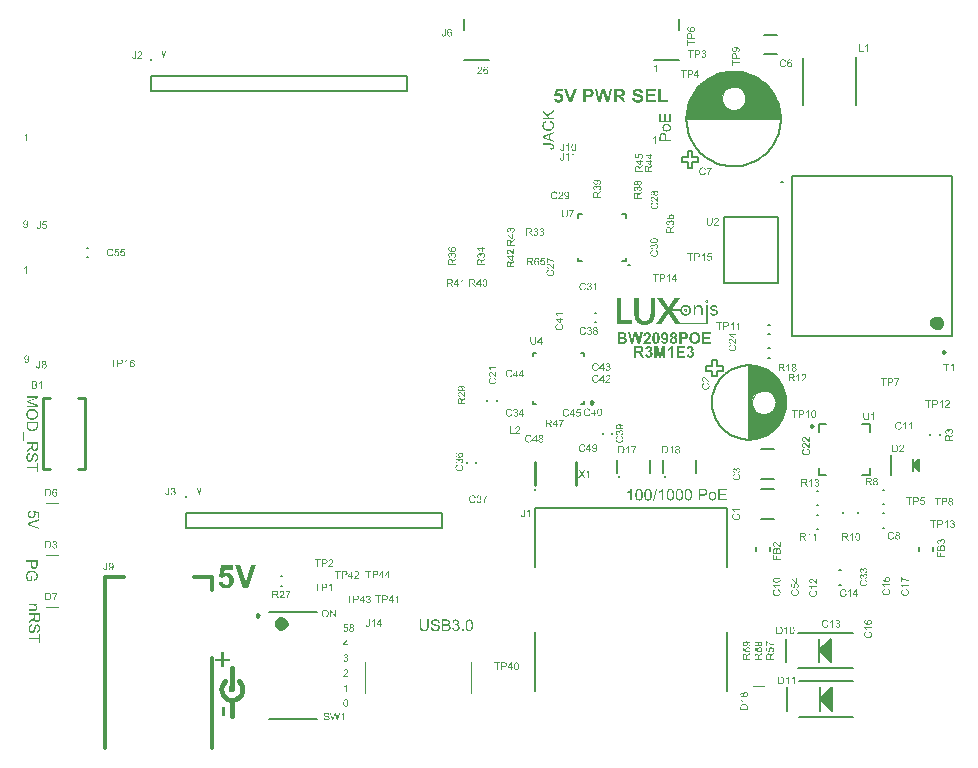
<source format=gto>
G04*
G04 #@! TF.GenerationSoftware,Altium Limited,Altium Designer,21.2.2 (38)*
G04*
G04 Layer_Color=65535*
%FSLAX44Y44*%
%MOMM*%
G71*
G04*
G04 #@! TF.SameCoordinates,38E27065-25AF-4F18-8705-9FF7BF2F0A58*
G04*
G04*
G04 #@! TF.FilePolarity,Positive*
G04*
G01*
G75*
%ADD10C,0.2540*%
%ADD11C,0.6000*%
%ADD12C,0.2500*%
%ADD13C,0.2000*%
%ADD14C,0.1000*%
%ADD15C,0.4000*%
%ADD16C,0.6000*%
%ADD17C,0.2032*%
%ADD18C,0.3000*%
%ADD19C,0.2540*%
%ADD20C,0.1016*%
G36*
X607000Y556000D02*
X609622Y556000D01*
X614820Y555316D01*
X619885Y553959D01*
X624730Y551952D01*
X629271Y549330D01*
X633430Y546138D01*
X637138Y542430D01*
X640330Y538270D01*
X642952Y533730D01*
X644958Y528885D01*
X646316Y523820D01*
X647000Y518622D01*
X647000Y516000D01*
X647000D01*
X647000Y516000D01*
Y516000D01*
X567000D01*
Y518622D01*
X567685Y523820D01*
X569042Y528885D01*
X571048Y533730D01*
X573670Y538270D01*
X576862Y542430D01*
X580570Y546138D01*
X584730Y549330D01*
X589271Y551952D01*
X594115Y553959D01*
X599180Y555316D01*
X604378Y556000D01*
X607000D01*
Y556000D01*
D02*
G37*
G36*
X584365Y362644D02*
X584603D01*
Y362614D01*
X584722D01*
Y362585D01*
X584812D01*
Y362555D01*
X584871D01*
Y362525D01*
X584931D01*
Y362495D01*
X584990D01*
Y362465D01*
X585020D01*
Y362436D01*
X585080D01*
Y362406D01*
X585109D01*
Y362376D01*
X585139D01*
Y362346D01*
X585169D01*
Y362317D01*
X585199D01*
Y362287D01*
X585229D01*
Y362257D01*
X585258D01*
Y362227D01*
X585288D01*
Y362197D01*
X585318D01*
Y362168D01*
Y362138D01*
X585348D01*
Y362108D01*
X585378D01*
Y362078D01*
Y362048D01*
X585407D01*
Y362019D01*
Y361989D01*
X585437D01*
Y361959D01*
Y361929D01*
X585467D01*
Y361899D01*
Y361870D01*
Y361840D01*
X585497D01*
Y361810D01*
Y361780D01*
Y361750D01*
Y361721D01*
X585527D01*
Y361691D01*
Y361661D01*
Y361631D01*
Y361601D01*
Y361572D01*
Y361542D01*
Y361512D01*
Y361482D01*
Y361453D01*
Y361423D01*
Y361393D01*
Y361363D01*
Y361333D01*
Y361304D01*
Y361274D01*
Y361244D01*
Y361214D01*
Y361184D01*
Y361155D01*
X585497D01*
Y361125D01*
Y361095D01*
Y361065D01*
Y361035D01*
X585467D01*
Y361006D01*
Y360976D01*
Y360946D01*
X585437D01*
Y360916D01*
Y360887D01*
X585407D01*
Y360857D01*
Y360827D01*
X585378D01*
Y360797D01*
Y360767D01*
X585348D01*
Y360738D01*
X585318D01*
Y360708D01*
Y360678D01*
X585288D01*
Y360648D01*
X585258D01*
Y360619D01*
X585229D01*
Y360589D01*
X585199D01*
Y360559D01*
X585169D01*
Y360529D01*
X585139D01*
Y360499D01*
X585109D01*
Y360470D01*
X585080D01*
Y360440D01*
X585020D01*
Y360410D01*
X584990D01*
Y360380D01*
X584931D01*
Y360350D01*
X584871D01*
Y360321D01*
X584812D01*
Y360291D01*
X584722D01*
Y360261D01*
X584603D01*
Y360231D01*
X584394D01*
Y360201D01*
X584186D01*
Y360231D01*
X583978D01*
Y360261D01*
X583858D01*
Y360291D01*
X583799D01*
Y360321D01*
X583709D01*
Y360350D01*
X583650D01*
Y360380D01*
X583620D01*
Y360410D01*
X583560D01*
Y360440D01*
X583531D01*
Y360470D01*
X583471D01*
Y360499D01*
X583441D01*
Y360529D01*
X583411D01*
Y360559D01*
X583382D01*
Y360589D01*
X583352D01*
Y360619D01*
X583322D01*
Y360648D01*
X583292D01*
Y360678D01*
Y360708D01*
X583262D01*
Y360738D01*
X583233D01*
Y360767D01*
Y360797D01*
X583203D01*
Y360827D01*
Y360857D01*
X583173D01*
Y360887D01*
Y360916D01*
X583143D01*
Y360946D01*
Y360976D01*
X583114D01*
Y361006D01*
Y361035D01*
Y361065D01*
X583084D01*
Y361095D01*
Y361125D01*
Y361155D01*
Y361184D01*
Y361214D01*
X583054D01*
Y361244D01*
Y361274D01*
Y361304D01*
Y361333D01*
Y361363D01*
Y361393D01*
Y361423D01*
Y361453D01*
Y361482D01*
Y361512D01*
Y361542D01*
Y361572D01*
Y361601D01*
Y361631D01*
Y361661D01*
X583084D01*
Y361691D01*
Y361721D01*
Y361750D01*
Y361780D01*
Y361810D01*
X583114D01*
Y361840D01*
Y361870D01*
Y361899D01*
X583143D01*
Y361929D01*
Y361959D01*
X583173D01*
Y361989D01*
Y362019D01*
X583203D01*
Y362048D01*
Y362078D01*
X583233D01*
Y362108D01*
Y362138D01*
X583262D01*
Y362168D01*
X583292D01*
Y362197D01*
Y362227D01*
X583322D01*
Y362257D01*
X583352D01*
Y362287D01*
X583382D01*
Y362317D01*
X583411D01*
Y362346D01*
X583441D01*
Y362376D01*
X583471D01*
Y362406D01*
X583531D01*
Y362436D01*
X583560D01*
Y362465D01*
X583620D01*
Y362495D01*
X583650D01*
Y362525D01*
X583709D01*
Y362555D01*
X583799D01*
Y362585D01*
X583888D01*
Y362614D01*
X583978D01*
Y362644D01*
X584216D01*
Y362674D01*
X584365D01*
Y362644D01*
D02*
G37*
G36*
X577721Y358503D02*
X578079D01*
Y358474D01*
X578258D01*
Y358444D01*
X578407D01*
Y358414D01*
X578526D01*
Y358384D01*
X578645D01*
Y358354D01*
X578734D01*
Y358325D01*
X578824D01*
Y358295D01*
X578913D01*
Y358265D01*
X578973D01*
Y358235D01*
X579032D01*
Y358205D01*
X579092D01*
Y358176D01*
X579151D01*
Y358146D01*
X579211D01*
Y358116D01*
X579271D01*
Y358086D01*
X579330D01*
Y358056D01*
X579360D01*
Y358027D01*
X579420D01*
Y357997D01*
X579449D01*
Y357967D01*
X579509D01*
Y357937D01*
X579539D01*
Y357907D01*
X579568D01*
Y357878D01*
X579628D01*
Y357848D01*
X579658D01*
Y357818D01*
X579688D01*
Y357788D01*
X579717D01*
Y357759D01*
X579747D01*
Y357729D01*
X579777D01*
Y357699D01*
X579807D01*
Y357669D01*
X579837D01*
Y357639D01*
X579866D01*
Y357610D01*
X579896D01*
Y357580D01*
X579926D01*
Y357550D01*
X579956D01*
Y357520D01*
X579986D01*
Y357490D01*
X580015D01*
Y357461D01*
X580045D01*
Y357431D01*
Y357401D01*
X580075D01*
Y357371D01*
X580105D01*
Y357341D01*
Y357312D01*
X580135D01*
Y357282D01*
X580164D01*
Y357252D01*
Y357222D01*
X580194D01*
Y357193D01*
X580224D01*
Y357163D01*
Y357133D01*
X580254D01*
Y357103D01*
Y357073D01*
X580283D01*
Y357044D01*
X580313D01*
Y357014D01*
Y356984D01*
X580343D01*
Y356954D01*
Y356924D01*
X580373D01*
Y356895D01*
Y356865D01*
Y356835D01*
X580403D01*
Y356805D01*
Y356776D01*
X580432D01*
Y356746D01*
Y356716D01*
X580462D01*
Y356686D01*
Y356656D01*
Y356627D01*
X580492D01*
Y356597D01*
Y356567D01*
Y356537D01*
X580522D01*
Y356507D01*
Y356478D01*
Y356448D01*
X580551D01*
Y356418D01*
Y356388D01*
Y356358D01*
Y356329D01*
X580581D01*
Y356299D01*
Y356269D01*
Y356239D01*
Y356209D01*
X580611D01*
Y356180D01*
Y356150D01*
Y356120D01*
Y356090D01*
Y356060D01*
X580641D01*
Y356031D01*
Y356001D01*
Y355971D01*
Y355941D01*
X580671D01*
Y355912D01*
Y355882D01*
Y355852D01*
Y355822D01*
Y355792D01*
Y355763D01*
Y355733D01*
Y355703D01*
X580700D01*
Y355673D01*
Y355644D01*
Y355614D01*
Y355584D01*
Y355554D01*
Y355524D01*
Y355494D01*
Y355465D01*
Y355435D01*
Y355405D01*
Y355375D01*
X580730D01*
Y355345D01*
Y355316D01*
Y355286D01*
Y355256D01*
Y355226D01*
Y355197D01*
Y355167D01*
Y355137D01*
Y355107D01*
Y355077D01*
Y355048D01*
Y355018D01*
Y354988D01*
Y354958D01*
Y354928D01*
Y354899D01*
Y354869D01*
Y354839D01*
Y354809D01*
Y354780D01*
Y354750D01*
Y354720D01*
Y354690D01*
Y354660D01*
Y354631D01*
Y354601D01*
Y354571D01*
Y354541D01*
Y354511D01*
Y354482D01*
Y354452D01*
Y354422D01*
Y354392D01*
Y354362D01*
Y354333D01*
Y354303D01*
Y354273D01*
Y354243D01*
Y354213D01*
Y354184D01*
Y354154D01*
Y354124D01*
Y354094D01*
Y354065D01*
Y354035D01*
Y354005D01*
Y353975D01*
Y353945D01*
Y353916D01*
Y353886D01*
Y353856D01*
Y353826D01*
Y353796D01*
Y353767D01*
Y353737D01*
Y353707D01*
Y353677D01*
Y353647D01*
Y353618D01*
Y353588D01*
Y353558D01*
Y353528D01*
Y353498D01*
Y353469D01*
Y353439D01*
Y353409D01*
Y353379D01*
Y353350D01*
Y353320D01*
Y353290D01*
Y353260D01*
Y353230D01*
Y353201D01*
Y353171D01*
Y353141D01*
Y353111D01*
Y353082D01*
Y353052D01*
Y353022D01*
Y352992D01*
Y352962D01*
Y352933D01*
Y352903D01*
Y352873D01*
Y352843D01*
Y352813D01*
Y352784D01*
Y352754D01*
Y352724D01*
Y352694D01*
Y352664D01*
Y352635D01*
Y352605D01*
Y352575D01*
Y352545D01*
Y352515D01*
Y352486D01*
Y352456D01*
Y352426D01*
Y352396D01*
Y352366D01*
Y352337D01*
Y352307D01*
Y352277D01*
Y352247D01*
Y352218D01*
Y352188D01*
Y352158D01*
Y352128D01*
Y352098D01*
Y352069D01*
Y352039D01*
Y352009D01*
Y351979D01*
Y351949D01*
Y351920D01*
Y351890D01*
Y351860D01*
Y351830D01*
Y351800D01*
Y351771D01*
Y351741D01*
Y351711D01*
Y351681D01*
Y351652D01*
Y351622D01*
Y351592D01*
Y351562D01*
Y351532D01*
Y351502D01*
Y351473D01*
Y351443D01*
Y351413D01*
Y351383D01*
Y351354D01*
Y351324D01*
Y351294D01*
Y351264D01*
Y351235D01*
Y351205D01*
Y351175D01*
Y351145D01*
Y351115D01*
Y351086D01*
Y351056D01*
Y351026D01*
Y350996D01*
Y350966D01*
Y350937D01*
Y350907D01*
Y350877D01*
Y350847D01*
Y350817D01*
Y350788D01*
Y350758D01*
Y350728D01*
Y350698D01*
Y350668D01*
Y350639D01*
Y350609D01*
Y350579D01*
Y350549D01*
Y350519D01*
Y350490D01*
Y350460D01*
Y350430D01*
Y350400D01*
Y350370D01*
Y350341D01*
Y350311D01*
Y350281D01*
Y350251D01*
Y350222D01*
Y350192D01*
Y350162D01*
Y350132D01*
Y350102D01*
Y350073D01*
Y350043D01*
Y350013D01*
Y349983D01*
Y349953D01*
Y349924D01*
Y349894D01*
Y349864D01*
Y349834D01*
Y349804D01*
Y349775D01*
Y349745D01*
Y349715D01*
X579300D01*
Y349745D01*
Y349775D01*
Y349804D01*
Y349834D01*
Y349864D01*
Y349894D01*
Y349924D01*
Y349953D01*
Y349983D01*
Y350013D01*
Y350043D01*
Y350073D01*
Y350102D01*
Y350132D01*
Y350162D01*
Y350192D01*
Y350222D01*
Y350251D01*
Y350281D01*
Y350311D01*
Y350341D01*
Y350370D01*
Y350400D01*
Y350430D01*
Y350460D01*
Y350490D01*
Y350519D01*
Y350549D01*
Y350579D01*
Y350609D01*
Y350639D01*
Y350668D01*
Y350698D01*
Y350728D01*
Y350758D01*
Y350788D01*
Y350817D01*
Y350847D01*
Y350877D01*
Y350907D01*
Y350937D01*
Y350966D01*
Y350996D01*
Y351026D01*
Y351056D01*
Y351086D01*
Y351115D01*
Y351145D01*
Y351175D01*
Y351205D01*
Y351235D01*
Y351264D01*
Y351294D01*
Y351324D01*
Y351354D01*
Y351383D01*
Y351413D01*
Y351443D01*
Y351473D01*
Y351502D01*
Y351532D01*
Y351562D01*
Y351592D01*
Y351622D01*
Y351652D01*
Y351681D01*
Y351711D01*
Y351741D01*
Y351771D01*
Y351800D01*
Y351830D01*
Y351860D01*
Y351890D01*
Y351920D01*
Y351949D01*
Y351979D01*
Y352009D01*
Y352039D01*
Y352069D01*
Y352098D01*
Y352128D01*
Y352158D01*
Y352188D01*
Y352218D01*
Y352247D01*
Y352277D01*
Y352307D01*
Y352337D01*
Y352366D01*
Y352396D01*
Y352426D01*
Y352456D01*
Y352486D01*
Y352515D01*
Y352545D01*
Y352575D01*
Y352605D01*
Y352635D01*
Y352664D01*
Y352694D01*
Y352724D01*
Y352754D01*
Y352784D01*
Y352813D01*
Y352843D01*
Y352873D01*
Y352903D01*
Y352933D01*
Y352962D01*
Y352992D01*
Y353022D01*
Y353052D01*
Y353082D01*
Y353111D01*
Y353141D01*
Y353171D01*
Y353201D01*
Y353230D01*
Y353260D01*
Y353290D01*
Y353320D01*
Y353350D01*
Y353379D01*
Y353409D01*
Y353439D01*
Y353469D01*
Y353498D01*
Y353528D01*
Y353558D01*
Y353588D01*
Y353618D01*
Y353647D01*
Y353677D01*
Y353707D01*
Y353737D01*
Y353767D01*
Y353796D01*
Y353826D01*
Y353856D01*
Y353886D01*
Y353916D01*
Y353945D01*
Y353975D01*
Y354005D01*
Y354035D01*
Y354065D01*
Y354094D01*
Y354124D01*
Y354154D01*
Y354184D01*
Y354213D01*
Y354243D01*
Y354273D01*
Y354303D01*
Y354333D01*
Y354362D01*
Y354392D01*
Y354422D01*
Y354452D01*
Y354482D01*
Y354511D01*
Y354541D01*
Y354571D01*
Y354601D01*
Y354631D01*
Y354660D01*
Y354690D01*
Y354720D01*
Y354750D01*
Y354780D01*
Y354809D01*
Y354839D01*
Y354869D01*
Y354899D01*
Y354928D01*
Y354958D01*
Y354988D01*
Y355018D01*
Y355048D01*
Y355077D01*
Y355107D01*
Y355137D01*
Y355167D01*
Y355197D01*
Y355226D01*
Y355256D01*
Y355286D01*
Y355316D01*
X579271D01*
Y355345D01*
Y355375D01*
Y355405D01*
Y355435D01*
Y355465D01*
Y355494D01*
Y355524D01*
X579241D01*
Y355554D01*
Y355584D01*
Y355614D01*
Y355644D01*
Y355673D01*
Y355703D01*
X579211D01*
Y355733D01*
Y355763D01*
Y355792D01*
Y355822D01*
X579181D01*
Y355852D01*
Y355882D01*
Y355912D01*
X579151D01*
Y355941D01*
Y355971D01*
Y356001D01*
X579122D01*
Y356031D01*
Y356060D01*
Y356090D01*
X579092D01*
Y356120D01*
Y356150D01*
X579062D01*
Y356180D01*
Y356209D01*
X579032D01*
Y356239D01*
Y356269D01*
Y356299D01*
X579002D01*
Y356329D01*
Y356358D01*
X578973D01*
Y356388D01*
X578943D01*
Y356418D01*
Y356448D01*
X578913D01*
Y356478D01*
X578883D01*
Y356507D01*
Y356537D01*
X578853D01*
Y356567D01*
X578824D01*
Y356597D01*
Y356627D01*
X578794D01*
Y356656D01*
X578764D01*
Y356686D01*
X578734D01*
Y356716D01*
X578705D01*
Y356746D01*
X578675D01*
Y356776D01*
X578645D01*
Y356805D01*
X578615D01*
Y356835D01*
X578556D01*
Y356865D01*
X578526D01*
Y356895D01*
X578496D01*
Y356924D01*
X578436D01*
Y356954D01*
X578377D01*
Y356984D01*
X578347D01*
Y357014D01*
X578288D01*
Y357044D01*
X578198D01*
Y357073D01*
X578139D01*
Y357103D01*
X578049D01*
Y357133D01*
X577930D01*
Y357163D01*
X577781D01*
Y357193D01*
X577513D01*
Y357222D01*
X577126D01*
Y357193D01*
X576828D01*
Y357163D01*
X576679D01*
Y357133D01*
X576530D01*
Y357103D01*
X576441D01*
Y357073D01*
X576351D01*
Y357044D01*
X576262D01*
Y357014D01*
X576202D01*
Y356984D01*
X576113D01*
Y356954D01*
X576053D01*
Y356924D01*
X575994D01*
Y356895D01*
X575964D01*
Y356865D01*
X575904D01*
Y356835D01*
X575874D01*
Y356805D01*
X575815D01*
Y356776D01*
X575785D01*
Y356746D01*
X575726D01*
Y356716D01*
X575696D01*
Y356686D01*
X575666D01*
Y356656D01*
X575636D01*
Y356627D01*
X575577D01*
Y356597D01*
X575547D01*
Y356567D01*
X575517D01*
Y356537D01*
X575487D01*
Y356507D01*
Y356478D01*
X575457D01*
Y356448D01*
X575428D01*
Y356418D01*
X575398D01*
Y356388D01*
X575368D01*
Y356358D01*
X575338D01*
Y356329D01*
X575308D01*
Y356299D01*
Y356269D01*
X575279D01*
Y356239D01*
X575249D01*
Y356209D01*
Y356180D01*
X575219D01*
Y356150D01*
X575189D01*
Y356120D01*
Y356090D01*
X575159D01*
Y356060D01*
Y356031D01*
X575130D01*
Y356001D01*
X575100D01*
Y355971D01*
Y355941D01*
X575070D01*
Y355912D01*
Y355882D01*
X575040D01*
Y355852D01*
Y355822D01*
X575010D01*
Y355792D01*
Y355763D01*
Y355733D01*
X574981D01*
Y355703D01*
Y355673D01*
X574951D01*
Y355644D01*
Y355614D01*
Y355584D01*
X574921D01*
Y355554D01*
Y355524D01*
Y355494D01*
X574891D01*
Y355465D01*
Y355435D01*
X574862D01*
Y355405D01*
Y355375D01*
Y355345D01*
Y355316D01*
X574832D01*
Y355286D01*
Y355256D01*
Y355226D01*
Y355197D01*
X574802D01*
Y355167D01*
Y355137D01*
Y355107D01*
Y355077D01*
X574772D01*
Y355048D01*
Y355018D01*
Y354988D01*
Y354958D01*
Y354928D01*
X574742D01*
Y354899D01*
Y354869D01*
Y354839D01*
Y354809D01*
Y354780D01*
Y354750D01*
X574713D01*
Y354720D01*
Y354690D01*
Y354660D01*
Y354631D01*
Y354601D01*
Y354571D01*
Y354541D01*
Y354511D01*
Y354482D01*
X574683D01*
Y354452D01*
Y354422D01*
Y354392D01*
Y354362D01*
Y354333D01*
Y354303D01*
Y354273D01*
Y354243D01*
Y354213D01*
Y354184D01*
Y354154D01*
Y354124D01*
Y354094D01*
Y354065D01*
Y354035D01*
Y354005D01*
Y353975D01*
Y353945D01*
Y353916D01*
Y353886D01*
Y353856D01*
Y353826D01*
Y353796D01*
Y353767D01*
Y353737D01*
Y353707D01*
Y353677D01*
Y353647D01*
Y353618D01*
Y353588D01*
Y353558D01*
Y353528D01*
Y353498D01*
Y353469D01*
Y353439D01*
Y353409D01*
Y353379D01*
Y353350D01*
Y353320D01*
Y353290D01*
Y353260D01*
Y353230D01*
Y353201D01*
Y353171D01*
Y353141D01*
Y353111D01*
Y353082D01*
Y353052D01*
Y353022D01*
Y352992D01*
Y352962D01*
Y352933D01*
Y352903D01*
Y352873D01*
Y352843D01*
Y352813D01*
Y352784D01*
Y352754D01*
Y352724D01*
Y352694D01*
Y352664D01*
Y352635D01*
Y352605D01*
Y352575D01*
Y352545D01*
Y352515D01*
Y352486D01*
Y352456D01*
Y352426D01*
Y352396D01*
Y352366D01*
Y352337D01*
Y352307D01*
Y352277D01*
Y352247D01*
Y352218D01*
Y352188D01*
Y352158D01*
Y352128D01*
Y352098D01*
Y352069D01*
Y352039D01*
Y352009D01*
Y351979D01*
Y351949D01*
Y351920D01*
Y351890D01*
Y351860D01*
Y351830D01*
Y351800D01*
Y351771D01*
Y351741D01*
Y351711D01*
Y351681D01*
Y351652D01*
Y351622D01*
Y351592D01*
Y351562D01*
Y351532D01*
Y351502D01*
Y351473D01*
Y351443D01*
Y351413D01*
Y351383D01*
Y351354D01*
Y351324D01*
Y351294D01*
Y351264D01*
Y351235D01*
Y351205D01*
Y351175D01*
Y351145D01*
Y351115D01*
Y351086D01*
Y351056D01*
Y351026D01*
Y350996D01*
Y350966D01*
Y350937D01*
Y350907D01*
Y350877D01*
Y350847D01*
Y350817D01*
Y350788D01*
Y350758D01*
Y350728D01*
Y350698D01*
Y350668D01*
Y350639D01*
Y350609D01*
Y350579D01*
Y350549D01*
Y350519D01*
Y350490D01*
Y350460D01*
Y350430D01*
Y350400D01*
Y350370D01*
Y350341D01*
Y350311D01*
Y350281D01*
Y350251D01*
Y350222D01*
Y350192D01*
Y350162D01*
Y350132D01*
Y350102D01*
Y350073D01*
Y350043D01*
Y350013D01*
Y349983D01*
Y349953D01*
Y349924D01*
Y349894D01*
Y349864D01*
Y349834D01*
Y349804D01*
Y349775D01*
Y349745D01*
Y349715D01*
X573253D01*
Y349745D01*
Y349775D01*
Y349804D01*
Y349834D01*
Y349864D01*
Y349894D01*
Y349924D01*
Y349953D01*
Y349983D01*
Y350013D01*
Y350043D01*
Y350073D01*
Y350102D01*
Y350132D01*
Y350162D01*
Y350192D01*
Y350222D01*
Y350251D01*
Y350281D01*
Y350311D01*
Y350341D01*
Y350370D01*
Y350400D01*
Y350430D01*
Y350460D01*
Y350490D01*
Y350519D01*
Y350549D01*
Y350579D01*
Y350609D01*
Y350639D01*
Y350668D01*
Y350698D01*
Y350728D01*
Y350758D01*
Y350788D01*
Y350817D01*
Y350847D01*
Y350877D01*
Y350907D01*
Y350937D01*
Y350966D01*
Y350996D01*
Y351026D01*
Y351056D01*
Y351086D01*
Y351115D01*
Y351145D01*
Y351175D01*
Y351205D01*
Y351235D01*
Y351264D01*
Y351294D01*
Y351324D01*
Y351354D01*
Y351383D01*
Y351413D01*
Y351443D01*
Y351473D01*
Y351502D01*
Y351532D01*
Y351562D01*
Y351592D01*
Y351622D01*
Y351652D01*
Y351681D01*
Y351711D01*
Y351741D01*
Y351771D01*
Y351800D01*
Y351830D01*
Y351860D01*
Y351890D01*
Y351920D01*
Y351949D01*
Y351979D01*
Y352009D01*
Y352039D01*
Y352069D01*
Y352098D01*
Y352128D01*
Y352158D01*
Y352188D01*
Y352218D01*
Y352247D01*
Y352277D01*
Y352307D01*
Y352337D01*
Y352366D01*
Y352396D01*
Y352426D01*
Y352456D01*
Y352486D01*
Y352515D01*
Y352545D01*
Y352575D01*
Y352605D01*
Y352635D01*
Y352664D01*
Y352694D01*
Y352724D01*
Y352754D01*
Y352784D01*
Y352813D01*
Y352843D01*
Y352873D01*
Y352903D01*
Y352933D01*
Y352962D01*
Y352992D01*
Y353022D01*
Y353052D01*
Y353082D01*
Y353111D01*
Y353141D01*
Y353171D01*
Y353201D01*
Y353230D01*
Y353260D01*
Y353290D01*
Y353320D01*
Y353350D01*
Y353379D01*
Y353409D01*
Y353439D01*
Y353469D01*
Y353498D01*
Y353528D01*
Y353558D01*
Y353588D01*
Y353618D01*
Y353647D01*
Y353677D01*
Y353707D01*
Y353737D01*
Y353767D01*
Y353796D01*
Y353826D01*
Y353856D01*
Y353886D01*
Y353916D01*
Y353945D01*
Y353975D01*
Y354005D01*
Y354035D01*
Y354065D01*
Y354094D01*
Y354124D01*
Y354154D01*
Y354184D01*
Y354213D01*
Y354243D01*
Y354273D01*
Y354303D01*
Y354333D01*
Y354362D01*
Y354392D01*
Y354422D01*
Y354452D01*
Y354482D01*
Y354511D01*
Y354541D01*
Y354571D01*
Y354601D01*
Y354631D01*
Y354660D01*
Y354690D01*
Y354720D01*
Y354750D01*
Y354780D01*
Y354809D01*
Y354839D01*
Y354869D01*
Y354899D01*
Y354928D01*
Y354958D01*
Y354988D01*
Y355018D01*
Y355048D01*
Y355077D01*
Y355107D01*
Y355137D01*
Y355167D01*
Y355197D01*
Y355226D01*
Y355256D01*
Y355286D01*
Y355316D01*
Y355345D01*
Y355375D01*
Y355405D01*
Y355435D01*
Y355465D01*
Y355494D01*
Y355524D01*
Y355554D01*
Y355584D01*
Y355614D01*
Y355644D01*
Y355673D01*
Y355703D01*
Y355733D01*
Y355763D01*
Y355792D01*
Y355822D01*
Y355852D01*
Y355882D01*
Y355912D01*
Y355941D01*
Y355971D01*
Y356001D01*
Y356031D01*
Y356060D01*
Y356090D01*
Y356120D01*
Y356150D01*
Y356180D01*
Y356209D01*
Y356239D01*
Y356269D01*
Y356299D01*
Y356329D01*
Y356358D01*
Y356388D01*
Y356418D01*
Y356448D01*
Y356478D01*
Y356507D01*
Y356537D01*
Y356567D01*
Y356597D01*
Y356627D01*
Y356656D01*
Y356686D01*
Y356716D01*
Y356746D01*
Y356776D01*
Y356805D01*
Y356835D01*
Y356865D01*
X573223D01*
Y356895D01*
Y356924D01*
Y356954D01*
Y356984D01*
Y357014D01*
Y357044D01*
Y357073D01*
Y357103D01*
Y357133D01*
Y357163D01*
Y357193D01*
Y357222D01*
Y357252D01*
Y357282D01*
Y357312D01*
Y357341D01*
Y357371D01*
Y357401D01*
Y357431D01*
Y357461D01*
X573193D01*
Y357490D01*
Y357520D01*
Y357550D01*
Y357580D01*
Y357610D01*
Y357639D01*
Y357669D01*
Y357699D01*
Y357729D01*
Y357759D01*
Y357788D01*
Y357818D01*
Y357848D01*
Y357878D01*
Y357907D01*
Y357937D01*
Y357967D01*
Y357997D01*
Y358027D01*
Y358056D01*
Y358086D01*
X573163D01*
Y358116D01*
Y358146D01*
Y358176D01*
Y358205D01*
Y358235D01*
Y358265D01*
Y358295D01*
X574534D01*
Y358265D01*
Y358235D01*
Y358205D01*
Y358176D01*
Y358146D01*
Y358116D01*
Y358086D01*
Y358056D01*
Y358027D01*
Y357997D01*
Y357967D01*
Y357937D01*
Y357907D01*
Y357878D01*
Y357848D01*
Y357818D01*
Y357788D01*
Y357759D01*
Y357729D01*
Y357699D01*
Y357669D01*
Y357639D01*
Y357610D01*
Y357580D01*
Y357550D01*
Y357520D01*
Y357490D01*
Y357461D01*
X574564D01*
Y357431D01*
Y357401D01*
Y357371D01*
Y357341D01*
Y357312D01*
Y357282D01*
Y357252D01*
Y357222D01*
Y357193D01*
Y357163D01*
Y357133D01*
Y357103D01*
Y357073D01*
Y357044D01*
Y357014D01*
Y356984D01*
Y356954D01*
Y356924D01*
Y356895D01*
X574623D01*
Y356924D01*
Y356954D01*
X574653D01*
Y356984D01*
Y357014D01*
X574683D01*
Y357044D01*
Y357073D01*
X574713D01*
Y357103D01*
X574742D01*
Y357133D01*
Y357163D01*
X574772D01*
Y357193D01*
X574802D01*
Y357222D01*
Y357252D01*
X574832D01*
Y357282D01*
X574862D01*
Y357312D01*
Y357341D01*
X574891D01*
Y357371D01*
X574921D01*
Y357401D01*
X574951D01*
Y357431D01*
X574981D01*
Y357461D01*
X575010D01*
Y357490D01*
Y357520D01*
X575040D01*
Y357550D01*
X575070D01*
Y357580D01*
X575100D01*
Y357610D01*
X575130D01*
Y357639D01*
X575159D01*
Y357669D01*
X575189D01*
Y357699D01*
X575249D01*
Y357729D01*
X575279D01*
Y357759D01*
X575308D01*
Y357788D01*
X575338D01*
Y357818D01*
X575368D01*
Y357848D01*
X575428D01*
Y357878D01*
X575457D01*
Y357907D01*
X575517D01*
Y357937D01*
X575547D01*
Y357967D01*
X575577D01*
Y357997D01*
X575636D01*
Y358027D01*
X575696D01*
Y358056D01*
X575726D01*
Y358086D01*
X575785D01*
Y358116D01*
X575845D01*
Y358146D01*
X575904D01*
Y358176D01*
X575964D01*
Y358205D01*
X576023D01*
Y358235D01*
X576083D01*
Y358265D01*
X576172D01*
Y358295D01*
X576232D01*
Y358325D01*
X576321D01*
Y358354D01*
X576411D01*
Y358384D01*
X576530D01*
Y358414D01*
X576619D01*
Y358444D01*
X576768D01*
Y358474D01*
X576947D01*
Y358503D01*
X577245D01*
Y358533D01*
X577721D01*
Y358503D01*
D02*
G37*
G36*
X561873Y364670D02*
X561843D01*
Y364640D01*
X561813D01*
Y364610D01*
Y364581D01*
X561784D01*
Y364551D01*
X561754D01*
Y364521D01*
Y364491D01*
X561724D01*
Y364461D01*
X561694D01*
Y364432D01*
X561664D01*
Y364402D01*
Y364372D01*
X561635D01*
Y364342D01*
X561605D01*
Y364313D01*
Y364283D01*
X561575D01*
Y364253D01*
X561545D01*
Y364223D01*
X561516D01*
Y364193D01*
Y364164D01*
X561486D01*
Y364134D01*
X561456D01*
Y364104D01*
Y364074D01*
X561426D01*
Y364044D01*
X561396D01*
Y364015D01*
X561367D01*
Y363985D01*
Y363955D01*
X561337D01*
Y363925D01*
X561307D01*
Y363895D01*
Y363866D01*
X561277D01*
Y363836D01*
X561247D01*
Y363806D01*
X561218D01*
Y363776D01*
Y363746D01*
X561188D01*
Y363717D01*
X561158D01*
Y363687D01*
Y363657D01*
X561128D01*
Y363627D01*
X561098D01*
Y363597D01*
Y363568D01*
X561069D01*
Y363538D01*
X561039D01*
Y363508D01*
X561009D01*
Y363478D01*
Y363448D01*
X560979D01*
Y363419D01*
X560950D01*
Y363389D01*
Y363359D01*
X560920D01*
Y363329D01*
X560890D01*
Y363300D01*
X560860D01*
Y363270D01*
Y363240D01*
X560830D01*
Y363210D01*
X560801D01*
Y363180D01*
Y363151D01*
X560771D01*
Y363121D01*
X560741D01*
Y363091D01*
X560711D01*
Y363061D01*
Y363032D01*
X560681D01*
Y363002D01*
X560652D01*
Y362972D01*
Y362942D01*
X560622D01*
Y362912D01*
X560592D01*
Y362882D01*
X560562D01*
Y362853D01*
Y362823D01*
X560532D01*
Y362793D01*
X560503D01*
Y362763D01*
Y362733D01*
X560473D01*
Y362704D01*
X560443D01*
Y362674D01*
Y362644D01*
X560413D01*
Y362614D01*
X560383D01*
Y362585D01*
X560354D01*
Y362555D01*
Y362525D01*
X560324D01*
Y362495D01*
X560294D01*
Y362465D01*
Y362436D01*
X560264D01*
Y362406D01*
X560234D01*
Y362376D01*
X560205D01*
Y362346D01*
Y362317D01*
X560175D01*
Y362287D01*
X560145D01*
Y362257D01*
Y362227D01*
X560115D01*
Y362197D01*
X560085D01*
Y362168D01*
X560056D01*
Y362138D01*
Y362108D01*
X560026D01*
Y362078D01*
X559996D01*
Y362048D01*
Y362019D01*
X559966D01*
Y361989D01*
X559937D01*
Y361959D01*
X559907D01*
Y361929D01*
Y361899D01*
X559877D01*
Y361870D01*
X559847D01*
Y361840D01*
Y361810D01*
X559817D01*
Y361780D01*
X559788D01*
Y361750D01*
X559758D01*
Y361721D01*
Y361691D01*
X559728D01*
Y361661D01*
X559698D01*
Y361631D01*
Y361601D01*
X559669D01*
Y361572D01*
X559639D01*
Y361542D01*
Y361512D01*
X559609D01*
Y361482D01*
X559579D01*
Y361453D01*
X559549D01*
Y361423D01*
Y361393D01*
X559520D01*
Y361363D01*
X559490D01*
Y361333D01*
Y361304D01*
X559460D01*
Y361274D01*
X559430D01*
Y361244D01*
X559400D01*
Y361214D01*
Y361184D01*
X559370D01*
Y361155D01*
X559341D01*
Y361125D01*
Y361095D01*
X559311D01*
Y361065D01*
X559281D01*
Y361035D01*
X559251D01*
Y361006D01*
Y360976D01*
X559222D01*
Y360946D01*
X559192D01*
Y360916D01*
Y360887D01*
X559162D01*
Y360857D01*
X559132D01*
Y360827D01*
X559103D01*
Y360797D01*
Y360767D01*
X559073D01*
Y360738D01*
X559043D01*
Y360708D01*
Y360678D01*
X559013D01*
Y360648D01*
X558983D01*
Y360619D01*
X558954D01*
Y360589D01*
Y360559D01*
X558924D01*
Y360529D01*
X558894D01*
Y360499D01*
Y360470D01*
X558864D01*
Y360440D01*
X558834D01*
Y360410D01*
Y360380D01*
X558805D01*
Y360350D01*
X558775D01*
Y360321D01*
X558745D01*
Y360291D01*
Y360261D01*
X558715D01*
Y360231D01*
X558685D01*
Y360201D01*
Y360172D01*
X558656D01*
Y360142D01*
X558626D01*
Y360112D01*
X558596D01*
Y360082D01*
Y360052D01*
X558566D01*
Y360023D01*
X558536D01*
Y359993D01*
Y359963D01*
X558507D01*
Y359933D01*
X558477D01*
Y359903D01*
X558447D01*
Y359874D01*
Y359844D01*
X558417D01*
Y359814D01*
X558387D01*
Y359784D01*
Y359755D01*
X558358D01*
Y359725D01*
X558328D01*
Y359695D01*
X558298D01*
Y359665D01*
Y359635D01*
X558268D01*
Y359606D01*
X558239D01*
Y359576D01*
Y359546D01*
X558209D01*
Y359516D01*
X558179D01*
Y359486D01*
X558149D01*
Y359457D01*
Y359427D01*
X558119D01*
Y359397D01*
X558090D01*
Y359367D01*
Y359338D01*
X558060D01*
Y359308D01*
X558030D01*
Y359278D01*
Y359248D01*
X558000D01*
Y359218D01*
X557970D01*
Y359188D01*
X557941D01*
Y359159D01*
Y359129D01*
X557911D01*
Y359099D01*
X557881D01*
Y359069D01*
Y359040D01*
X557851D01*
Y359010D01*
X557822D01*
Y358980D01*
X557792D01*
Y358950D01*
Y358920D01*
X557762D01*
Y358891D01*
X557732D01*
Y358861D01*
Y358831D01*
X557702D01*
Y358801D01*
X557673D01*
Y358771D01*
X557643D01*
Y358742D01*
Y358712D01*
X557613D01*
Y358682D01*
X557583D01*
Y358652D01*
Y358623D01*
X557553D01*
Y358593D01*
X557524D01*
Y358563D01*
X557494D01*
Y358533D01*
Y358503D01*
X557464D01*
Y358474D01*
X557434D01*
Y358444D01*
Y358414D01*
X557404D01*
Y358384D01*
X557375D01*
Y358354D01*
Y358325D01*
X557345D01*
Y358295D01*
X557315D01*
Y358265D01*
X557285D01*
Y358235D01*
Y358205D01*
X557255D01*
Y358176D01*
X557226D01*
Y358146D01*
Y358116D01*
X557196D01*
Y358086D01*
X557166D01*
Y358056D01*
X557136D01*
Y358027D01*
Y357997D01*
X557107D01*
Y357967D01*
X557077D01*
Y357937D01*
Y357907D01*
X557047D01*
Y357878D01*
X557017D01*
Y357848D01*
X556987D01*
Y357818D01*
Y357788D01*
X556958D01*
Y357759D01*
X556928D01*
Y357729D01*
Y357699D01*
X556898D01*
Y357669D01*
X556868D01*
Y357639D01*
X556838D01*
Y357610D01*
Y357580D01*
X556809D01*
Y357550D01*
X556779D01*
Y357520D01*
Y357490D01*
X556749D01*
Y357461D01*
X556719D01*
Y357431D01*
X556689D01*
Y357401D01*
Y357371D01*
X556660D01*
Y357341D01*
X556630D01*
Y357312D01*
Y357282D01*
X556600D01*
Y357252D01*
X556570D01*
Y357222D01*
Y357193D01*
X556540D01*
Y357163D01*
X556511D01*
Y357133D01*
X556481D01*
Y357103D01*
Y357073D01*
X556451D01*
Y357044D01*
X556421D01*
Y357014D01*
Y356984D01*
X556391D01*
Y356954D01*
X556362D01*
Y356924D01*
X556332D01*
Y356895D01*
Y356865D01*
X556302D01*
Y356835D01*
X556272D01*
Y356805D01*
Y356776D01*
X556243D01*
Y356746D01*
X556213D01*
Y356716D01*
X556183D01*
Y356686D01*
Y356656D01*
X556153D01*
Y356627D01*
X556123D01*
Y356597D01*
Y356567D01*
X556094D01*
Y356537D01*
X556064D01*
Y356507D01*
X556034D01*
Y356478D01*
Y356448D01*
X556004D01*
Y356418D01*
X555975D01*
Y356388D01*
Y356358D01*
X555945D01*
Y356329D01*
X555915D01*
Y356299D01*
X555885D01*
Y356269D01*
Y356239D01*
X555855D01*
Y356209D01*
X555826D01*
Y356180D01*
Y356150D01*
X555796D01*
Y356120D01*
X555766D01*
Y356090D01*
Y356060D01*
X555736D01*
Y356031D01*
X555706D01*
Y356001D01*
X555677D01*
Y355971D01*
Y355941D01*
X555647D01*
Y355912D01*
X555617D01*
Y355882D01*
Y355852D01*
X555587D01*
Y355822D01*
X555557D01*
Y355792D01*
X555528D01*
Y355763D01*
Y355733D01*
X555498D01*
Y355703D01*
X555468D01*
Y355673D01*
Y355644D01*
X555438D01*
Y355614D01*
X555409D01*
Y355584D01*
X555379D01*
Y355554D01*
Y355524D01*
X555349D01*
Y355494D01*
X555319D01*
Y355465D01*
Y355435D01*
X555289D01*
Y355405D01*
X555260D01*
Y355375D01*
X555230D01*
Y355345D01*
Y355316D01*
X555200D01*
Y355286D01*
X555170D01*
Y355256D01*
Y355226D01*
X555140D01*
Y355197D01*
X555111D01*
Y355167D01*
Y355137D01*
X555081D01*
Y355107D01*
X555051D01*
Y355077D01*
X555021D01*
Y355048D01*
Y355018D01*
X554991D01*
Y354988D01*
X554962D01*
Y354958D01*
Y354928D01*
X554932D01*
Y354899D01*
X554902D01*
Y354869D01*
X554872D01*
Y354839D01*
Y354809D01*
X554842D01*
Y354780D01*
X554813D01*
Y354750D01*
Y354720D01*
X561903D01*
Y354750D01*
Y354780D01*
Y354809D01*
Y354839D01*
X561932D01*
Y354869D01*
Y354899D01*
Y354928D01*
Y354958D01*
Y354988D01*
X561962D01*
Y355018D01*
Y355048D01*
Y355077D01*
Y355107D01*
Y355137D01*
X561992D01*
Y355167D01*
Y355197D01*
Y355226D01*
Y355256D01*
X562022D01*
Y355286D01*
Y355316D01*
Y355345D01*
Y355375D01*
X562052D01*
Y355405D01*
Y355435D01*
Y355465D01*
Y355494D01*
X562081D01*
Y355524D01*
Y355554D01*
Y355584D01*
X562111D01*
Y355614D01*
Y355644D01*
Y355673D01*
X562141D01*
Y355703D01*
Y355733D01*
X562171D01*
Y355763D01*
Y355792D01*
Y355822D01*
X562201D01*
Y355852D01*
Y355882D01*
X562230D01*
Y355912D01*
Y355941D01*
X562260D01*
Y355971D01*
Y356001D01*
Y356031D01*
X562290D01*
Y356060D01*
Y356090D01*
X562320D01*
Y356120D01*
Y356150D01*
X562350D01*
Y356180D01*
Y356209D01*
X562379D01*
Y356239D01*
X562409D01*
Y356269D01*
Y356299D01*
X562439D01*
Y356329D01*
Y356358D01*
X562469D01*
Y356388D01*
Y356418D01*
X562499D01*
Y356448D01*
Y356478D01*
X562528D01*
Y356507D01*
X562558D01*
Y356537D01*
Y356567D01*
X562588D01*
Y356597D01*
X562618D01*
Y356627D01*
Y356656D01*
X562648D01*
Y356686D01*
X562677D01*
Y356716D01*
Y356746D01*
X562707D01*
Y356776D01*
X562737D01*
Y356805D01*
X562767D01*
Y356835D01*
Y356865D01*
X562796D01*
Y356895D01*
X562826D01*
Y356924D01*
X562856D01*
Y356954D01*
X562886D01*
Y356984D01*
X562916D01*
Y357014D01*
Y357044D01*
X562945D01*
Y357073D01*
X562975D01*
Y357103D01*
X563005D01*
Y357133D01*
X563035D01*
Y357163D01*
X563065D01*
Y357193D01*
X563094D01*
Y357222D01*
X563124D01*
Y357252D01*
X563154D01*
Y357282D01*
X563184D01*
Y357312D01*
X563214D01*
Y357341D01*
X563243D01*
Y357371D01*
X563273D01*
Y357401D01*
X563303D01*
Y357431D01*
X563333D01*
Y357461D01*
X563392D01*
Y357490D01*
X563422D01*
Y357520D01*
X563452D01*
Y357550D01*
X563482D01*
Y357580D01*
X563541D01*
Y357610D01*
X563571D01*
Y357639D01*
X563601D01*
Y357669D01*
X563631D01*
Y357699D01*
X563690D01*
Y357729D01*
X563750D01*
Y357759D01*
X563779D01*
Y357788D01*
X563839D01*
Y357818D01*
X563869D01*
Y357848D01*
X563928D01*
Y357878D01*
X563958D01*
Y357907D01*
X564018D01*
Y357937D01*
X564077D01*
Y357967D01*
X564137D01*
Y357997D01*
X564197D01*
Y358027D01*
X564256D01*
Y358056D01*
X564316D01*
Y358086D01*
X564375D01*
Y358116D01*
X564435D01*
Y358146D01*
X564524D01*
Y358176D01*
X564584D01*
Y358205D01*
X564673D01*
Y358235D01*
X564763D01*
Y358265D01*
X564852D01*
Y358295D01*
X564941D01*
Y358325D01*
X565031D01*
Y358354D01*
X565150D01*
Y358384D01*
X565269D01*
Y358414D01*
X565418D01*
Y358444D01*
X565597D01*
Y358474D01*
X565805D01*
Y358503D01*
X566163D01*
Y358533D01*
X566729D01*
Y358503D01*
X567057D01*
Y358474D01*
X567265D01*
Y358444D01*
X567444D01*
Y358414D01*
X567622D01*
Y358384D01*
X567712D01*
Y358354D01*
X567831D01*
Y358325D01*
X567950D01*
Y358295D01*
X568040D01*
Y358265D01*
X568129D01*
Y358235D01*
X568189D01*
Y358205D01*
X568278D01*
Y358176D01*
X568367D01*
Y358146D01*
X568427D01*
Y358116D01*
X568486D01*
Y358086D01*
X568546D01*
Y358056D01*
X568606D01*
Y358027D01*
X568665D01*
Y357997D01*
X568725D01*
Y357967D01*
X568784D01*
Y357937D01*
X568844D01*
Y357907D01*
X568904D01*
Y357878D01*
X568933D01*
Y357848D01*
X568993D01*
Y357818D01*
X569053D01*
Y357788D01*
X569082D01*
Y357759D01*
X569142D01*
Y357729D01*
X569172D01*
Y357699D01*
X569231D01*
Y357669D01*
X569261D01*
Y357639D01*
X569291D01*
Y357610D01*
X569350D01*
Y357580D01*
X569380D01*
Y357550D01*
X569410D01*
Y357520D01*
X569440D01*
Y357490D01*
X569499D01*
Y357461D01*
X569529D01*
Y357431D01*
X569559D01*
Y357401D01*
X569589D01*
Y357371D01*
X569618D01*
Y357341D01*
X569648D01*
Y357312D01*
X569678D01*
Y357282D01*
X569708D01*
Y357252D01*
X569738D01*
Y357222D01*
X569767D01*
Y357193D01*
X569797D01*
Y357163D01*
X569827D01*
Y357133D01*
X569857D01*
Y357103D01*
X569887D01*
Y357073D01*
X569916D01*
Y357044D01*
X569946D01*
Y357014D01*
X569976D01*
Y356984D01*
Y356954D01*
X570006D01*
Y356924D01*
X570036D01*
Y356895D01*
X570065D01*
Y356865D01*
X570095D01*
Y356835D01*
X570125D01*
Y356805D01*
Y356776D01*
X570155D01*
Y356746D01*
X570185D01*
Y356716D01*
Y356686D01*
X570214D01*
Y356656D01*
X570244D01*
Y356627D01*
Y356597D01*
X570274D01*
Y356567D01*
X570304D01*
Y356537D01*
Y356507D01*
X570333D01*
Y356478D01*
X570363D01*
Y356448D01*
Y356418D01*
X570393D01*
Y356388D01*
X570423D01*
Y356358D01*
Y356329D01*
X570453D01*
Y356299D01*
Y356269D01*
X570482D01*
Y356239D01*
Y356209D01*
X570512D01*
Y356180D01*
Y356150D01*
X570542D01*
Y356120D01*
Y356090D01*
X570572D01*
Y356060D01*
Y356031D01*
X570602D01*
Y356001D01*
Y355971D01*
X570631D01*
Y355941D01*
Y355912D01*
X570661D01*
Y355882D01*
Y355852D01*
Y355822D01*
X570691D01*
Y355792D01*
Y355763D01*
X570721D01*
Y355733D01*
Y355703D01*
Y355673D01*
X570751D01*
Y355644D01*
Y355614D01*
X570780D01*
Y355584D01*
Y355554D01*
Y355524D01*
X570810D01*
Y355494D01*
Y355465D01*
Y355435D01*
Y355405D01*
X570840D01*
Y355375D01*
Y355345D01*
Y355316D01*
X570870D01*
Y355286D01*
Y355256D01*
Y355226D01*
Y355197D01*
X570900D01*
Y355167D01*
Y355137D01*
Y355107D01*
Y355077D01*
Y355048D01*
X570929D01*
Y355018D01*
Y354988D01*
Y354958D01*
Y354928D01*
Y354899D01*
X570959D01*
Y354869D01*
Y354839D01*
Y354809D01*
Y354780D01*
Y354750D01*
Y354720D01*
Y354690D01*
X570989D01*
Y354660D01*
Y354631D01*
Y354601D01*
Y354571D01*
Y354541D01*
Y354511D01*
Y354482D01*
Y354452D01*
Y354422D01*
Y354392D01*
X571019D01*
Y354362D01*
Y354333D01*
Y354303D01*
Y354273D01*
Y354243D01*
Y354213D01*
Y354184D01*
Y354154D01*
Y354124D01*
Y354094D01*
Y354065D01*
Y354035D01*
Y354005D01*
Y353975D01*
Y353945D01*
Y353916D01*
Y353886D01*
Y353856D01*
Y353826D01*
Y353796D01*
Y353767D01*
Y353737D01*
Y353707D01*
Y353677D01*
Y353647D01*
X570989D01*
Y353618D01*
Y353588D01*
Y353558D01*
Y353528D01*
Y353498D01*
Y353469D01*
Y353439D01*
Y353409D01*
Y353379D01*
Y353350D01*
Y353320D01*
X570959D01*
Y353290D01*
Y353260D01*
Y353230D01*
Y353201D01*
Y353171D01*
Y353141D01*
X570929D01*
Y353111D01*
Y353082D01*
Y353052D01*
Y353022D01*
Y352992D01*
Y352962D01*
X570900D01*
Y352933D01*
Y352903D01*
Y352873D01*
Y352843D01*
X570870D01*
Y352813D01*
Y352784D01*
Y352754D01*
Y352724D01*
X570840D01*
Y352694D01*
Y352664D01*
Y352635D01*
Y352605D01*
X570810D01*
Y352575D01*
Y352545D01*
Y352515D01*
X570780D01*
Y352486D01*
Y352456D01*
Y352426D01*
X570751D01*
Y352396D01*
Y352366D01*
Y352337D01*
X570721D01*
Y352307D01*
Y352277D01*
X570691D01*
Y352247D01*
Y352218D01*
Y352188D01*
X570661D01*
Y352158D01*
Y352128D01*
X570631D01*
Y352098D01*
Y352069D01*
X570602D01*
Y352039D01*
Y352009D01*
Y351979D01*
X570572D01*
Y351949D01*
Y351920D01*
X570542D01*
Y351890D01*
X570512D01*
Y351860D01*
Y351830D01*
X570482D01*
Y351800D01*
Y351771D01*
X570453D01*
Y351741D01*
Y351711D01*
X570423D01*
Y351681D01*
Y351652D01*
X570393D01*
Y351622D01*
Y351592D01*
X570363D01*
Y351562D01*
X570333D01*
Y351532D01*
Y351502D01*
X570304D01*
Y351473D01*
X570274D01*
Y351443D01*
Y351413D01*
X570244D01*
Y351383D01*
X570214D01*
Y351354D01*
Y351324D01*
X570185D01*
Y351294D01*
X570155D01*
Y351264D01*
Y351235D01*
X570125D01*
Y351205D01*
X570095D01*
Y351175D01*
X570065D01*
Y351145D01*
X570036D01*
Y351115D01*
Y351086D01*
X570006D01*
Y351056D01*
X569976D01*
Y351026D01*
X569946D01*
Y350996D01*
X569916D01*
Y350966D01*
X569887D01*
Y350937D01*
Y350907D01*
X569857D01*
Y350877D01*
X569827D01*
Y350847D01*
X569797D01*
Y350817D01*
X569767D01*
Y350788D01*
X569738D01*
Y350758D01*
X569708D01*
Y350728D01*
X569678D01*
Y350698D01*
X569648D01*
Y350668D01*
X569618D01*
Y350639D01*
X569589D01*
Y350609D01*
X569529D01*
Y350579D01*
X569499D01*
Y350549D01*
X569469D01*
Y350519D01*
X569440D01*
Y350490D01*
X569380D01*
Y350460D01*
X569350D01*
Y350430D01*
X569321D01*
Y350400D01*
X569291D01*
Y350370D01*
X569231D01*
Y350341D01*
X569201D01*
Y350311D01*
X569142D01*
Y350281D01*
X569112D01*
Y350251D01*
X569053D01*
Y350222D01*
X569023D01*
Y350192D01*
X568963D01*
Y350162D01*
X568904D01*
Y350132D01*
X568874D01*
Y350102D01*
X568814D01*
Y350073D01*
X568755D01*
Y350043D01*
X568695D01*
Y350013D01*
X568635D01*
Y349983D01*
X568576D01*
Y349953D01*
X568516D01*
Y349924D01*
X568457D01*
Y349894D01*
X568367D01*
Y349864D01*
X568308D01*
Y349834D01*
X568218D01*
Y349804D01*
X568159D01*
Y349775D01*
X568069D01*
Y349745D01*
X567980D01*
Y349715D01*
X567861D01*
Y349685D01*
X567771D01*
Y349656D01*
X567652D01*
Y349626D01*
X567503D01*
Y349596D01*
X567325D01*
Y349566D01*
X567176D01*
Y349536D01*
X566848D01*
Y349507D01*
X566044D01*
Y349536D01*
X565686D01*
Y349566D01*
X565537D01*
Y349596D01*
X565358D01*
Y349626D01*
X565210D01*
Y349656D01*
X565120D01*
Y349685D01*
X565001D01*
Y349715D01*
X564912D01*
Y349745D01*
X564822D01*
Y349775D01*
X564733D01*
Y349804D01*
X564644D01*
Y349834D01*
X564554D01*
Y349864D01*
X564495D01*
Y349894D01*
X564405D01*
Y349924D01*
X564346D01*
Y349953D01*
X564286D01*
Y349983D01*
X564226D01*
Y350013D01*
X564167D01*
Y350043D01*
X564107D01*
Y350073D01*
X564048D01*
Y350102D01*
X563988D01*
Y350132D01*
X563958D01*
Y350162D01*
X563899D01*
Y350192D01*
X563869D01*
Y350222D01*
X563809D01*
Y350251D01*
X563779D01*
Y350281D01*
X563720D01*
Y350311D01*
X563660D01*
Y350341D01*
X563631D01*
Y350370D01*
X563601D01*
Y350400D01*
X563541D01*
Y350430D01*
X563511D01*
Y350460D01*
X563482D01*
Y350490D01*
X563452D01*
Y350519D01*
X563392D01*
Y350549D01*
X563363D01*
Y350579D01*
X563333D01*
Y350609D01*
X563303D01*
Y350639D01*
X563273D01*
Y350668D01*
X563243D01*
Y350698D01*
X563214D01*
Y350728D01*
X563184D01*
Y350758D01*
X563124D01*
Y350788D01*
Y350817D01*
X563094D01*
Y350847D01*
X563065D01*
Y350877D01*
X563035D01*
Y350907D01*
X563005D01*
Y350937D01*
X562975D01*
Y350966D01*
X562945D01*
Y350996D01*
X562916D01*
Y351026D01*
X562886D01*
Y351056D01*
Y351086D01*
X562856D01*
Y351115D01*
X562826D01*
Y351145D01*
X562796D01*
Y351175D01*
X562767D01*
Y351205D01*
X562737D01*
Y351235D01*
Y351264D01*
X562707D01*
Y351294D01*
X562677D01*
Y351324D01*
Y351354D01*
X562648D01*
Y351383D01*
X562618D01*
Y351413D01*
Y351443D01*
X562588D01*
Y351473D01*
X562558D01*
Y351502D01*
Y351532D01*
X562528D01*
Y351562D01*
X562499D01*
Y351592D01*
Y351622D01*
X562469D01*
Y351652D01*
Y351681D01*
X562439D01*
Y351711D01*
X562409D01*
Y351741D01*
Y351771D01*
X562379D01*
Y351800D01*
Y351830D01*
X562350D01*
Y351860D01*
Y351890D01*
X562320D01*
Y351920D01*
Y351949D01*
X562290D01*
Y351979D01*
Y352009D01*
X562260D01*
Y352039D01*
Y352069D01*
X562230D01*
Y352098D01*
Y352128D01*
X562201D01*
Y352158D01*
Y352188D01*
Y352218D01*
X562171D01*
Y352247D01*
Y352277D01*
X562141D01*
Y352307D01*
Y352337D01*
Y352366D01*
X562111D01*
Y352396D01*
Y352426D01*
Y352456D01*
X562081D01*
Y352486D01*
Y352515D01*
Y352545D01*
X562052D01*
Y352575D01*
Y352605D01*
Y352635D01*
X562022D01*
Y352664D01*
Y352694D01*
Y352724D01*
Y352754D01*
X561992D01*
Y352784D01*
Y352813D01*
Y352843D01*
Y352873D01*
X561962D01*
Y352903D01*
Y352933D01*
Y352962D01*
Y352992D01*
Y353022D01*
X561932D01*
Y353052D01*
Y353082D01*
Y353111D01*
Y353141D01*
Y353171D01*
Y353201D01*
X561903D01*
Y353230D01*
Y353260D01*
Y353290D01*
Y353320D01*
X554753D01*
Y353290D01*
Y353260D01*
X554783D01*
Y353230D01*
Y353201D01*
X554813D01*
Y353171D01*
X554842D01*
Y353141D01*
Y353111D01*
X554872D01*
Y353082D01*
X554902D01*
Y353052D01*
Y353022D01*
X554932D01*
Y352992D01*
X554962D01*
Y352962D01*
X554991D01*
Y352933D01*
Y352903D01*
X555021D01*
Y352873D01*
X555051D01*
Y352843D01*
Y352813D01*
X555081D01*
Y352784D01*
X555111D01*
Y352754D01*
Y352724D01*
X555140D01*
Y352694D01*
X555170D01*
Y352664D01*
X555200D01*
Y352635D01*
Y352605D01*
X555230D01*
Y352575D01*
X555260D01*
Y352545D01*
Y352515D01*
X555289D01*
Y352486D01*
X555319D01*
Y352456D01*
Y352426D01*
X555349D01*
Y352396D01*
X555379D01*
Y352366D01*
X555409D01*
Y352337D01*
Y352307D01*
X555438D01*
Y352277D01*
X555468D01*
Y352247D01*
Y352218D01*
X555498D01*
Y352188D01*
X555528D01*
Y352158D01*
Y352128D01*
X555557D01*
Y352098D01*
X555587D01*
Y352069D01*
X555617D01*
Y352039D01*
Y352009D01*
X555647D01*
Y351979D01*
X555677D01*
Y351949D01*
Y351920D01*
X555706D01*
Y351890D01*
X555736D01*
Y351860D01*
Y351830D01*
X555766D01*
Y351800D01*
X555796D01*
Y351771D01*
X555826D01*
Y351741D01*
Y351711D01*
X555855D01*
Y351681D01*
X555885D01*
Y351652D01*
Y351622D01*
X555915D01*
Y351592D01*
X555945D01*
Y351562D01*
Y351532D01*
X555975D01*
Y351502D01*
X556004D01*
Y351473D01*
X556034D01*
Y351443D01*
Y351413D01*
X556064D01*
Y351383D01*
X556094D01*
Y351354D01*
Y351324D01*
X556123D01*
Y351294D01*
X556153D01*
Y351264D01*
Y351235D01*
X556183D01*
Y351205D01*
X556213D01*
Y351175D01*
X556243D01*
Y351145D01*
Y351115D01*
X556272D01*
Y351086D01*
X556302D01*
Y351056D01*
Y351026D01*
X556332D01*
Y350996D01*
X556362D01*
Y350966D01*
Y350937D01*
X556391D01*
Y350907D01*
X556421D01*
Y350877D01*
X556451D01*
Y350847D01*
Y350817D01*
X556481D01*
Y350788D01*
X556511D01*
Y350758D01*
Y350728D01*
X556540D01*
Y350698D01*
X556570D01*
Y350668D01*
Y350639D01*
X556600D01*
Y350609D01*
X556630D01*
Y350579D01*
X556660D01*
Y350549D01*
Y350519D01*
X556689D01*
Y350490D01*
X556719D01*
Y350460D01*
Y350430D01*
X556749D01*
Y350400D01*
X556779D01*
Y350370D01*
Y350341D01*
X556809D01*
Y350311D01*
X556838D01*
Y350281D01*
X556868D01*
Y350251D01*
Y350222D01*
X556898D01*
Y350192D01*
X556928D01*
Y350162D01*
Y350132D01*
X556958D01*
Y350102D01*
X556987D01*
Y350073D01*
Y350043D01*
X557017D01*
Y350013D01*
X557047D01*
Y349983D01*
X557077D01*
Y349953D01*
Y349924D01*
X557107D01*
Y349894D01*
X557136D01*
Y349864D01*
Y349834D01*
X557166D01*
Y349804D01*
X557196D01*
Y349775D01*
Y349745D01*
X557226D01*
Y349715D01*
X557255D01*
Y349685D01*
X557285D01*
Y349656D01*
Y349626D01*
X557315D01*
Y349596D01*
X557345D01*
Y349566D01*
Y349536D01*
X557375D01*
Y349507D01*
X557404D01*
Y349477D01*
Y349447D01*
X557434D01*
Y349417D01*
X557464D01*
Y349388D01*
X557494D01*
Y349358D01*
Y349328D01*
X557524D01*
Y349298D01*
X557553D01*
Y349268D01*
Y349239D01*
X557583D01*
Y349209D01*
X557613D01*
Y349179D01*
Y349149D01*
X557643D01*
Y349119D01*
X557673D01*
Y349090D01*
X557702D01*
Y349060D01*
Y349030D01*
X557732D01*
Y349000D01*
X557762D01*
Y348970D01*
Y348941D01*
X557792D01*
Y348911D01*
X557822D01*
Y348881D01*
Y348851D01*
X557851D01*
Y348821D01*
X557881D01*
Y348792D01*
X557911D01*
Y348762D01*
Y348732D01*
X557941D01*
Y348702D01*
X557970D01*
Y348672D01*
Y348643D01*
X558000D01*
Y348613D01*
X558030D01*
Y348583D01*
Y348553D01*
X558060D01*
Y348524D01*
X558090D01*
Y348494D01*
X558119D01*
Y348464D01*
Y348434D01*
X558149D01*
Y348404D01*
X558179D01*
Y348375D01*
Y348345D01*
X558209D01*
Y348315D01*
X558239D01*
Y348285D01*
Y348255D01*
X558268D01*
Y348226D01*
X558298D01*
Y348196D01*
X558328D01*
Y348166D01*
Y348136D01*
X558358D01*
Y348106D01*
X558387D01*
Y348077D01*
Y348047D01*
X558417D01*
Y348017D01*
X558447D01*
Y347987D01*
Y347957D01*
X558477D01*
Y347928D01*
X558507D01*
Y347898D01*
X558536D01*
Y347868D01*
Y347838D01*
X558566D01*
Y347808D01*
X558596D01*
Y347779D01*
Y347749D01*
X558626D01*
Y347719D01*
X558656D01*
Y347689D01*
Y347660D01*
X558685D01*
Y347630D01*
X558715D01*
Y347600D01*
X558745D01*
Y347570D01*
Y347541D01*
X558775D01*
Y347511D01*
X558805D01*
Y347481D01*
Y347451D01*
X558834D01*
Y347421D01*
X558864D01*
Y347392D01*
Y347362D01*
X558894D01*
Y347332D01*
X558924D01*
Y347302D01*
X558954D01*
Y347272D01*
Y347243D01*
X558983D01*
Y347213D01*
X559013D01*
Y347183D01*
Y347153D01*
X559043D01*
Y347123D01*
X559073D01*
Y347094D01*
Y347064D01*
X559103D01*
Y347034D01*
X559132D01*
Y347004D01*
X559162D01*
Y346974D01*
Y346945D01*
X559192D01*
Y346915D01*
X559222D01*
Y346885D01*
Y346855D01*
X559251D01*
Y346825D01*
X559281D01*
Y346796D01*
Y346766D01*
X559311D01*
Y346736D01*
X559341D01*
Y346706D01*
X559370D01*
Y346676D01*
Y346647D01*
X559400D01*
Y346617D01*
X559430D01*
Y346587D01*
Y346557D01*
X559460D01*
Y346528D01*
X559490D01*
Y346498D01*
Y346468D01*
X559520D01*
Y346438D01*
X559549D01*
Y346409D01*
X559579D01*
Y346379D01*
Y346349D01*
X559609D01*
Y346319D01*
X559639D01*
Y346289D01*
Y346259D01*
X559669D01*
Y346230D01*
X559698D01*
Y346200D01*
Y346170D01*
X559728D01*
Y346140D01*
X559758D01*
Y346110D01*
X559788D01*
Y346081D01*
Y346051D01*
X559817D01*
Y346021D01*
X559847D01*
Y345991D01*
Y345962D01*
X559877D01*
Y345932D01*
X559907D01*
Y345902D01*
Y345872D01*
X559937D01*
Y345842D01*
X559966D01*
Y345813D01*
X559996D01*
Y345783D01*
Y345753D01*
X560026D01*
Y345723D01*
X560056D01*
Y345693D01*
Y345664D01*
X560085D01*
Y345634D01*
X560115D01*
Y345604D01*
Y345574D01*
X560145D01*
Y345545D01*
X560175D01*
Y345515D01*
X560205D01*
Y345485D01*
Y345455D01*
X560234D01*
Y345425D01*
X560264D01*
Y345396D01*
Y345366D01*
X560294D01*
Y345336D01*
X560324D01*
Y345306D01*
Y345276D01*
X560354D01*
Y345247D01*
X560383D01*
Y345217D01*
X560413D01*
Y345187D01*
Y345157D01*
X560443D01*
Y345127D01*
X560473D01*
Y345098D01*
Y345068D01*
X560503D01*
Y345038D01*
X560532D01*
Y345008D01*
Y344978D01*
X560562D01*
Y344949D01*
X560592D01*
Y344919D01*
X560622D01*
Y344889D01*
Y344859D01*
X560652D01*
Y344829D01*
X560681D01*
Y344800D01*
Y344770D01*
X560711D01*
Y344740D01*
X560741D01*
Y344710D01*
Y344681D01*
X560771D01*
Y344651D01*
X560801D01*
Y344621D01*
X560830D01*
Y344591D01*
Y344561D01*
X560860D01*
Y344532D01*
X560890D01*
Y344502D01*
Y344472D01*
X560920D01*
Y344442D01*
X560950D01*
Y344412D01*
Y344383D01*
X560979D01*
Y344353D01*
X561009D01*
Y344323D01*
Y344293D01*
X561039D01*
Y344263D01*
X561069D01*
Y344234D01*
X561098D01*
Y344204D01*
Y344174D01*
X561128D01*
Y344144D01*
X561158D01*
Y344115D01*
Y344085D01*
X561188D01*
Y344055D01*
X561218D01*
Y344025D01*
Y343995D01*
X561247D01*
Y343966D01*
X561277D01*
Y343936D01*
X561307D01*
Y343906D01*
Y343876D01*
X561337D01*
Y343847D01*
X561367D01*
Y343817D01*
Y343787D01*
X561396D01*
Y343757D01*
X561426D01*
Y343727D01*
Y343698D01*
X561456D01*
Y343668D01*
X561486D01*
Y343638D01*
X561516D01*
Y343608D01*
Y343578D01*
X561545D01*
Y343549D01*
X561575D01*
Y343519D01*
X583590D01*
Y343549D01*
Y343578D01*
Y343608D01*
Y343638D01*
Y343668D01*
Y343698D01*
Y343727D01*
Y343757D01*
Y343787D01*
Y343817D01*
Y343847D01*
Y343876D01*
Y343906D01*
Y343936D01*
Y343966D01*
Y343995D01*
Y344025D01*
Y344055D01*
Y344085D01*
Y344115D01*
Y344144D01*
Y344174D01*
Y344204D01*
Y344234D01*
Y344263D01*
Y344293D01*
Y344323D01*
Y344353D01*
Y344383D01*
Y344412D01*
Y344442D01*
Y344472D01*
Y344502D01*
Y344532D01*
Y344561D01*
Y344591D01*
Y344621D01*
Y344651D01*
Y344681D01*
Y344710D01*
Y344740D01*
Y344770D01*
Y344800D01*
Y344829D01*
Y344859D01*
Y344889D01*
Y344919D01*
Y344949D01*
Y344978D01*
Y345008D01*
Y345038D01*
Y345068D01*
Y345098D01*
Y345127D01*
Y345157D01*
Y345187D01*
Y345217D01*
Y345247D01*
Y345276D01*
Y345306D01*
Y345336D01*
Y345366D01*
Y345396D01*
Y345425D01*
Y345455D01*
Y345485D01*
Y345515D01*
Y345545D01*
Y345574D01*
Y345604D01*
Y345634D01*
Y345664D01*
Y345693D01*
Y345723D01*
Y345753D01*
Y345783D01*
Y345813D01*
Y345842D01*
Y345872D01*
Y345902D01*
Y345932D01*
Y345962D01*
Y345991D01*
Y346021D01*
Y346051D01*
Y346081D01*
Y346110D01*
Y346140D01*
Y346170D01*
Y346200D01*
Y346230D01*
Y346259D01*
Y346289D01*
Y346319D01*
Y346349D01*
Y346379D01*
Y346409D01*
Y346438D01*
Y346468D01*
Y346498D01*
Y346528D01*
Y346557D01*
Y346587D01*
Y346617D01*
Y346647D01*
Y346676D01*
Y346706D01*
Y346736D01*
Y346766D01*
Y346796D01*
Y346825D01*
Y346855D01*
Y346885D01*
Y346915D01*
Y346945D01*
Y346974D01*
Y347004D01*
Y347034D01*
Y347064D01*
Y347094D01*
Y347123D01*
Y347153D01*
Y347183D01*
Y347213D01*
Y347243D01*
Y347272D01*
Y347302D01*
Y347332D01*
Y347362D01*
Y347392D01*
Y347421D01*
Y347451D01*
Y347481D01*
Y347511D01*
Y347541D01*
Y347570D01*
Y347600D01*
Y347630D01*
Y347660D01*
Y347689D01*
Y347719D01*
Y347749D01*
Y347779D01*
Y347808D01*
Y347838D01*
Y347868D01*
Y347898D01*
Y347928D01*
Y347957D01*
Y347987D01*
Y348017D01*
Y348047D01*
Y348077D01*
Y348106D01*
Y348136D01*
Y348166D01*
Y348196D01*
Y348226D01*
Y348255D01*
Y348285D01*
Y348315D01*
Y348345D01*
Y348375D01*
Y348404D01*
Y348434D01*
Y348464D01*
Y348494D01*
Y348524D01*
Y348553D01*
Y348583D01*
Y348613D01*
Y348643D01*
Y348672D01*
Y348702D01*
Y348732D01*
Y348762D01*
Y348792D01*
Y348821D01*
Y348851D01*
Y348881D01*
Y348911D01*
Y348941D01*
Y348970D01*
Y349000D01*
Y349030D01*
Y349060D01*
Y349090D01*
Y349119D01*
Y349149D01*
Y349179D01*
Y349209D01*
Y349239D01*
Y349268D01*
Y349298D01*
Y349328D01*
Y349358D01*
Y349388D01*
Y349417D01*
Y349447D01*
Y349477D01*
Y349507D01*
Y349536D01*
Y349566D01*
Y349596D01*
Y349626D01*
Y349656D01*
Y349685D01*
Y349715D01*
Y349745D01*
Y349775D01*
Y349804D01*
Y349834D01*
Y349864D01*
Y349894D01*
Y349924D01*
Y349953D01*
Y349983D01*
Y350013D01*
Y350043D01*
Y350073D01*
Y350102D01*
Y350132D01*
Y350162D01*
Y350192D01*
Y350222D01*
Y350251D01*
Y350281D01*
Y350311D01*
Y350341D01*
Y350370D01*
Y350400D01*
Y350430D01*
Y350460D01*
Y350490D01*
Y350519D01*
Y350549D01*
Y350579D01*
Y350609D01*
Y350639D01*
Y350668D01*
Y350698D01*
Y350728D01*
Y350758D01*
Y350788D01*
Y350817D01*
Y350847D01*
Y350877D01*
Y350907D01*
Y350937D01*
Y350966D01*
Y350996D01*
Y351026D01*
Y351056D01*
Y351086D01*
Y351115D01*
Y351145D01*
Y351175D01*
Y351205D01*
Y351235D01*
Y351264D01*
Y351294D01*
Y351324D01*
Y351354D01*
Y351383D01*
Y351413D01*
Y351443D01*
Y351473D01*
Y351502D01*
Y351532D01*
Y351562D01*
Y351592D01*
Y351622D01*
Y351652D01*
Y351681D01*
Y351711D01*
Y351741D01*
Y351771D01*
Y351800D01*
Y351830D01*
Y351860D01*
Y351890D01*
Y351920D01*
Y351949D01*
Y351979D01*
Y352009D01*
Y352039D01*
Y352069D01*
Y352098D01*
Y352128D01*
Y352158D01*
Y352188D01*
Y352218D01*
Y352247D01*
Y352277D01*
Y352307D01*
Y352337D01*
Y352366D01*
Y352396D01*
Y352426D01*
Y352456D01*
Y352486D01*
Y352515D01*
Y352545D01*
Y352575D01*
Y352605D01*
Y352635D01*
Y352664D01*
Y352694D01*
Y352724D01*
Y352754D01*
Y352784D01*
Y352813D01*
Y352843D01*
Y352873D01*
Y352903D01*
Y352933D01*
Y352962D01*
Y352992D01*
Y353022D01*
Y353052D01*
Y353082D01*
Y353111D01*
Y353141D01*
Y353171D01*
Y353201D01*
Y353230D01*
Y353260D01*
Y353290D01*
Y353320D01*
Y353350D01*
Y353379D01*
Y353409D01*
Y353439D01*
Y353469D01*
Y353498D01*
Y353528D01*
Y353558D01*
Y353588D01*
Y353618D01*
Y353647D01*
Y353677D01*
Y353707D01*
Y353737D01*
Y353767D01*
Y353796D01*
Y353826D01*
Y353856D01*
Y353886D01*
Y353916D01*
Y353945D01*
Y353975D01*
Y354005D01*
Y354035D01*
Y354065D01*
Y354094D01*
Y354124D01*
Y354154D01*
Y354184D01*
Y354213D01*
Y354243D01*
Y354273D01*
Y354303D01*
Y354333D01*
Y354362D01*
Y354392D01*
Y354422D01*
Y354452D01*
Y354482D01*
Y354511D01*
Y354541D01*
Y354571D01*
Y354601D01*
Y354631D01*
Y354660D01*
Y354690D01*
Y354720D01*
Y354750D01*
Y354780D01*
Y354809D01*
Y354839D01*
Y354869D01*
Y354899D01*
Y354928D01*
Y354958D01*
Y354988D01*
Y355018D01*
Y355048D01*
Y355077D01*
Y355107D01*
Y355137D01*
Y355167D01*
Y355197D01*
Y355226D01*
Y355256D01*
Y355286D01*
Y355316D01*
Y355345D01*
Y355375D01*
Y355405D01*
Y355435D01*
Y355465D01*
Y355494D01*
Y355524D01*
Y355554D01*
Y355584D01*
Y355614D01*
Y355644D01*
Y355673D01*
Y355703D01*
Y355733D01*
Y355763D01*
Y355792D01*
Y355822D01*
Y355852D01*
Y355882D01*
Y355912D01*
Y355941D01*
Y355971D01*
Y356001D01*
Y356031D01*
Y356060D01*
Y356090D01*
Y356120D01*
Y356150D01*
Y356180D01*
Y356209D01*
Y356239D01*
Y356269D01*
Y356299D01*
Y356329D01*
Y356358D01*
Y356388D01*
Y356418D01*
Y356448D01*
Y356478D01*
Y356507D01*
Y356537D01*
Y356567D01*
Y356597D01*
Y356627D01*
Y356656D01*
Y356686D01*
Y356716D01*
Y356746D01*
Y356776D01*
Y356805D01*
Y356835D01*
Y356865D01*
Y356895D01*
Y356924D01*
Y356954D01*
Y356984D01*
Y357014D01*
Y357044D01*
Y357073D01*
Y357103D01*
Y357133D01*
Y357163D01*
Y357193D01*
Y357222D01*
Y357252D01*
Y357282D01*
Y357312D01*
Y357341D01*
Y357371D01*
Y357401D01*
Y357431D01*
Y357461D01*
Y357490D01*
Y357520D01*
Y357550D01*
Y357580D01*
Y357610D01*
Y357639D01*
Y357669D01*
Y357699D01*
Y357729D01*
Y357759D01*
Y357788D01*
Y357818D01*
Y357848D01*
Y357878D01*
Y357907D01*
Y357937D01*
Y357967D01*
Y357997D01*
Y358027D01*
Y358056D01*
Y358086D01*
Y358116D01*
Y358146D01*
Y358176D01*
Y358205D01*
Y358235D01*
Y358265D01*
Y358295D01*
X584990D01*
Y358265D01*
Y358235D01*
Y358205D01*
Y358176D01*
Y358146D01*
Y358116D01*
Y358086D01*
Y358056D01*
Y358027D01*
Y357997D01*
Y357967D01*
Y357937D01*
Y357907D01*
Y357878D01*
Y357848D01*
Y357818D01*
Y357788D01*
Y357759D01*
Y357729D01*
Y357699D01*
Y357669D01*
Y357639D01*
Y357610D01*
Y357580D01*
Y357550D01*
Y357520D01*
Y357490D01*
Y357461D01*
Y357431D01*
Y357401D01*
Y357371D01*
Y357341D01*
Y357312D01*
Y357282D01*
Y357252D01*
Y357222D01*
Y357193D01*
Y357163D01*
Y357133D01*
Y357103D01*
Y357073D01*
Y357044D01*
Y357014D01*
Y356984D01*
Y356954D01*
Y356924D01*
Y356895D01*
Y356865D01*
Y356835D01*
Y356805D01*
Y356776D01*
Y356746D01*
Y356716D01*
Y356686D01*
Y356656D01*
Y356627D01*
Y356597D01*
Y356567D01*
Y356537D01*
Y356507D01*
Y356478D01*
Y356448D01*
Y356418D01*
Y356388D01*
Y356358D01*
Y356329D01*
Y356299D01*
Y356269D01*
Y356239D01*
Y356209D01*
Y356180D01*
Y356150D01*
Y356120D01*
Y356090D01*
Y356060D01*
Y356031D01*
Y356001D01*
Y355971D01*
Y355941D01*
Y355912D01*
Y355882D01*
Y355852D01*
Y355822D01*
Y355792D01*
Y355763D01*
Y355733D01*
Y355703D01*
Y355673D01*
Y355644D01*
Y355614D01*
Y355584D01*
Y355554D01*
Y355524D01*
Y355494D01*
Y355465D01*
Y355435D01*
Y355405D01*
Y355375D01*
Y355345D01*
Y355316D01*
Y355286D01*
Y355256D01*
Y355226D01*
Y355197D01*
Y355167D01*
Y355137D01*
Y355107D01*
Y355077D01*
Y355048D01*
Y355018D01*
Y354988D01*
Y354958D01*
Y354928D01*
Y354899D01*
Y354869D01*
Y354839D01*
Y354809D01*
Y354780D01*
Y354750D01*
Y354720D01*
Y354690D01*
Y354660D01*
Y354631D01*
Y354601D01*
Y354571D01*
Y354541D01*
Y354511D01*
Y354482D01*
Y354452D01*
Y354422D01*
Y354392D01*
Y354362D01*
Y354333D01*
Y354303D01*
Y354273D01*
Y354243D01*
Y354213D01*
Y354184D01*
Y354154D01*
Y354124D01*
Y354094D01*
Y354065D01*
Y354035D01*
Y354005D01*
Y353975D01*
Y353945D01*
Y353916D01*
Y353886D01*
Y353856D01*
Y353826D01*
Y353796D01*
Y353767D01*
Y353737D01*
Y353707D01*
Y353677D01*
Y353647D01*
Y353618D01*
Y353588D01*
Y353558D01*
Y353528D01*
Y353498D01*
Y353469D01*
Y353439D01*
Y353409D01*
Y353379D01*
Y353350D01*
Y353320D01*
Y353290D01*
Y353260D01*
Y353230D01*
Y353201D01*
Y353171D01*
Y353141D01*
Y353111D01*
Y353082D01*
Y353052D01*
Y353022D01*
Y352992D01*
Y352962D01*
Y352933D01*
Y352903D01*
Y352873D01*
Y352843D01*
Y352813D01*
Y352784D01*
Y352754D01*
Y352724D01*
Y352694D01*
Y352664D01*
Y352635D01*
Y352605D01*
Y352575D01*
Y352545D01*
Y352515D01*
Y352486D01*
Y352456D01*
Y352426D01*
Y352396D01*
Y352366D01*
Y352337D01*
Y352307D01*
Y352277D01*
Y352247D01*
Y352218D01*
Y352188D01*
Y352158D01*
Y352128D01*
Y352098D01*
Y352069D01*
Y352039D01*
Y352009D01*
Y351979D01*
Y351949D01*
Y351920D01*
Y351890D01*
Y351860D01*
Y351830D01*
Y351800D01*
Y351771D01*
Y351741D01*
Y351711D01*
Y351681D01*
Y351652D01*
Y351622D01*
Y351592D01*
Y351562D01*
Y351532D01*
Y351502D01*
Y351473D01*
Y351443D01*
Y351413D01*
Y351383D01*
Y351354D01*
Y351324D01*
Y351294D01*
Y351264D01*
Y351235D01*
Y351205D01*
Y351175D01*
Y351145D01*
Y351115D01*
Y351086D01*
Y351056D01*
Y351026D01*
Y350996D01*
Y350966D01*
Y350937D01*
Y350907D01*
Y350877D01*
Y350847D01*
Y350817D01*
Y350788D01*
Y350758D01*
Y350728D01*
Y350698D01*
Y350668D01*
Y350639D01*
Y350609D01*
Y350579D01*
Y350549D01*
Y350519D01*
Y350490D01*
Y350460D01*
Y350430D01*
Y350400D01*
Y350370D01*
Y350341D01*
Y350311D01*
Y350281D01*
Y350251D01*
Y350222D01*
Y350192D01*
Y350162D01*
Y350132D01*
Y350102D01*
Y350073D01*
Y350043D01*
Y350013D01*
Y349983D01*
Y349953D01*
Y349924D01*
Y349894D01*
Y349864D01*
Y349834D01*
Y349804D01*
Y349775D01*
Y349745D01*
Y349715D01*
Y349685D01*
Y349656D01*
Y349626D01*
Y349596D01*
Y349566D01*
Y349536D01*
Y349507D01*
Y349477D01*
Y349447D01*
Y349417D01*
Y349388D01*
Y349358D01*
Y349328D01*
Y349298D01*
Y349268D01*
Y349239D01*
Y349209D01*
Y349179D01*
Y349149D01*
Y349119D01*
Y349090D01*
Y349060D01*
Y349030D01*
Y349000D01*
Y348970D01*
Y348941D01*
Y348911D01*
Y348881D01*
Y348851D01*
Y348821D01*
Y348792D01*
Y348762D01*
Y348732D01*
Y348702D01*
Y348672D01*
Y348643D01*
Y348613D01*
Y348583D01*
Y348553D01*
Y348524D01*
Y348494D01*
Y348464D01*
Y348434D01*
Y348404D01*
Y348375D01*
Y348345D01*
Y348315D01*
Y348285D01*
Y348255D01*
Y348226D01*
Y348196D01*
Y348166D01*
Y348136D01*
Y348106D01*
Y348077D01*
Y348047D01*
Y348017D01*
Y347987D01*
Y347957D01*
Y347928D01*
Y347898D01*
Y347868D01*
Y347838D01*
Y347808D01*
Y347779D01*
Y347749D01*
Y347719D01*
Y347689D01*
Y347660D01*
Y347630D01*
Y347600D01*
Y347570D01*
Y347541D01*
Y347511D01*
Y347481D01*
Y347451D01*
Y347421D01*
Y347392D01*
Y347362D01*
Y347332D01*
Y347302D01*
Y347272D01*
Y347243D01*
Y347213D01*
Y347183D01*
Y347153D01*
Y347123D01*
Y347094D01*
Y347064D01*
Y347034D01*
Y347004D01*
Y346974D01*
Y346945D01*
Y346915D01*
Y346885D01*
Y346855D01*
Y346825D01*
Y346796D01*
Y346766D01*
Y346736D01*
Y346706D01*
Y346676D01*
Y346647D01*
Y346617D01*
Y346587D01*
Y346557D01*
Y346528D01*
Y346498D01*
Y346468D01*
Y346438D01*
Y346409D01*
Y346379D01*
Y346349D01*
Y346319D01*
Y346289D01*
Y346259D01*
Y346230D01*
Y346200D01*
Y346170D01*
Y346140D01*
Y346110D01*
Y346081D01*
Y346051D01*
Y346021D01*
Y345991D01*
Y345962D01*
Y345932D01*
Y345902D01*
Y345872D01*
Y345842D01*
Y345813D01*
Y345783D01*
Y345753D01*
Y345723D01*
Y345693D01*
Y345664D01*
Y345634D01*
Y345604D01*
Y345574D01*
Y345545D01*
Y345515D01*
Y345485D01*
Y345455D01*
Y345425D01*
Y345396D01*
Y345366D01*
Y345336D01*
Y345306D01*
Y345276D01*
Y345247D01*
Y345217D01*
Y345187D01*
Y345157D01*
Y345127D01*
Y345098D01*
Y345068D01*
Y345038D01*
Y345008D01*
Y344978D01*
Y344949D01*
Y344919D01*
Y344889D01*
Y344859D01*
Y344829D01*
Y344800D01*
Y344770D01*
Y344740D01*
Y344710D01*
Y344681D01*
Y344651D01*
Y344621D01*
Y344591D01*
Y344561D01*
Y344532D01*
Y344502D01*
Y344472D01*
Y344442D01*
Y344412D01*
Y344383D01*
Y344353D01*
Y344323D01*
Y344293D01*
Y344263D01*
Y344234D01*
Y344204D01*
Y344174D01*
Y344144D01*
Y344115D01*
Y344085D01*
Y344055D01*
Y344025D01*
Y343995D01*
Y343966D01*
Y343936D01*
Y343906D01*
Y343876D01*
Y343847D01*
Y343817D01*
Y343787D01*
Y343757D01*
Y343727D01*
Y343698D01*
Y343668D01*
Y343638D01*
Y343608D01*
Y343578D01*
Y343549D01*
Y343519D01*
Y343489D01*
Y343459D01*
Y343429D01*
Y343400D01*
Y343370D01*
Y343340D01*
Y343310D01*
Y343280D01*
Y343251D01*
Y343221D01*
Y343191D01*
Y343161D01*
Y343131D01*
Y343102D01*
Y343072D01*
Y343042D01*
Y343012D01*
Y342982D01*
Y342953D01*
Y342923D01*
Y342893D01*
Y342863D01*
Y342834D01*
Y342804D01*
Y342774D01*
Y342744D01*
Y342714D01*
Y342685D01*
Y342655D01*
Y342625D01*
Y342595D01*
Y342565D01*
Y342536D01*
Y342506D01*
Y342476D01*
Y342446D01*
Y342416D01*
Y342387D01*
Y342357D01*
Y342327D01*
Y342297D01*
Y342268D01*
Y342238D01*
Y342208D01*
Y342178D01*
Y342148D01*
Y342119D01*
X557851D01*
Y342148D01*
X557822D01*
Y342178D01*
Y342208D01*
X557792D01*
Y342238D01*
X557762D01*
Y342268D01*
Y342297D01*
X557732D01*
Y342327D01*
X557702D01*
Y342357D01*
Y342387D01*
X557673D01*
Y342416D01*
X557643D01*
Y342446D01*
Y342476D01*
X557613D01*
Y342506D01*
X557583D01*
Y342536D01*
Y342565D01*
X557553D01*
Y342595D01*
X557524D01*
Y342625D01*
Y342655D01*
X557494D01*
Y342685D01*
X557464D01*
Y342714D01*
Y342744D01*
X557434D01*
Y342774D01*
X557404D01*
Y342804D01*
Y342834D01*
X557375D01*
Y342863D01*
X557345D01*
Y342893D01*
Y342923D01*
X557315D01*
Y342953D01*
X557285D01*
Y342982D01*
Y343012D01*
X557255D01*
Y343042D01*
X557226D01*
Y343072D01*
Y343102D01*
X557196D01*
Y343131D01*
X557166D01*
Y343161D01*
Y343191D01*
X557136D01*
Y343221D01*
X557107D01*
Y343251D01*
Y343280D01*
X557077D01*
Y343310D01*
X557047D01*
Y343340D01*
Y343370D01*
X557017D01*
Y343400D01*
X556987D01*
Y343429D01*
Y343459D01*
X556958D01*
Y343489D01*
X556928D01*
Y343519D01*
Y343549D01*
X556898D01*
Y343578D01*
X556868D01*
Y343608D01*
Y343638D01*
X556838D01*
Y343668D01*
X556809D01*
Y343698D01*
Y343727D01*
X556779D01*
Y343757D01*
X556749D01*
Y343787D01*
Y343817D01*
X556719D01*
Y343847D01*
X556689D01*
Y343876D01*
Y343906D01*
X556660D01*
Y343936D01*
X556630D01*
Y343966D01*
Y343995D01*
X556600D01*
Y344025D01*
X556570D01*
Y344055D01*
Y344085D01*
X556540D01*
Y344115D01*
X556511D01*
Y344144D01*
Y344174D01*
X556481D01*
Y344204D01*
X556451D01*
Y344234D01*
Y344263D01*
X556421D01*
Y344293D01*
X556391D01*
Y344323D01*
Y344353D01*
X556362D01*
Y344383D01*
X556332D01*
Y344412D01*
Y344442D01*
X556302D01*
Y344472D01*
X556272D01*
Y344502D01*
Y344532D01*
X556243D01*
Y344561D01*
X556213D01*
Y344591D01*
Y344621D01*
X556183D01*
Y344651D01*
X556153D01*
Y344681D01*
Y344710D01*
X556123D01*
Y344740D01*
X556094D01*
Y344770D01*
Y344800D01*
X556064D01*
Y344829D01*
X556034D01*
Y344859D01*
Y344889D01*
X556004D01*
Y344919D01*
X555975D01*
Y344949D01*
Y344978D01*
X555945D01*
Y345008D01*
X555915D01*
Y345038D01*
Y345068D01*
X555885D01*
Y345098D01*
X555855D01*
Y345127D01*
Y345157D01*
X555826D01*
Y345187D01*
X555796D01*
Y345217D01*
Y345247D01*
X555766D01*
Y345276D01*
X555736D01*
Y345306D01*
Y345336D01*
X555706D01*
Y345366D01*
X555677D01*
Y345396D01*
Y345425D01*
X555647D01*
Y345455D01*
X555617D01*
Y345485D01*
Y345515D01*
X555587D01*
Y345545D01*
X555557D01*
Y345574D01*
Y345604D01*
X555528D01*
Y345634D01*
X555498D01*
Y345664D01*
Y345693D01*
X555468D01*
Y345723D01*
X555438D01*
Y345753D01*
Y345783D01*
X555409D01*
Y345813D01*
X555379D01*
Y345842D01*
Y345872D01*
X555349D01*
Y345902D01*
X555319D01*
Y345932D01*
Y345962D01*
X555289D01*
Y345991D01*
X555260D01*
Y346021D01*
X555230D01*
Y346051D01*
Y346081D01*
X555200D01*
Y346110D01*
X555170D01*
Y346140D01*
Y346170D01*
X555140D01*
Y346200D01*
X555111D01*
Y346230D01*
Y346259D01*
X555081D01*
Y346289D01*
X555051D01*
Y346319D01*
Y346349D01*
X555021D01*
Y346379D01*
X554991D01*
Y346409D01*
Y346438D01*
X554962D01*
Y346468D01*
X554932D01*
Y346498D01*
Y346528D01*
X554902D01*
Y346557D01*
X554872D01*
Y346587D01*
Y346617D01*
X554842D01*
Y346647D01*
X554813D01*
Y346676D01*
Y346706D01*
X554783D01*
Y346736D01*
X554753D01*
Y346766D01*
Y346796D01*
X554723D01*
Y346825D01*
X554693D01*
Y346855D01*
Y346885D01*
X554664D01*
Y346915D01*
X554634D01*
Y346945D01*
Y346974D01*
X554604D01*
Y347004D01*
X554574D01*
Y347034D01*
Y347064D01*
X554544D01*
Y347094D01*
X554515D01*
Y347123D01*
Y347153D01*
X554485D01*
Y347183D01*
X554455D01*
Y347213D01*
Y347243D01*
X554425D01*
Y347272D01*
X554396D01*
Y347302D01*
Y347332D01*
X554366D01*
Y347362D01*
X554336D01*
Y347392D01*
Y347421D01*
X554306D01*
Y347451D01*
X554276D01*
Y347481D01*
Y347511D01*
X554247D01*
Y347541D01*
X554217D01*
Y347570D01*
Y347600D01*
X554187D01*
Y347630D01*
X554157D01*
Y347660D01*
Y347689D01*
X554128D01*
Y347719D01*
X554098D01*
Y347749D01*
Y347779D01*
X554068D01*
Y347808D01*
X554038D01*
Y347838D01*
Y347868D01*
X554008D01*
Y347898D01*
X553979D01*
Y347928D01*
Y347957D01*
X553949D01*
Y347987D01*
X553919D01*
Y348017D01*
Y348047D01*
X553889D01*
Y348077D01*
X553859D01*
Y348106D01*
Y348136D01*
X553830D01*
Y348166D01*
X553800D01*
Y348196D01*
Y348226D01*
X553770D01*
Y348255D01*
X553740D01*
Y348285D01*
Y348315D01*
X553710D01*
Y348345D01*
X553681D01*
Y348375D01*
Y348404D01*
X553651D01*
Y348434D01*
X553621D01*
Y348464D01*
Y348494D01*
X553591D01*
Y348524D01*
X553562D01*
Y348553D01*
Y348583D01*
X553532D01*
Y348613D01*
X553502D01*
Y348643D01*
Y348672D01*
X553472D01*
Y348702D01*
X553442D01*
Y348732D01*
Y348762D01*
X553413D01*
Y348792D01*
X553383D01*
Y348821D01*
Y348851D01*
X553353D01*
Y348881D01*
X553323D01*
Y348911D01*
Y348941D01*
X553293D01*
Y348970D01*
X553264D01*
Y349000D01*
Y349030D01*
X553234D01*
Y349060D01*
X553204D01*
Y349090D01*
Y349119D01*
X553174D01*
Y349149D01*
X553144D01*
Y349179D01*
Y349209D01*
X553115D01*
Y349239D01*
X553085D01*
Y349268D01*
Y349298D01*
X553055D01*
Y349328D01*
X553025D01*
Y349358D01*
Y349388D01*
X552995D01*
Y349417D01*
X552966D01*
Y349447D01*
Y349477D01*
X552936D01*
Y349507D01*
X552906D01*
Y349536D01*
Y349566D01*
X552876D01*
Y349596D01*
X552846D01*
Y349626D01*
Y349656D01*
X552817D01*
Y349685D01*
X552787D01*
Y349715D01*
Y349745D01*
X552757D01*
Y349775D01*
X552727D01*
Y349804D01*
Y349834D01*
X552697D01*
Y349864D01*
X552668D01*
Y349894D01*
Y349924D01*
X552638D01*
Y349953D01*
X552608D01*
Y349983D01*
Y350013D01*
X552578D01*
Y350043D01*
X552549D01*
Y350073D01*
Y350102D01*
X552519D01*
Y350132D01*
X552489D01*
Y350162D01*
Y350192D01*
X552459D01*
Y350222D01*
X552429D01*
Y350251D01*
Y350281D01*
X552400D01*
Y350311D01*
X552370D01*
Y350341D01*
Y350370D01*
X552340D01*
Y350400D01*
X552310D01*
Y350430D01*
Y350460D01*
X552281D01*
Y350490D01*
X552251D01*
Y350519D01*
Y350549D01*
X552221D01*
Y350579D01*
X552191D01*
Y350609D01*
Y350639D01*
X552161D01*
Y350668D01*
X552132D01*
Y350698D01*
Y350728D01*
X552102D01*
Y350758D01*
X552072D01*
Y350788D01*
Y350817D01*
X552042D01*
Y350847D01*
X552012D01*
Y350877D01*
Y350907D01*
X551983D01*
Y350937D01*
X551953D01*
Y350966D01*
Y350996D01*
X551923D01*
Y351026D01*
X551893D01*
Y351056D01*
Y351086D01*
X551863D01*
Y351115D01*
X551834D01*
Y351145D01*
X551804D01*
Y351175D01*
Y351205D01*
X551744D01*
Y351175D01*
Y351145D01*
X551714D01*
Y351115D01*
X551685D01*
Y351086D01*
Y351056D01*
X551655D01*
Y351026D01*
X551625D01*
Y350996D01*
Y350966D01*
X551595D01*
Y350937D01*
X551566D01*
Y350907D01*
Y350877D01*
X551536D01*
Y350847D01*
X551506D01*
Y350817D01*
Y350788D01*
X551476D01*
Y350758D01*
X551446D01*
Y350728D01*
Y350698D01*
X551417D01*
Y350668D01*
X551387D01*
Y350639D01*
Y350609D01*
X551357D01*
Y350579D01*
X551327D01*
Y350549D01*
Y350519D01*
X551297D01*
Y350490D01*
X551268D01*
Y350460D01*
Y350430D01*
X551238D01*
Y350400D01*
X551208D01*
Y350370D01*
Y350341D01*
X551178D01*
Y350311D01*
X551148D01*
Y350281D01*
Y350251D01*
X551119D01*
Y350222D01*
X551089D01*
Y350192D01*
Y350162D01*
X551059D01*
Y350132D01*
X551029D01*
Y350102D01*
Y350073D01*
X550999D01*
Y350043D01*
X550970D01*
Y350013D01*
Y349983D01*
X550940D01*
Y349953D01*
X550910D01*
Y349924D01*
Y349894D01*
X550880D01*
Y349864D01*
X550850D01*
Y349834D01*
Y349804D01*
X550821D01*
Y349775D01*
X550791D01*
Y349745D01*
Y349715D01*
X550761D01*
Y349685D01*
X550731D01*
Y349656D01*
X550702D01*
Y349626D01*
Y349596D01*
X550672D01*
Y349566D01*
X550642D01*
Y349536D01*
Y349507D01*
X550612D01*
Y349477D01*
X550582D01*
Y349447D01*
Y349417D01*
X550553D01*
Y349388D01*
X550523D01*
Y349358D01*
Y349328D01*
X550493D01*
Y349298D01*
X550463D01*
Y349268D01*
Y349239D01*
X550434D01*
Y349209D01*
X550404D01*
Y349179D01*
Y349149D01*
X550374D01*
Y349119D01*
X550344D01*
Y349090D01*
Y349060D01*
X550314D01*
Y349030D01*
X550285D01*
Y349000D01*
Y348970D01*
X550255D01*
Y348941D01*
X550225D01*
Y348911D01*
Y348881D01*
X550195D01*
Y348851D01*
X550165D01*
Y348821D01*
Y348792D01*
X550136D01*
Y348762D01*
X550106D01*
Y348732D01*
Y348702D01*
X550076D01*
Y348672D01*
X550046D01*
Y348643D01*
Y348613D01*
X550016D01*
Y348583D01*
X549987D01*
Y348553D01*
Y348524D01*
X549957D01*
Y348494D01*
X549927D01*
Y348464D01*
Y348434D01*
X549897D01*
Y348404D01*
X549868D01*
Y348375D01*
Y348345D01*
X549838D01*
Y348315D01*
X549808D01*
Y348285D01*
Y348255D01*
X549778D01*
Y348226D01*
X549748D01*
Y348196D01*
Y348166D01*
X549719D01*
Y348136D01*
X549689D01*
Y348106D01*
Y348077D01*
X549659D01*
Y348047D01*
X549629D01*
Y348017D01*
Y347987D01*
X549599D01*
Y347957D01*
X549570D01*
Y347928D01*
Y347898D01*
X549540D01*
Y347868D01*
X549510D01*
Y347838D01*
Y347808D01*
X549480D01*
Y347779D01*
X549450D01*
Y347749D01*
X549421D01*
Y347719D01*
Y347689D01*
X549391D01*
Y347660D01*
X549361D01*
Y347630D01*
Y347600D01*
X549331D01*
Y347570D01*
X549301D01*
Y347541D01*
Y347511D01*
X549272D01*
Y347481D01*
X549242D01*
Y347451D01*
Y347421D01*
X549212D01*
Y347392D01*
X549182D01*
Y347362D01*
Y347332D01*
X549152D01*
Y347302D01*
X549123D01*
Y347272D01*
Y347243D01*
X549093D01*
Y347213D01*
X549063D01*
Y347183D01*
Y347153D01*
X549033D01*
Y347123D01*
X549003D01*
Y347094D01*
Y347064D01*
X548974D01*
Y347034D01*
X548944D01*
Y347004D01*
Y346974D01*
X548914D01*
Y346945D01*
X548884D01*
Y346915D01*
Y346885D01*
X548855D01*
Y346855D01*
X548825D01*
Y346825D01*
Y346796D01*
X548795D01*
Y346766D01*
X548765D01*
Y346736D01*
Y346706D01*
X548735D01*
Y346676D01*
X548706D01*
Y346647D01*
Y346617D01*
X548676D01*
Y346587D01*
X548646D01*
Y346557D01*
Y346528D01*
X548616D01*
Y346498D01*
X548586D01*
Y346468D01*
Y346438D01*
X548557D01*
Y346409D01*
X548527D01*
Y346379D01*
Y346349D01*
X548497D01*
Y346319D01*
X548467D01*
Y346289D01*
Y346259D01*
X548438D01*
Y346230D01*
X548408D01*
Y346200D01*
Y346170D01*
X548378D01*
Y346140D01*
X548348D01*
Y346110D01*
Y346081D01*
X548318D01*
Y346051D01*
X548289D01*
Y346021D01*
Y345991D01*
X548259D01*
Y345962D01*
X548229D01*
Y345932D01*
Y345902D01*
X548199D01*
Y345872D01*
X548169D01*
Y345842D01*
X548140D01*
Y345813D01*
Y345783D01*
X548110D01*
Y345753D01*
X548080D01*
Y345723D01*
Y345693D01*
X548050D01*
Y345664D01*
X548020D01*
Y345634D01*
Y345604D01*
X547991D01*
Y345574D01*
X547961D01*
Y345545D01*
Y345515D01*
X547931D01*
Y345485D01*
X547901D01*
Y345455D01*
Y345425D01*
X547872D01*
Y345396D01*
X547842D01*
Y345366D01*
Y345336D01*
X547812D01*
Y345306D01*
X547782D01*
Y345276D01*
Y345247D01*
X547752D01*
Y345217D01*
X547723D01*
Y345187D01*
Y345157D01*
X547693D01*
Y345127D01*
X547663D01*
Y345098D01*
Y345068D01*
X547633D01*
Y345038D01*
X547603D01*
Y345008D01*
Y344978D01*
X547574D01*
Y344949D01*
X547544D01*
Y344919D01*
Y344889D01*
X547514D01*
Y344859D01*
X547484D01*
Y344829D01*
Y344800D01*
X547454D01*
Y344770D01*
X547425D01*
Y344740D01*
Y344710D01*
X547395D01*
Y344681D01*
X547365D01*
Y344651D01*
Y344621D01*
X547335D01*
Y344591D01*
X547305D01*
Y344561D01*
Y344532D01*
X547276D01*
Y344502D01*
X547246D01*
Y344472D01*
Y344442D01*
X547216D01*
Y344412D01*
X547186D01*
Y344383D01*
Y344353D01*
X547156D01*
Y344323D01*
X547127D01*
Y344293D01*
Y344263D01*
X547097D01*
Y344234D01*
X547067D01*
Y344204D01*
Y344174D01*
X547037D01*
Y344144D01*
X547007D01*
Y344115D01*
Y344085D01*
X546978D01*
Y344055D01*
X546948D01*
Y344025D01*
Y343995D01*
X546918D01*
Y343966D01*
X546888D01*
Y343936D01*
Y343906D01*
X546859D01*
Y343876D01*
X546829D01*
Y343847D01*
X546799D01*
Y343817D01*
Y343787D01*
X546769D01*
Y343757D01*
X546740D01*
Y343727D01*
Y343698D01*
X546710D01*
Y343668D01*
X546680D01*
Y343638D01*
Y343608D01*
X546650D01*
Y343578D01*
X546620D01*
Y343549D01*
Y343519D01*
X546590D01*
Y343489D01*
X546561D01*
Y343459D01*
Y343429D01*
X546531D01*
Y343400D01*
X546501D01*
Y343370D01*
Y343340D01*
X546471D01*
Y343310D01*
X546441D01*
Y343280D01*
Y343251D01*
X546412D01*
Y343221D01*
X546382D01*
Y343191D01*
Y343161D01*
X546352D01*
Y343131D01*
X546322D01*
Y343102D01*
Y343072D01*
X546293D01*
Y343042D01*
X546263D01*
Y343012D01*
Y342982D01*
X546233D01*
Y342953D01*
X546203D01*
Y342923D01*
Y342893D01*
X546173D01*
Y342863D01*
X546144D01*
Y342834D01*
Y342804D01*
X546114D01*
Y342774D01*
X546084D01*
Y342744D01*
Y342714D01*
X546054D01*
Y342685D01*
X546025D01*
Y342655D01*
Y342625D01*
X545995D01*
Y342595D01*
X545965D01*
Y342565D01*
Y342536D01*
X545935D01*
Y342506D01*
X545905D01*
Y342476D01*
Y342446D01*
X545876D01*
Y342416D01*
X545846D01*
Y342387D01*
Y342357D01*
X545816D01*
Y342327D01*
X545786D01*
Y342297D01*
Y342268D01*
X545756D01*
Y342238D01*
X545727D01*
Y342208D01*
Y342178D01*
X545697D01*
Y342148D01*
X545667D01*
Y342119D01*
X541198D01*
Y342148D01*
X541228D01*
Y342178D01*
X541258D01*
Y342208D01*
Y342238D01*
X541288D01*
Y342268D01*
X541318D01*
Y342297D01*
Y342327D01*
X541347D01*
Y342357D01*
X541377D01*
Y342387D01*
X541407D01*
Y342416D01*
Y342446D01*
X541437D01*
Y342476D01*
X541467D01*
Y342506D01*
Y342536D01*
X541496D01*
Y342565D01*
X541526D01*
Y342595D01*
Y342625D01*
X541556D01*
Y342655D01*
X541586D01*
Y342685D01*
Y342714D01*
X541615D01*
Y342744D01*
X541645D01*
Y342774D01*
X541675D01*
Y342804D01*
Y342834D01*
X541705D01*
Y342863D01*
X541735D01*
Y342893D01*
Y342923D01*
X541764D01*
Y342953D01*
X541794D01*
Y342982D01*
Y343012D01*
X541824D01*
Y343042D01*
X541854D01*
Y343072D01*
Y343102D01*
X541884D01*
Y343131D01*
X541913D01*
Y343161D01*
X541943D01*
Y343191D01*
Y343221D01*
X541973D01*
Y343251D01*
X542003D01*
Y343280D01*
Y343310D01*
X542033D01*
Y343340D01*
X542062D01*
Y343370D01*
Y343400D01*
X542092D01*
Y343429D01*
X542122D01*
Y343459D01*
Y343489D01*
X542152D01*
Y343519D01*
X542182D01*
Y343549D01*
Y343578D01*
X542211D01*
Y343608D01*
X542241D01*
Y343638D01*
X542271D01*
Y343668D01*
Y343698D01*
X542301D01*
Y343727D01*
X542330D01*
Y343757D01*
Y343787D01*
X542360D01*
Y343817D01*
X542390D01*
Y343847D01*
Y343876D01*
X542420D01*
Y343906D01*
X542450D01*
Y343936D01*
Y343966D01*
X542479D01*
Y343995D01*
X542509D01*
Y344025D01*
X542539D01*
Y344055D01*
Y344085D01*
X542569D01*
Y344115D01*
X542599D01*
Y344144D01*
Y344174D01*
X542628D01*
Y344204D01*
X542658D01*
Y344234D01*
Y344263D01*
X542688D01*
Y344293D01*
X542718D01*
Y344323D01*
Y344353D01*
X542747D01*
Y344383D01*
X542777D01*
Y344412D01*
X542807D01*
Y344442D01*
Y344472D01*
X542837D01*
Y344502D01*
X542867D01*
Y344532D01*
Y344561D01*
X542896D01*
Y344591D01*
X542926D01*
Y344621D01*
Y344651D01*
X542956D01*
Y344681D01*
X542986D01*
Y344710D01*
Y344740D01*
X543016D01*
Y344770D01*
X543045D01*
Y344800D01*
X543075D01*
Y344829D01*
Y344859D01*
X543105D01*
Y344889D01*
X543135D01*
Y344919D01*
Y344949D01*
X543165D01*
Y344978D01*
X543194D01*
Y345008D01*
Y345038D01*
X543224D01*
Y345068D01*
X543254D01*
Y345098D01*
Y345127D01*
X543284D01*
Y345157D01*
X543313D01*
Y345187D01*
X543343D01*
Y345217D01*
Y345247D01*
X543373D01*
Y345276D01*
X543403D01*
Y345306D01*
Y345336D01*
X543433D01*
Y345366D01*
X543462D01*
Y345396D01*
Y345425D01*
X543492D01*
Y345455D01*
X543522D01*
Y345485D01*
Y345515D01*
X543552D01*
Y345545D01*
X543582D01*
Y345574D01*
X543611D01*
Y345604D01*
Y345634D01*
X543641D01*
Y345664D01*
X543671D01*
Y345693D01*
Y345723D01*
X543701D01*
Y345753D01*
X543731D01*
Y345783D01*
Y345813D01*
X543760D01*
Y345842D01*
X543790D01*
Y345872D01*
Y345902D01*
X543820D01*
Y345932D01*
X543850D01*
Y345962D01*
X543880D01*
Y345991D01*
Y346021D01*
X543909D01*
Y346051D01*
X543939D01*
Y346081D01*
Y346110D01*
X543969D01*
Y346140D01*
X543999D01*
Y346170D01*
Y346200D01*
X544029D01*
Y346230D01*
X544058D01*
Y346259D01*
Y346289D01*
X544088D01*
Y346319D01*
X544118D01*
Y346349D01*
X544148D01*
Y346379D01*
Y346409D01*
X544177D01*
Y346438D01*
X544207D01*
Y346468D01*
Y346498D01*
X544237D01*
Y346528D01*
X544267D01*
Y346557D01*
Y346587D01*
X544297D01*
Y346617D01*
X544326D01*
Y346647D01*
Y346676D01*
X544356D01*
Y346706D01*
X544386D01*
Y346736D01*
X544416D01*
Y346766D01*
Y346796D01*
X544446D01*
Y346825D01*
X544475D01*
Y346855D01*
Y346885D01*
X544505D01*
Y346915D01*
X544535D01*
Y346945D01*
Y346974D01*
X544565D01*
Y347004D01*
X544594D01*
Y347034D01*
Y347064D01*
X544624D01*
Y347094D01*
X544654D01*
Y347123D01*
Y347153D01*
X544684D01*
Y347183D01*
X544714D01*
Y347213D01*
X544743D01*
Y347243D01*
Y347272D01*
X544773D01*
Y347302D01*
X544803D01*
Y347332D01*
Y347362D01*
X544833D01*
Y347392D01*
X544863D01*
Y347421D01*
Y347451D01*
X544892D01*
Y347481D01*
X544922D01*
Y347511D01*
Y347541D01*
X544952D01*
Y347570D01*
X544982D01*
Y347600D01*
X545012D01*
Y347630D01*
Y347660D01*
X545041D01*
Y347689D01*
X545071D01*
Y347719D01*
Y347749D01*
X545101D01*
Y347779D01*
X545131D01*
Y347808D01*
Y347838D01*
X545161D01*
Y347868D01*
X545190D01*
Y347898D01*
Y347928D01*
X545220D01*
Y347957D01*
X545250D01*
Y347987D01*
X545280D01*
Y348017D01*
Y348047D01*
X545309D01*
Y348077D01*
X545339D01*
Y348106D01*
Y348136D01*
X545369D01*
Y348166D01*
X545399D01*
Y348196D01*
Y348226D01*
X545429D01*
Y348255D01*
X545458D01*
Y348285D01*
Y348315D01*
X545488D01*
Y348345D01*
X545518D01*
Y348375D01*
X545548D01*
Y348404D01*
Y348434D01*
X545578D01*
Y348464D01*
X545607D01*
Y348494D01*
Y348524D01*
X545637D01*
Y348553D01*
X545667D01*
Y348583D01*
Y348613D01*
X545697D01*
Y348643D01*
X545727D01*
Y348672D01*
Y348702D01*
X545756D01*
Y348732D01*
X545786D01*
Y348762D01*
X545816D01*
Y348792D01*
Y348821D01*
X545846D01*
Y348851D01*
X545876D01*
Y348881D01*
Y348911D01*
X545905D01*
Y348941D01*
X545935D01*
Y348970D01*
Y349000D01*
X545965D01*
Y349030D01*
X545995D01*
Y349060D01*
Y349090D01*
X546025D01*
Y349119D01*
X546054D01*
Y349149D01*
X546084D01*
Y349179D01*
Y349209D01*
X546114D01*
Y349239D01*
X546144D01*
Y349268D01*
Y349298D01*
X546173D01*
Y349328D01*
X546203D01*
Y349358D01*
Y349388D01*
X546233D01*
Y349417D01*
X546263D01*
Y349447D01*
Y349477D01*
X546293D01*
Y349507D01*
X546322D01*
Y349536D01*
X546352D01*
Y349566D01*
Y349596D01*
X546382D01*
Y349626D01*
X546412D01*
Y349656D01*
Y349685D01*
X546441D01*
Y349715D01*
X546471D01*
Y349745D01*
Y349775D01*
X546501D01*
Y349804D01*
X546531D01*
Y349834D01*
Y349864D01*
X546561D01*
Y349894D01*
X546590D01*
Y349924D01*
X546620D01*
Y349953D01*
Y349983D01*
X546650D01*
Y350013D01*
X546680D01*
Y350043D01*
Y350073D01*
X546710D01*
Y350102D01*
X546740D01*
Y350132D01*
Y350162D01*
X546769D01*
Y350192D01*
X546799D01*
Y350222D01*
Y350251D01*
X546829D01*
Y350281D01*
X546859D01*
Y350311D01*
Y350341D01*
X546888D01*
Y350370D01*
X546918D01*
Y350400D01*
X546948D01*
Y350430D01*
Y350460D01*
X546978D01*
Y350490D01*
X547007D01*
Y350519D01*
Y350549D01*
X547037D01*
Y350579D01*
X547067D01*
Y350609D01*
Y350639D01*
X547097D01*
Y350668D01*
X547127D01*
Y350698D01*
Y350728D01*
X547156D01*
Y350758D01*
X547186D01*
Y350788D01*
X547216D01*
Y350817D01*
Y350847D01*
X547246D01*
Y350877D01*
X547276D01*
Y350907D01*
Y350937D01*
X547305D01*
Y350966D01*
X547335D01*
Y350996D01*
Y351026D01*
X547365D01*
Y351056D01*
X547395D01*
Y351086D01*
Y351115D01*
X547425D01*
Y351145D01*
X547454D01*
Y351175D01*
X547484D01*
Y351205D01*
Y351235D01*
X547514D01*
Y351264D01*
X547544D01*
Y351294D01*
Y351324D01*
X547574D01*
Y351354D01*
X547603D01*
Y351383D01*
Y351413D01*
X547633D01*
Y351443D01*
X547663D01*
Y351473D01*
Y351502D01*
X547693D01*
Y351532D01*
X547723D01*
Y351562D01*
X547752D01*
Y351592D01*
Y351622D01*
X547782D01*
Y351652D01*
X547812D01*
Y351681D01*
Y351711D01*
X547842D01*
Y351741D01*
X547872D01*
Y351771D01*
Y351800D01*
X547901D01*
Y351830D01*
X547931D01*
Y351860D01*
Y351890D01*
X547961D01*
Y351920D01*
X547991D01*
Y351949D01*
X548020D01*
Y351979D01*
Y352009D01*
X548050D01*
Y352039D01*
X548080D01*
Y352069D01*
Y352098D01*
X548110D01*
Y352128D01*
X548140D01*
Y352158D01*
Y352188D01*
X548169D01*
Y352218D01*
X548199D01*
Y352247D01*
Y352277D01*
X548229D01*
Y352307D01*
X548259D01*
Y352337D01*
X548289D01*
Y352366D01*
Y352396D01*
X548318D01*
Y352426D01*
X548348D01*
Y352456D01*
Y352486D01*
X548378D01*
Y352515D01*
X548408D01*
Y352545D01*
Y352575D01*
X548438D01*
Y352605D01*
X548467D01*
Y352635D01*
Y352664D01*
X548497D01*
Y352694D01*
X548527D01*
Y352724D01*
X548557D01*
Y352754D01*
Y352784D01*
X548586D01*
Y352813D01*
X548616D01*
Y352843D01*
Y352873D01*
X548646D01*
Y352903D01*
X548676D01*
Y352933D01*
Y352962D01*
X548706D01*
Y352992D01*
X548735D01*
Y353022D01*
Y353052D01*
X548765D01*
Y353082D01*
X548795D01*
Y353111D01*
X548825D01*
Y353141D01*
Y353171D01*
X548855D01*
Y353201D01*
X548884D01*
Y353230D01*
Y353260D01*
X548914D01*
Y353290D01*
X548944D01*
Y353320D01*
Y353350D01*
X548974D01*
Y353379D01*
X549003D01*
Y353409D01*
Y353439D01*
X549033D01*
Y353469D01*
X549063D01*
Y353498D01*
X549093D01*
Y353528D01*
Y353558D01*
X549123D01*
Y353588D01*
X549152D01*
Y353618D01*
Y353647D01*
X549182D01*
Y353677D01*
X549212D01*
Y353707D01*
Y353737D01*
X549242D01*
Y353767D01*
X549272D01*
Y353796D01*
Y353826D01*
X549301D01*
Y353856D01*
X549331D01*
Y353886D01*
Y353916D01*
X549361D01*
Y353945D01*
X549391D01*
Y353975D01*
Y354005D01*
X549361D01*
Y354035D01*
X549331D01*
Y354065D01*
Y354094D01*
X549301D01*
Y354124D01*
X549272D01*
Y354154D01*
Y354184D01*
X549242D01*
Y354213D01*
X549212D01*
Y354243D01*
X549182D01*
Y354273D01*
Y354303D01*
X549152D01*
Y354333D01*
X549123D01*
Y354362D01*
Y354392D01*
X549093D01*
Y354422D01*
X549063D01*
Y354452D01*
X549033D01*
Y354482D01*
Y354511D01*
X549003D01*
Y354541D01*
X548974D01*
Y354571D01*
Y354601D01*
X548944D01*
Y354631D01*
X548914D01*
Y354660D01*
X548884D01*
Y354690D01*
Y354720D01*
X548855D01*
Y354750D01*
X548825D01*
Y354780D01*
Y354809D01*
X548795D01*
Y354839D01*
X548765D01*
Y354869D01*
X548735D01*
Y354899D01*
Y354928D01*
X548706D01*
Y354958D01*
X548676D01*
Y354988D01*
Y355018D01*
X548646D01*
Y355048D01*
X548616D01*
Y355077D01*
Y355107D01*
X548586D01*
Y355137D01*
X548557D01*
Y355167D01*
X548527D01*
Y355197D01*
Y355226D01*
X548497D01*
Y355256D01*
X548467D01*
Y355286D01*
Y355316D01*
X548438D01*
Y355345D01*
X548408D01*
Y355375D01*
X548378D01*
Y355405D01*
Y355435D01*
X548348D01*
Y355465D01*
X548318D01*
Y355494D01*
Y355524D01*
X548289D01*
Y355554D01*
X548259D01*
Y355584D01*
X548229D01*
Y355614D01*
Y355644D01*
X548199D01*
Y355673D01*
X548169D01*
Y355703D01*
Y355733D01*
X548140D01*
Y355763D01*
X548110D01*
Y355792D01*
X548080D01*
Y355822D01*
Y355852D01*
X548050D01*
Y355882D01*
X548020D01*
Y355912D01*
Y355941D01*
X547991D01*
Y355971D01*
X547961D01*
Y356001D01*
X547931D01*
Y356031D01*
Y356060D01*
X547901D01*
Y356090D01*
X547872D01*
Y356120D01*
Y356150D01*
X547842D01*
Y356180D01*
X547812D01*
Y356209D01*
X547782D01*
Y356239D01*
Y356269D01*
X547752D01*
Y356299D01*
X547723D01*
Y356329D01*
Y356358D01*
X547693D01*
Y356388D01*
X547663D01*
Y356418D01*
Y356448D01*
X547633D01*
Y356478D01*
X547603D01*
Y356507D01*
X547574D01*
Y356537D01*
Y356567D01*
X547544D01*
Y356597D01*
X547514D01*
Y356627D01*
Y356656D01*
X547484D01*
Y356686D01*
X547454D01*
Y356716D01*
X547425D01*
Y356746D01*
Y356776D01*
X547395D01*
Y356805D01*
X547365D01*
Y356835D01*
Y356865D01*
X547335D01*
Y356895D01*
X547305D01*
Y356924D01*
X547276D01*
Y356954D01*
Y356984D01*
X547246D01*
Y357014D01*
X547216D01*
Y357044D01*
Y357073D01*
X547186D01*
Y357103D01*
X547156D01*
Y357133D01*
X547127D01*
Y357163D01*
Y357193D01*
X547097D01*
Y357222D01*
X547067D01*
Y357252D01*
Y357282D01*
X547037D01*
Y357312D01*
X547007D01*
Y357341D01*
X546978D01*
Y357371D01*
Y357401D01*
X546948D01*
Y357431D01*
X546918D01*
Y357461D01*
Y357490D01*
X546888D01*
Y357520D01*
X546859D01*
Y357550D01*
Y357580D01*
X546829D01*
Y357610D01*
X546799D01*
Y357639D01*
X546769D01*
Y357669D01*
Y357699D01*
X546740D01*
Y357729D01*
X546710D01*
Y357759D01*
Y357788D01*
X546680D01*
Y357818D01*
X546650D01*
Y357848D01*
X546620D01*
Y357878D01*
Y357907D01*
X546590D01*
Y357937D01*
X546561D01*
Y357967D01*
Y357997D01*
X546531D01*
Y358027D01*
X546501D01*
Y358056D01*
X546471D01*
Y358086D01*
Y358116D01*
X546441D01*
Y358146D01*
X546412D01*
Y358176D01*
Y358205D01*
X546382D01*
Y358235D01*
X546352D01*
Y358265D01*
X546322D01*
Y358295D01*
Y358325D01*
X546293D01*
Y358354D01*
X546263D01*
Y358384D01*
Y358414D01*
X546233D01*
Y358444D01*
X546203D01*
Y358474D01*
X546173D01*
Y358503D01*
Y358533D01*
X546144D01*
Y358563D01*
X546114D01*
Y358593D01*
Y358623D01*
X546084D01*
Y358652D01*
X546054D01*
Y358682D01*
Y358712D01*
X546025D01*
Y358742D01*
X545995D01*
Y358771D01*
X545965D01*
Y358801D01*
Y358831D01*
X545935D01*
Y358861D01*
X545905D01*
Y358891D01*
Y358920D01*
X545876D01*
Y358950D01*
X545846D01*
Y358980D01*
X545816D01*
Y359010D01*
Y359040D01*
X545786D01*
Y359069D01*
X545756D01*
Y359099D01*
Y359129D01*
X545727D01*
Y359159D01*
X545697D01*
Y359188D01*
X545667D01*
Y359218D01*
Y359248D01*
X545637D01*
Y359278D01*
X545607D01*
Y359308D01*
Y359338D01*
X545578D01*
Y359367D01*
X545548D01*
Y359397D01*
X545518D01*
Y359427D01*
Y359457D01*
X545488D01*
Y359486D01*
X545458D01*
Y359516D01*
Y359546D01*
X545429D01*
Y359576D01*
X545399D01*
Y359606D01*
X545369D01*
Y359635D01*
Y359665D01*
X545339D01*
Y359695D01*
X545309D01*
Y359725D01*
Y359755D01*
X545280D01*
Y359784D01*
X545250D01*
Y359814D01*
Y359844D01*
X545220D01*
Y359874D01*
X545190D01*
Y359903D01*
X545161D01*
Y359933D01*
Y359963D01*
X545131D01*
Y359993D01*
X545101D01*
Y360023D01*
Y360052D01*
X545071D01*
Y360082D01*
X545041D01*
Y360112D01*
X545012D01*
Y360142D01*
Y360172D01*
X544982D01*
Y360201D01*
X544952D01*
Y360231D01*
Y360261D01*
X544922D01*
Y360291D01*
X544892D01*
Y360321D01*
X544863D01*
Y360350D01*
Y360380D01*
X544833D01*
Y360410D01*
X544803D01*
Y360440D01*
Y360470D01*
X544773D01*
Y360499D01*
X544743D01*
Y360529D01*
X544714D01*
Y360559D01*
Y360589D01*
X544684D01*
Y360619D01*
X544654D01*
Y360648D01*
Y360678D01*
X544624D01*
Y360708D01*
X544594D01*
Y360738D01*
X544565D01*
Y360767D01*
Y360797D01*
X544535D01*
Y360827D01*
X544505D01*
Y360857D01*
Y360887D01*
X544475D01*
Y360916D01*
X544446D01*
Y360946D01*
X544416D01*
Y360976D01*
Y361006D01*
X544386D01*
Y361035D01*
X544356D01*
Y361065D01*
Y361095D01*
X544326D01*
Y361125D01*
X544297D01*
Y361155D01*
Y361184D01*
X544267D01*
Y361214D01*
X544237D01*
Y361244D01*
X544207D01*
Y361274D01*
Y361304D01*
X544177D01*
Y361333D01*
X544148D01*
Y361363D01*
Y361393D01*
X544118D01*
Y361423D01*
X544088D01*
Y361453D01*
X544058D01*
Y361482D01*
Y361512D01*
X544029D01*
Y361542D01*
X543999D01*
Y361572D01*
Y361601D01*
X543969D01*
Y361631D01*
X543939D01*
Y361661D01*
X543909D01*
Y361691D01*
Y361721D01*
X543880D01*
Y361750D01*
X543850D01*
Y361780D01*
Y361810D01*
X543820D01*
Y361840D01*
X543790D01*
Y361870D01*
X543760D01*
Y361899D01*
Y361929D01*
X543731D01*
Y361959D01*
X543701D01*
Y361989D01*
Y362019D01*
X543671D01*
Y362048D01*
X543641D01*
Y362078D01*
X543611D01*
Y362108D01*
Y362138D01*
X543582D01*
Y362168D01*
X543552D01*
Y362197D01*
Y362227D01*
X543522D01*
Y362257D01*
X543492D01*
Y362287D01*
Y362317D01*
X543462D01*
Y362346D01*
X543433D01*
Y362376D01*
X543403D01*
Y362406D01*
Y362436D01*
X543373D01*
Y362465D01*
X543343D01*
Y362495D01*
Y362525D01*
X543313D01*
Y362555D01*
X543284D01*
Y362585D01*
X543254D01*
Y362614D01*
Y362644D01*
X543224D01*
Y362674D01*
X543194D01*
Y362704D01*
Y362733D01*
X543165D01*
Y362763D01*
X543135D01*
Y362793D01*
X543105D01*
Y362823D01*
Y362853D01*
X543075D01*
Y362882D01*
X543045D01*
Y362912D01*
Y362942D01*
X543016D01*
Y362972D01*
X542986D01*
Y363002D01*
X542956D01*
Y363032D01*
Y363061D01*
X542926D01*
Y363091D01*
X542896D01*
Y363121D01*
Y363151D01*
X542867D01*
Y363180D01*
X542837D01*
Y363210D01*
X542807D01*
Y363240D01*
Y363270D01*
X542777D01*
Y363300D01*
X542747D01*
Y363329D01*
Y363359D01*
X542718D01*
Y363389D01*
X542688D01*
Y363419D01*
Y363448D01*
X542658D01*
Y363478D01*
X542628D01*
Y363508D01*
X542599D01*
Y363538D01*
Y363568D01*
X542569D01*
Y363597D01*
X542539D01*
Y363627D01*
Y363657D01*
X542509D01*
Y363687D01*
X542479D01*
Y363717D01*
X542450D01*
Y363746D01*
Y363776D01*
X542420D01*
Y363806D01*
X542390D01*
Y363836D01*
Y363866D01*
X542360D01*
Y363895D01*
X542330D01*
Y363925D01*
X542301D01*
Y363955D01*
Y363985D01*
X542271D01*
Y364015D01*
X542241D01*
Y364044D01*
Y364074D01*
X542211D01*
Y364104D01*
X542182D01*
Y364134D01*
X542152D01*
Y364164D01*
Y364193D01*
X542122D01*
Y364223D01*
X542092D01*
Y364253D01*
Y364283D01*
X542062D01*
Y364313D01*
X542033D01*
Y364342D01*
X542003D01*
Y364372D01*
Y364402D01*
X541973D01*
Y364432D01*
X541943D01*
Y364461D01*
Y364491D01*
X541913D01*
Y364521D01*
X541884D01*
Y364551D01*
Y364581D01*
X541854D01*
Y364610D01*
X541824D01*
Y364640D01*
X541794D01*
Y364670D01*
Y364700D01*
X546382D01*
Y364670D01*
X546412D01*
Y364640D01*
Y364610D01*
X546441D01*
Y364581D01*
X546471D01*
Y364551D01*
Y364521D01*
X546501D01*
Y364491D01*
X546531D01*
Y364461D01*
X546561D01*
Y364432D01*
Y364402D01*
X546590D01*
Y364372D01*
X546620D01*
Y364342D01*
Y364313D01*
X546650D01*
Y364283D01*
X546680D01*
Y364253D01*
Y364223D01*
X546710D01*
Y364193D01*
X546740D01*
Y364164D01*
Y364134D01*
X546769D01*
Y364104D01*
X546799D01*
Y364074D01*
X546829D01*
Y364044D01*
Y364015D01*
X546859D01*
Y363985D01*
X546888D01*
Y363955D01*
Y363925D01*
X546918D01*
Y363895D01*
X546948D01*
Y363866D01*
Y363836D01*
X546978D01*
Y363806D01*
X547007D01*
Y363776D01*
Y363746D01*
X547037D01*
Y363717D01*
X547067D01*
Y363687D01*
Y363657D01*
X547097D01*
Y363627D01*
X547127D01*
Y363597D01*
X547156D01*
Y363568D01*
Y363538D01*
X547186D01*
Y363508D01*
X547216D01*
Y363478D01*
Y363448D01*
X547246D01*
Y363419D01*
X547276D01*
Y363389D01*
Y363359D01*
X547305D01*
Y363329D01*
X547335D01*
Y363300D01*
Y363270D01*
X547365D01*
Y363240D01*
X547395D01*
Y363210D01*
X547425D01*
Y363180D01*
Y363151D01*
X547454D01*
Y363121D01*
X547484D01*
Y363091D01*
Y363061D01*
X547514D01*
Y363032D01*
X547544D01*
Y363002D01*
Y362972D01*
X547574D01*
Y362942D01*
X547603D01*
Y362912D01*
Y362882D01*
X547633D01*
Y362853D01*
X547663D01*
Y362823D01*
Y362793D01*
X547693D01*
Y362763D01*
X547723D01*
Y362733D01*
X547752D01*
Y362704D01*
Y362674D01*
X547782D01*
Y362644D01*
X547812D01*
Y362614D01*
Y362585D01*
X547842D01*
Y362555D01*
X547872D01*
Y362525D01*
Y362495D01*
X547901D01*
Y362465D01*
X547931D01*
Y362436D01*
Y362406D01*
X547961D01*
Y362376D01*
X547991D01*
Y362346D01*
Y362317D01*
X548020D01*
Y362287D01*
X548050D01*
Y362257D01*
X548080D01*
Y362227D01*
Y362197D01*
X548110D01*
Y362168D01*
X548140D01*
Y362138D01*
Y362108D01*
X548169D01*
Y362078D01*
X548199D01*
Y362048D01*
Y362019D01*
X548229D01*
Y361989D01*
X548259D01*
Y361959D01*
Y361929D01*
X548289D01*
Y361899D01*
X548318D01*
Y361870D01*
X548348D01*
Y361840D01*
Y361810D01*
X548378D01*
Y361780D01*
X548408D01*
Y361750D01*
Y361721D01*
X548438D01*
Y361691D01*
X548467D01*
Y361661D01*
Y361631D01*
X548497D01*
Y361601D01*
X548527D01*
Y361572D01*
Y361542D01*
X548557D01*
Y361512D01*
X548586D01*
Y361482D01*
Y361453D01*
X548616D01*
Y361423D01*
X548646D01*
Y361393D01*
X548676D01*
Y361363D01*
Y361333D01*
X548706D01*
Y361304D01*
X548735D01*
Y361274D01*
Y361244D01*
X548765D01*
Y361214D01*
X548795D01*
Y361184D01*
Y361155D01*
X548825D01*
Y361125D01*
X548855D01*
Y361095D01*
Y361065D01*
X548884D01*
Y361035D01*
X548914D01*
Y361006D01*
X548944D01*
Y360976D01*
Y360946D01*
X548974D01*
Y360916D01*
X549003D01*
Y360887D01*
Y360857D01*
X549033D01*
Y360827D01*
X549063D01*
Y360797D01*
Y360767D01*
X549093D01*
Y360738D01*
X549123D01*
Y360708D01*
Y360678D01*
X549152D01*
Y360648D01*
X549182D01*
Y360619D01*
Y360589D01*
X549212D01*
Y360559D01*
X549242D01*
Y360529D01*
X549272D01*
Y360499D01*
Y360470D01*
X549301D01*
Y360440D01*
X549331D01*
Y360410D01*
Y360380D01*
X549361D01*
Y360350D01*
X549391D01*
Y360321D01*
Y360291D01*
X549421D01*
Y360261D01*
X549450D01*
Y360231D01*
Y360201D01*
X549480D01*
Y360172D01*
X549510D01*
Y360142D01*
Y360112D01*
X549540D01*
Y360082D01*
X549570D01*
Y360052D01*
X549599D01*
Y360023D01*
Y359993D01*
X549629D01*
Y359963D01*
X549659D01*
Y359933D01*
Y359903D01*
X549689D01*
Y359874D01*
X549719D01*
Y359844D01*
Y359814D01*
X549748D01*
Y359784D01*
X549778D01*
Y359755D01*
Y359725D01*
X549808D01*
Y359695D01*
X549838D01*
Y359665D01*
X549868D01*
Y359635D01*
Y359606D01*
X549897D01*
Y359576D01*
X549927D01*
Y359546D01*
Y359516D01*
X549957D01*
Y359486D01*
X549987D01*
Y359457D01*
Y359427D01*
X550016D01*
Y359397D01*
X550046D01*
Y359367D01*
Y359338D01*
X550076D01*
Y359308D01*
X550106D01*
Y359278D01*
Y359248D01*
X550136D01*
Y359218D01*
X550165D01*
Y359188D01*
X550195D01*
Y359159D01*
Y359129D01*
X550225D01*
Y359099D01*
X550255D01*
Y359069D01*
Y359040D01*
X550285D01*
Y359010D01*
X550314D01*
Y358980D01*
Y358950D01*
X550344D01*
Y358920D01*
X550374D01*
Y358891D01*
Y358861D01*
X550404D01*
Y358831D01*
X550434D01*
Y358801D01*
X550463D01*
Y358771D01*
Y358742D01*
X550493D01*
Y358712D01*
X550523D01*
Y358682D01*
Y358652D01*
X550553D01*
Y358623D01*
X550582D01*
Y358593D01*
Y358563D01*
X550612D01*
Y358533D01*
X550642D01*
Y358503D01*
Y358474D01*
X550672D01*
Y358444D01*
X550702D01*
Y358414D01*
Y358384D01*
X550731D01*
Y358354D01*
X550761D01*
Y358325D01*
X550791D01*
Y358295D01*
Y358265D01*
X550821D01*
Y358235D01*
X550850D01*
Y358205D01*
Y358176D01*
X550880D01*
Y358146D01*
X550910D01*
Y358116D01*
Y358086D01*
X550940D01*
Y358056D01*
X550970D01*
Y358027D01*
Y357997D01*
X550999D01*
Y357967D01*
X551029D01*
Y357937D01*
Y357907D01*
X551059D01*
Y357878D01*
X551089D01*
Y357848D01*
X551119D01*
Y357818D01*
Y357788D01*
X551148D01*
Y357759D01*
X551178D01*
Y357729D01*
Y357699D01*
X551208D01*
Y357669D01*
X551238D01*
Y357639D01*
Y357610D01*
X551268D01*
Y357580D01*
X551297D01*
Y357550D01*
Y357520D01*
X551327D01*
Y357490D01*
X551357D01*
Y357461D01*
X551387D01*
Y357431D01*
Y357401D01*
X551417D01*
Y357371D01*
X551446D01*
Y357341D01*
Y357312D01*
X551476D01*
Y357282D01*
X551506D01*
Y357252D01*
Y357222D01*
X551536D01*
Y357193D01*
X551566D01*
Y357163D01*
Y357133D01*
X551595D01*
Y357103D01*
X551625D01*
Y357073D01*
Y357044D01*
X551655D01*
Y357014D01*
X551685D01*
Y356984D01*
X551714D01*
Y356954D01*
Y356924D01*
X551744D01*
Y356895D01*
X551774D01*
Y356865D01*
Y356835D01*
X551804D01*
Y356805D01*
X551834D01*
Y356776D01*
Y356746D01*
X551863D01*
Y356716D01*
X551893D01*
Y356686D01*
X551923D01*
Y356716D01*
Y356746D01*
X551953D01*
Y356776D01*
X551983D01*
Y356805D01*
Y356835D01*
X552012D01*
Y356865D01*
X552042D01*
Y356895D01*
Y356924D01*
X552072D01*
Y356954D01*
X552102D01*
Y356984D01*
Y357014D01*
X552132D01*
Y357044D01*
X552161D01*
Y357073D01*
Y357103D01*
X552191D01*
Y357133D01*
X552221D01*
Y357163D01*
Y357193D01*
X552251D01*
Y357222D01*
X552281D01*
Y357252D01*
X552310D01*
Y357282D01*
Y357312D01*
X552340D01*
Y357341D01*
X552370D01*
Y357371D01*
Y357401D01*
X552400D01*
Y357431D01*
X552429D01*
Y357461D01*
Y357490D01*
X552459D01*
Y357520D01*
X552489D01*
Y357550D01*
Y357580D01*
X552519D01*
Y357610D01*
X552549D01*
Y357639D01*
Y357669D01*
X552578D01*
Y357699D01*
X552608D01*
Y357729D01*
Y357759D01*
X552638D01*
Y357788D01*
X552668D01*
Y357818D01*
Y357848D01*
X552697D01*
Y357878D01*
X552727D01*
Y357907D01*
X552757D01*
Y357937D01*
Y357967D01*
X552787D01*
Y357997D01*
X552817D01*
Y358027D01*
Y358056D01*
X552846D01*
Y358086D01*
X552876D01*
Y358116D01*
Y358146D01*
X552906D01*
Y358176D01*
X552936D01*
Y358205D01*
Y358235D01*
X552966D01*
Y358265D01*
X552995D01*
Y358295D01*
Y358325D01*
X553025D01*
Y358354D01*
X553055D01*
Y358384D01*
Y358414D01*
X553085D01*
Y358444D01*
X553115D01*
Y358474D01*
Y358503D01*
X553144D01*
Y358533D01*
X553174D01*
Y358563D01*
X553204D01*
Y358593D01*
Y358623D01*
X553234D01*
Y358652D01*
X553264D01*
Y358682D01*
Y358712D01*
X553293D01*
Y358742D01*
X553323D01*
Y358771D01*
Y358801D01*
X553353D01*
Y358831D01*
X553383D01*
Y358861D01*
Y358891D01*
X553413D01*
Y358920D01*
X553442D01*
Y358950D01*
Y358980D01*
X553472D01*
Y359010D01*
X553502D01*
Y359040D01*
Y359069D01*
X553532D01*
Y359099D01*
X553562D01*
Y359129D01*
Y359159D01*
X553591D01*
Y359188D01*
X553621D01*
Y359218D01*
X553651D01*
Y359248D01*
Y359278D01*
X553681D01*
Y359308D01*
X553710D01*
Y359338D01*
Y359367D01*
X553740D01*
Y359397D01*
X553770D01*
Y359427D01*
Y359457D01*
X553800D01*
Y359486D01*
X553830D01*
Y359516D01*
Y359546D01*
X553859D01*
Y359576D01*
X553889D01*
Y359606D01*
Y359635D01*
X553919D01*
Y359665D01*
X553949D01*
Y359695D01*
Y359725D01*
X553979D01*
Y359755D01*
X554008D01*
Y359784D01*
Y359814D01*
X554038D01*
Y359844D01*
X554068D01*
Y359874D01*
X554098D01*
Y359903D01*
Y359933D01*
X554128D01*
Y359963D01*
X554157D01*
Y359993D01*
Y360023D01*
X554187D01*
Y360052D01*
X554217D01*
Y360082D01*
Y360112D01*
X554247D01*
Y360142D01*
X554276D01*
Y360172D01*
Y360201D01*
X554306D01*
Y360231D01*
X554336D01*
Y360261D01*
Y360291D01*
X554366D01*
Y360321D01*
X554396D01*
Y360350D01*
Y360380D01*
X554425D01*
Y360410D01*
X554455D01*
Y360440D01*
Y360470D01*
X554485D01*
Y360499D01*
X554515D01*
Y360529D01*
X554544D01*
Y360559D01*
Y360589D01*
X554574D01*
Y360619D01*
X554604D01*
Y360648D01*
Y360678D01*
X554634D01*
Y360708D01*
X554664D01*
Y360738D01*
Y360767D01*
X554693D01*
Y360797D01*
X554723D01*
Y360827D01*
Y360857D01*
X554753D01*
Y360887D01*
X554783D01*
Y360916D01*
Y360946D01*
X554813D01*
Y360976D01*
X554842D01*
Y361006D01*
Y361035D01*
X554872D01*
Y361065D01*
X554902D01*
Y361095D01*
Y361125D01*
X554932D01*
Y361155D01*
X554962D01*
Y361184D01*
X554991D01*
Y361214D01*
Y361244D01*
X555021D01*
Y361274D01*
X555051D01*
Y361304D01*
Y361333D01*
X555081D01*
Y361363D01*
X555111D01*
Y361393D01*
Y361423D01*
X555140D01*
Y361453D01*
X555170D01*
Y361482D01*
Y361512D01*
X555200D01*
Y361542D01*
X555230D01*
Y361572D01*
Y361601D01*
X555260D01*
Y361631D01*
X555289D01*
Y361661D01*
Y361691D01*
X555319D01*
Y361721D01*
X555349D01*
Y361750D01*
Y361780D01*
X555379D01*
Y361810D01*
X555409D01*
Y361840D01*
X555438D01*
Y361870D01*
Y361899D01*
X555468D01*
Y361929D01*
X555498D01*
Y361959D01*
Y361989D01*
X555528D01*
Y362019D01*
X555557D01*
Y362048D01*
Y362078D01*
X555587D01*
Y362108D01*
X555617D01*
Y362138D01*
Y362168D01*
X555647D01*
Y362197D01*
X555677D01*
Y362227D01*
Y362257D01*
X555706D01*
Y362287D01*
X555736D01*
Y362317D01*
Y362346D01*
X555766D01*
Y362376D01*
X555796D01*
Y362406D01*
Y362436D01*
X555826D01*
Y362465D01*
X555855D01*
Y362495D01*
X555885D01*
Y362525D01*
Y362555D01*
X555915D01*
Y362585D01*
X555945D01*
Y362614D01*
Y362644D01*
X555975D01*
Y362674D01*
X556004D01*
Y362704D01*
Y362733D01*
X556034D01*
Y362763D01*
X556064D01*
Y362793D01*
Y362823D01*
X556094D01*
Y362853D01*
X556123D01*
Y362882D01*
Y362912D01*
X556153D01*
Y362942D01*
X556183D01*
Y362972D01*
Y363002D01*
X556213D01*
Y363032D01*
X556243D01*
Y363061D01*
Y363091D01*
X556272D01*
Y363121D01*
X556302D01*
Y363151D01*
X556332D01*
Y363180D01*
Y363210D01*
X556362D01*
Y363240D01*
X556391D01*
Y363270D01*
Y363300D01*
X556421D01*
Y363329D01*
X556451D01*
Y363359D01*
Y363389D01*
X556481D01*
Y363419D01*
X556511D01*
Y363448D01*
Y363478D01*
X556540D01*
Y363508D01*
X556570D01*
Y363538D01*
Y363568D01*
X556600D01*
Y363597D01*
X556630D01*
Y363627D01*
Y363657D01*
X556660D01*
Y363687D01*
X556689D01*
Y363717D01*
Y363746D01*
X556719D01*
Y363776D01*
X556749D01*
Y363806D01*
X556779D01*
Y363836D01*
Y363866D01*
X556809D01*
Y363895D01*
X556838D01*
Y363925D01*
Y363955D01*
X556868D01*
Y363985D01*
X556898D01*
Y364015D01*
Y364044D01*
X556928D01*
Y364074D01*
X556958D01*
Y364104D01*
Y364134D01*
X556987D01*
Y364164D01*
X557017D01*
Y364193D01*
Y364223D01*
X557047D01*
Y364253D01*
X557077D01*
Y364283D01*
Y364313D01*
X557107D01*
Y364342D01*
X557136D01*
Y364372D01*
Y364402D01*
X557166D01*
Y364432D01*
X557196D01*
Y364461D01*
X557226D01*
Y364491D01*
Y364521D01*
X557255D01*
Y364551D01*
X557285D01*
Y364581D01*
Y364610D01*
X557315D01*
Y364640D01*
X557345D01*
Y364670D01*
Y364700D01*
X561873D01*
Y364670D01*
D02*
G37*
G36*
X590710Y358503D02*
X591038D01*
Y358474D01*
X591246D01*
Y358444D01*
X591366D01*
Y358414D01*
X591514D01*
Y358384D01*
X591604D01*
Y358354D01*
X591723D01*
Y358325D01*
X591812D01*
Y358295D01*
X591902D01*
Y358265D01*
X591961D01*
Y358235D01*
X592051D01*
Y358205D01*
X592110D01*
Y358176D01*
X592170D01*
Y358146D01*
X592229D01*
Y358116D01*
X592289D01*
Y358086D01*
X592349D01*
Y358056D01*
X592408D01*
Y358027D01*
X592438D01*
Y357997D01*
X592497D01*
Y357967D01*
X592527D01*
Y357937D01*
X592587D01*
Y357907D01*
X592617D01*
Y357878D01*
X592646D01*
Y357848D01*
X592706D01*
Y357818D01*
X592736D01*
Y357788D01*
X592766D01*
Y357759D01*
X592795D01*
Y357729D01*
X592825D01*
Y357699D01*
X592855D01*
Y357669D01*
X592885D01*
Y357639D01*
X592915D01*
Y357610D01*
X592944D01*
Y357580D01*
X592974D01*
Y357550D01*
X593004D01*
Y357520D01*
X593034D01*
Y357490D01*
X593064D01*
Y357461D01*
X593093D01*
Y357431D01*
Y357401D01*
X593123D01*
Y357371D01*
X593153D01*
Y357341D01*
X593183D01*
Y357312D01*
Y357282D01*
X593213D01*
Y357252D01*
X593242D01*
Y357222D01*
Y357193D01*
X593272D01*
Y357163D01*
X593302D01*
Y357133D01*
Y357103D01*
X593332D01*
Y357073D01*
Y357044D01*
X593361D01*
Y357014D01*
X593391D01*
Y356984D01*
Y356954D01*
X593332D01*
Y356924D01*
X593302D01*
Y356895D01*
X593242D01*
Y356865D01*
X593213D01*
Y356835D01*
X593153D01*
Y356805D01*
X593123D01*
Y356776D01*
X593064D01*
Y356746D01*
X593034D01*
Y356716D01*
X592974D01*
Y356686D01*
X592944D01*
Y356656D01*
X592885D01*
Y356627D01*
X592855D01*
Y356597D01*
X592795D01*
Y356567D01*
X592766D01*
Y356537D01*
X592706D01*
Y356507D01*
X592676D01*
Y356478D01*
X592617D01*
Y356448D01*
X592587D01*
Y356418D01*
X592527D01*
Y356388D01*
X592497D01*
Y356358D01*
X592438D01*
Y356329D01*
X592408D01*
Y356299D01*
X592349D01*
Y356269D01*
X592319D01*
Y356239D01*
X592259D01*
Y356209D01*
X592229D01*
Y356180D01*
X592200D01*
Y356209D01*
X592170D01*
Y356239D01*
Y356269D01*
X592140D01*
Y356299D01*
X592110D01*
Y356329D01*
Y356358D01*
X592080D01*
Y356388D01*
X592051D01*
Y356418D01*
X592021D01*
Y356448D01*
Y356478D01*
X591991D01*
Y356507D01*
X591961D01*
Y356537D01*
X591931D01*
Y356567D01*
X591902D01*
Y356597D01*
X591872D01*
Y356627D01*
X591842D01*
Y356656D01*
X591812D01*
Y356686D01*
X591782D01*
Y356716D01*
X591753D01*
Y356746D01*
X591723D01*
Y356776D01*
X591663D01*
Y356805D01*
X591634D01*
Y356835D01*
X591604D01*
Y356865D01*
X591544D01*
Y356895D01*
X591514D01*
Y356924D01*
X591455D01*
Y356954D01*
X591425D01*
Y356984D01*
X591366D01*
Y357014D01*
X591306D01*
Y357044D01*
X591217D01*
Y357073D01*
X591157D01*
Y357103D01*
X591068D01*
Y357133D01*
X590948D01*
Y357163D01*
X590829D01*
Y357193D01*
X590561D01*
Y357222D01*
X590204D01*
Y357193D01*
X589965D01*
Y357163D01*
X589816D01*
Y357133D01*
X589697D01*
Y357103D01*
X589608D01*
Y357073D01*
X589548D01*
Y357044D01*
X589459D01*
Y357014D01*
X589399D01*
Y356984D01*
X589340D01*
Y356954D01*
X589280D01*
Y356924D01*
X589221D01*
Y356895D01*
X589191D01*
Y356865D01*
X589161D01*
Y356835D01*
X589101D01*
Y356805D01*
X589072D01*
Y356776D01*
X589042D01*
Y356746D01*
X589012D01*
Y356716D01*
X588982D01*
Y356686D01*
X588952D01*
Y356656D01*
X588923D01*
Y356627D01*
X588893D01*
Y356597D01*
Y356567D01*
X588863D01*
Y356537D01*
X588833D01*
Y356507D01*
Y356478D01*
X588803D01*
Y356448D01*
Y356418D01*
X588774D01*
Y356388D01*
Y356358D01*
X588744D01*
Y356329D01*
Y356299D01*
Y356269D01*
X588714D01*
Y356239D01*
Y356209D01*
Y356180D01*
Y356150D01*
Y356120D01*
X588684D01*
Y356090D01*
Y356060D01*
Y356031D01*
Y356001D01*
Y355971D01*
Y355941D01*
X588714D01*
Y355912D01*
Y355882D01*
Y355852D01*
Y355822D01*
Y355792D01*
X588744D01*
Y355763D01*
Y355733D01*
Y355703D01*
X588774D01*
Y355673D01*
X588803D01*
Y355644D01*
Y355614D01*
X588833D01*
Y355584D01*
X588863D01*
Y355554D01*
Y355524D01*
X588893D01*
Y355494D01*
X588923D01*
Y355465D01*
X588982D01*
Y355435D01*
X589012D01*
Y355405D01*
X589042D01*
Y355375D01*
X589072D01*
Y355345D01*
X589131D01*
Y355316D01*
X589161D01*
Y355286D01*
X589221D01*
Y355256D01*
X589280D01*
Y355226D01*
X589340D01*
Y355197D01*
X589399D01*
Y355167D01*
X589459D01*
Y355137D01*
X589519D01*
Y355107D01*
X589608D01*
Y355077D01*
X589697D01*
Y355048D01*
X589787D01*
Y355018D01*
X589846D01*
Y354988D01*
X589965D01*
Y354958D01*
X590055D01*
Y354928D01*
X590174D01*
Y354899D01*
X590293D01*
Y354869D01*
X590412D01*
Y354839D01*
X590561D01*
Y354809D01*
X590680D01*
Y354780D01*
X590859D01*
Y354750D01*
X591008D01*
Y354720D01*
X591157D01*
Y354690D01*
X591246D01*
Y354660D01*
X591366D01*
Y354631D01*
X591485D01*
Y354601D01*
X591604D01*
Y354571D01*
X591723D01*
Y354541D01*
X591812D01*
Y354511D01*
X591902D01*
Y354482D01*
X591991D01*
Y354452D01*
X592051D01*
Y354422D01*
X592140D01*
Y354392D01*
X592200D01*
Y354362D01*
X592289D01*
Y354333D01*
X592349D01*
Y354303D01*
X592408D01*
Y354273D01*
X592468D01*
Y354243D01*
X592527D01*
Y354213D01*
X592557D01*
Y354184D01*
X592617D01*
Y354154D01*
X592646D01*
Y354124D01*
X592706D01*
Y354094D01*
X592766D01*
Y354065D01*
X592795D01*
Y354035D01*
X592825D01*
Y354005D01*
X592885D01*
Y353975D01*
X592915D01*
Y353945D01*
X592944D01*
Y353916D01*
X592974D01*
Y353886D01*
X593004D01*
Y353856D01*
X593034D01*
Y353826D01*
X593064D01*
Y353796D01*
X593093D01*
Y353767D01*
X593123D01*
Y353737D01*
X593153D01*
Y353707D01*
X593183D01*
Y353677D01*
X593213D01*
Y353647D01*
Y353618D01*
X593242D01*
Y353588D01*
X593272D01*
Y353558D01*
X593302D01*
Y353528D01*
Y353498D01*
X593332D01*
Y353469D01*
X593361D01*
Y353439D01*
Y353409D01*
X593391D01*
Y353379D01*
Y353350D01*
X593421D01*
Y353320D01*
X593451D01*
Y353290D01*
Y353260D01*
Y353230D01*
X593481D01*
Y353201D01*
Y353171D01*
X593510D01*
Y353141D01*
Y353111D01*
X593540D01*
Y353082D01*
Y353052D01*
Y353022D01*
X593570D01*
Y352992D01*
Y352962D01*
Y352933D01*
Y352903D01*
X593600D01*
Y352873D01*
Y352843D01*
Y352813D01*
Y352784D01*
X593629D01*
Y352754D01*
Y352724D01*
Y352694D01*
Y352664D01*
Y352635D01*
Y352605D01*
Y352575D01*
X593659D01*
Y352545D01*
Y352515D01*
Y352486D01*
Y352456D01*
Y352426D01*
Y352396D01*
Y352366D01*
Y352337D01*
Y352307D01*
Y352277D01*
Y352247D01*
Y352218D01*
Y352188D01*
Y352158D01*
Y352128D01*
Y352098D01*
Y352069D01*
Y352039D01*
Y352009D01*
Y351979D01*
Y351949D01*
Y351920D01*
Y351890D01*
Y351860D01*
Y351830D01*
X593629D01*
Y351800D01*
Y351771D01*
Y351741D01*
Y351711D01*
Y351681D01*
Y351652D01*
Y351622D01*
X593600D01*
Y351592D01*
Y351562D01*
Y351532D01*
Y351502D01*
X593570D01*
Y351473D01*
Y351443D01*
Y351413D01*
Y351383D01*
Y351354D01*
X593540D01*
Y351324D01*
Y351294D01*
X593510D01*
Y351264D01*
Y351235D01*
Y351205D01*
X593481D01*
Y351175D01*
Y351145D01*
Y351115D01*
X593451D01*
Y351086D01*
Y351056D01*
X593421D01*
Y351026D01*
Y350996D01*
X593391D01*
Y350966D01*
Y350937D01*
X593361D01*
Y350907D01*
X593332D01*
Y350877D01*
Y350847D01*
X593302D01*
Y350817D01*
X593272D01*
Y350788D01*
Y350758D01*
X593242D01*
Y350728D01*
X593213D01*
Y350698D01*
Y350668D01*
X593183D01*
Y350639D01*
X593153D01*
Y350609D01*
X593123D01*
Y350579D01*
X593093D01*
Y350549D01*
X593064D01*
Y350519D01*
Y350490D01*
X593034D01*
Y350460D01*
X593004D01*
Y350430D01*
X592974D01*
Y350400D01*
X592944D01*
Y350370D01*
X592915D01*
Y350341D01*
X592855D01*
Y350311D01*
X592825D01*
Y350281D01*
X592795D01*
Y350251D01*
X592766D01*
Y350222D01*
X592736D01*
Y350192D01*
X592676D01*
Y350162D01*
X592646D01*
Y350132D01*
X592587D01*
Y350102D01*
X592557D01*
Y350073D01*
X592497D01*
Y350043D01*
X592438D01*
Y350013D01*
X592408D01*
Y349983D01*
X592349D01*
Y349953D01*
X592289D01*
Y349924D01*
X592229D01*
Y349894D01*
X592170D01*
Y349864D01*
X592080D01*
Y349834D01*
X592021D01*
Y349804D01*
X591961D01*
Y349775D01*
X591872D01*
Y349745D01*
X591782D01*
Y349715D01*
X591693D01*
Y349685D01*
X591574D01*
Y349656D01*
X591455D01*
Y349626D01*
X591306D01*
Y349596D01*
X591157D01*
Y349566D01*
X590948D01*
Y349536D01*
X590680D01*
Y349507D01*
X589787D01*
Y349536D01*
X589459D01*
Y349566D01*
X589280D01*
Y349596D01*
X589101D01*
Y349626D01*
X588982D01*
Y349656D01*
X588863D01*
Y349685D01*
X588744D01*
Y349715D01*
X588655D01*
Y349745D01*
X588565D01*
Y349775D01*
X588476D01*
Y349804D01*
X588416D01*
Y349834D01*
X588327D01*
Y349864D01*
X588267D01*
Y349894D01*
X588208D01*
Y349924D01*
X588148D01*
Y349953D01*
X588088D01*
Y349983D01*
X588029D01*
Y350013D01*
X587999D01*
Y350043D01*
X587940D01*
Y350073D01*
X587910D01*
Y350102D01*
X587850D01*
Y350132D01*
X587820D01*
Y350162D01*
X587761D01*
Y350192D01*
X587731D01*
Y350222D01*
X587701D01*
Y350251D01*
X587642D01*
Y350281D01*
X587612D01*
Y350311D01*
X587582D01*
Y350341D01*
X587552D01*
Y350370D01*
X587523D01*
Y350400D01*
X587493D01*
Y350430D01*
X587463D01*
Y350460D01*
X587433D01*
Y350490D01*
X587403D01*
Y350519D01*
X587374D01*
Y350549D01*
X587344D01*
Y350579D01*
X587314D01*
Y350609D01*
X587284D01*
Y350639D01*
X587254D01*
Y350668D01*
X587225D01*
Y350698D01*
X587195D01*
Y350728D01*
X587165D01*
Y350758D01*
Y350788D01*
X587135D01*
Y350817D01*
X587105D01*
Y350847D01*
X587076D01*
Y350877D01*
X587046D01*
Y350907D01*
Y350937D01*
X587016D01*
Y350966D01*
X586986D01*
Y350996D01*
X586956D01*
Y351026D01*
Y351056D01*
X586927D01*
Y351086D01*
Y351115D01*
X586956D01*
Y351145D01*
X586986D01*
Y351175D01*
X587016D01*
Y351205D01*
X587076D01*
Y351235D01*
X587105D01*
Y351264D01*
X587135D01*
Y351294D01*
X587195D01*
Y351324D01*
X587225D01*
Y351354D01*
X587254D01*
Y351383D01*
X587284D01*
Y351413D01*
X587344D01*
Y351443D01*
X587374D01*
Y351473D01*
X587403D01*
Y351502D01*
X587463D01*
Y351532D01*
X587493D01*
Y351562D01*
X587523D01*
Y351592D01*
X587582D01*
Y351622D01*
X587612D01*
Y351652D01*
X587642D01*
Y351681D01*
X587671D01*
Y351711D01*
X587731D01*
Y351741D01*
X587761D01*
Y351771D01*
X587791D01*
Y351800D01*
X587850D01*
Y351830D01*
X587880D01*
Y351860D01*
X587910D01*
Y351890D01*
X587940D01*
Y351920D01*
X587999D01*
Y351949D01*
X588059D01*
Y351920D01*
X588088D01*
Y351890D01*
X588118D01*
Y351860D01*
X588148D01*
Y351830D01*
X588178D01*
Y351800D01*
X588208D01*
Y351771D01*
X588237D01*
Y351741D01*
Y351711D01*
X588267D01*
Y351681D01*
X588297D01*
Y351652D01*
X588327D01*
Y351622D01*
X588357D01*
Y351592D01*
X588386D01*
Y351562D01*
X588416D01*
Y351532D01*
X588446D01*
Y351502D01*
X588506D01*
Y351473D01*
X588535D01*
Y351443D01*
X588565D01*
Y351413D01*
X588595D01*
Y351383D01*
X588625D01*
Y351354D01*
X588655D01*
Y351324D01*
X588714D01*
Y351294D01*
X588744D01*
Y351264D01*
X588774D01*
Y351235D01*
X588833D01*
Y351205D01*
X588863D01*
Y351175D01*
X588923D01*
Y351145D01*
X588952D01*
Y351115D01*
X589012D01*
Y351086D01*
X589072D01*
Y351056D01*
X589131D01*
Y351026D01*
X589191D01*
Y350996D01*
X589250D01*
Y350966D01*
X589340D01*
Y350937D01*
X589429D01*
Y350907D01*
X589548D01*
Y350877D01*
X589697D01*
Y350847D01*
X589935D01*
Y350817D01*
X590531D01*
Y350847D01*
X590770D01*
Y350877D01*
X590919D01*
Y350907D01*
X591038D01*
Y350937D01*
X591127D01*
Y350966D01*
X591217D01*
Y350996D01*
X591306D01*
Y351026D01*
X591366D01*
Y351056D01*
X591425D01*
Y351086D01*
X591485D01*
Y351115D01*
X591544D01*
Y351145D01*
X591574D01*
Y351175D01*
X591634D01*
Y351205D01*
X591663D01*
Y351235D01*
X591693D01*
Y351264D01*
X591723D01*
Y351294D01*
X591782D01*
Y351324D01*
X591812D01*
Y351354D01*
X591842D01*
Y351383D01*
Y351413D01*
X591872D01*
Y351443D01*
X591902D01*
Y351473D01*
X591931D01*
Y351502D01*
X591961D01*
Y351532D01*
Y351562D01*
X591991D01*
Y351592D01*
X592021D01*
Y351622D01*
Y351652D01*
X592051D01*
Y351681D01*
Y351711D01*
Y351741D01*
X592080D01*
Y351771D01*
Y351800D01*
Y351830D01*
X592110D01*
Y351860D01*
Y351890D01*
Y351920D01*
Y351949D01*
Y351979D01*
X592140D01*
Y352009D01*
Y352039D01*
Y352069D01*
Y352098D01*
Y352128D01*
Y352158D01*
Y352188D01*
Y352218D01*
Y352247D01*
Y352277D01*
Y352307D01*
X592110D01*
Y352337D01*
Y352366D01*
Y352396D01*
Y352426D01*
Y352456D01*
X592080D01*
Y352486D01*
Y352515D01*
Y352545D01*
X592051D01*
Y352575D01*
Y352605D01*
Y352635D01*
X592021D01*
Y352664D01*
X591991D01*
Y352694D01*
Y352724D01*
X591961D01*
Y352754D01*
X591931D01*
Y352784D01*
X591902D01*
Y352813D01*
Y352843D01*
X591872D01*
Y352873D01*
X591842D01*
Y352903D01*
X591812D01*
Y352933D01*
X591753D01*
Y352962D01*
X591723D01*
Y352992D01*
X591693D01*
Y353022D01*
X591663D01*
Y353052D01*
X591604D01*
Y353082D01*
X591544D01*
Y353111D01*
X591514D01*
Y353141D01*
X591455D01*
Y353171D01*
X591395D01*
Y353201D01*
X591336D01*
Y353230D01*
X591246D01*
Y353260D01*
X591187D01*
Y353290D01*
X591097D01*
Y353320D01*
X591008D01*
Y353350D01*
X590889D01*
Y353379D01*
X590770D01*
Y353409D01*
X590650D01*
Y353439D01*
X590531D01*
Y353469D01*
X590412D01*
Y353498D01*
X590263D01*
Y353528D01*
X590114D01*
Y353558D01*
X589995D01*
Y353588D01*
X589876D01*
Y353618D01*
X589757D01*
Y353647D01*
X589638D01*
Y353677D01*
X589519D01*
Y353707D01*
X589399D01*
Y353737D01*
X589310D01*
Y353767D01*
X589191D01*
Y353796D01*
X589101D01*
Y353826D01*
X589012D01*
Y353856D01*
X588923D01*
Y353886D01*
X588833D01*
Y353916D01*
X588774D01*
Y353945D01*
X588684D01*
Y353975D01*
X588625D01*
Y354005D01*
X588565D01*
Y354035D01*
X588506D01*
Y354065D01*
X588446D01*
Y354094D01*
X588386D01*
Y354124D01*
X588327D01*
Y354154D01*
X588267D01*
Y354184D01*
X588237D01*
Y354213D01*
X588178D01*
Y354243D01*
X588148D01*
Y354273D01*
X588088D01*
Y354303D01*
X588059D01*
Y354333D01*
X588029D01*
Y354362D01*
X587969D01*
Y354392D01*
X587940D01*
Y354422D01*
X587910D01*
Y354452D01*
X587880D01*
Y354482D01*
X587850D01*
Y354511D01*
X587820D01*
Y354541D01*
X587791D01*
Y354571D01*
X587761D01*
Y354601D01*
X587731D01*
Y354631D01*
X587701D01*
Y354660D01*
Y354690D01*
X587671D01*
Y354720D01*
X587642D01*
Y354750D01*
X587612D01*
Y354780D01*
Y354809D01*
X587582D01*
Y354839D01*
X587552D01*
Y354869D01*
Y354899D01*
X587523D01*
Y354928D01*
X587493D01*
Y354958D01*
Y354988D01*
X587463D01*
Y355018D01*
Y355048D01*
X587433D01*
Y355077D01*
Y355107D01*
Y355137D01*
X587403D01*
Y355167D01*
Y355197D01*
Y355226D01*
X587374D01*
Y355256D01*
Y355286D01*
Y355316D01*
X587344D01*
Y355345D01*
Y355375D01*
Y355405D01*
Y355435D01*
X587314D01*
Y355465D01*
Y355494D01*
Y355524D01*
Y355554D01*
Y355584D01*
Y355614D01*
X587284D01*
Y355644D01*
Y355673D01*
Y355703D01*
Y355733D01*
Y355763D01*
Y355792D01*
Y355822D01*
Y355852D01*
Y355882D01*
Y355912D01*
Y355941D01*
Y355971D01*
Y356001D01*
Y356031D01*
Y356060D01*
Y356090D01*
Y356120D01*
Y356150D01*
Y356180D01*
Y356209D01*
Y356239D01*
Y356269D01*
Y356299D01*
Y356329D01*
Y356358D01*
X587314D01*
Y356388D01*
Y356418D01*
Y356448D01*
Y356478D01*
Y356507D01*
X587344D01*
Y356537D01*
Y356567D01*
Y356597D01*
Y356627D01*
X587374D01*
Y356656D01*
Y356686D01*
Y356716D01*
Y356746D01*
X587403D01*
Y356776D01*
Y356805D01*
X587433D01*
Y356835D01*
Y356865D01*
Y356895D01*
X587463D01*
Y356924D01*
Y356954D01*
X587493D01*
Y356984D01*
Y357014D01*
X587523D01*
Y357044D01*
Y357073D01*
X587552D01*
Y357103D01*
Y357133D01*
X587582D01*
Y357163D01*
Y357193D01*
X587612D01*
Y357222D01*
X587642D01*
Y357252D01*
X587671D01*
Y357282D01*
Y357312D01*
X587701D01*
Y357341D01*
X587731D01*
Y357371D01*
Y357401D01*
X587761D01*
Y357431D01*
X587791D01*
Y357461D01*
X587820D01*
Y357490D01*
X587850D01*
Y357520D01*
X587880D01*
Y357550D01*
X587910D01*
Y357580D01*
X587940D01*
Y357610D01*
X587969D01*
Y357639D01*
X587999D01*
Y357669D01*
X588029D01*
Y357699D01*
X588059D01*
Y357729D01*
X588088D01*
Y357759D01*
X588118D01*
Y357788D01*
X588178D01*
Y357818D01*
X588208D01*
Y357848D01*
X588237D01*
Y357878D01*
X588297D01*
Y357907D01*
X588327D01*
Y357937D01*
X588386D01*
Y357967D01*
X588446D01*
Y357997D01*
X588476D01*
Y358027D01*
X588535D01*
Y358056D01*
X588595D01*
Y358086D01*
X588655D01*
Y358116D01*
X588714D01*
Y358146D01*
X588774D01*
Y358176D01*
X588833D01*
Y358205D01*
X588893D01*
Y358235D01*
X588982D01*
Y358265D01*
X589072D01*
Y358295D01*
X589131D01*
Y358325D01*
X589250D01*
Y358354D01*
X589340D01*
Y358384D01*
X589459D01*
Y358414D01*
X589578D01*
Y358444D01*
X589727D01*
Y358474D01*
X589935D01*
Y358503D01*
X590263D01*
Y358533D01*
X590710D01*
Y358503D01*
D02*
G37*
G36*
X540245Y364670D02*
Y364640D01*
Y364610D01*
Y364581D01*
Y364551D01*
Y364521D01*
Y364491D01*
Y364461D01*
Y364432D01*
Y364402D01*
Y364372D01*
Y364342D01*
Y364313D01*
Y364283D01*
Y364253D01*
Y364223D01*
Y364193D01*
Y364164D01*
Y364134D01*
Y364104D01*
Y364074D01*
Y364044D01*
Y364015D01*
Y363985D01*
Y363955D01*
Y363925D01*
Y363895D01*
Y363866D01*
Y363836D01*
Y363806D01*
Y363776D01*
Y363746D01*
Y363717D01*
Y363687D01*
Y363657D01*
Y363627D01*
Y363597D01*
Y363568D01*
Y363538D01*
Y363508D01*
Y363478D01*
Y363448D01*
Y363419D01*
Y363389D01*
Y363359D01*
Y363329D01*
Y363300D01*
Y363270D01*
Y363240D01*
Y363210D01*
Y363180D01*
Y363151D01*
Y363121D01*
Y363091D01*
Y363061D01*
Y363032D01*
Y363002D01*
Y362972D01*
Y362942D01*
Y362912D01*
Y362882D01*
Y362853D01*
Y362823D01*
Y362793D01*
Y362763D01*
Y362733D01*
Y362704D01*
Y362674D01*
Y362644D01*
Y362614D01*
Y362585D01*
Y362555D01*
Y362525D01*
Y362495D01*
Y362465D01*
Y362436D01*
Y362406D01*
Y362376D01*
Y362346D01*
Y362317D01*
Y362287D01*
Y362257D01*
Y362227D01*
Y362197D01*
Y362168D01*
Y362138D01*
Y362108D01*
Y362078D01*
Y362048D01*
Y362019D01*
Y361989D01*
Y361959D01*
Y361929D01*
Y361899D01*
Y361870D01*
Y361840D01*
Y361810D01*
Y361780D01*
Y361750D01*
Y361721D01*
Y361691D01*
Y361661D01*
Y361631D01*
Y361601D01*
Y361572D01*
Y361542D01*
Y361512D01*
Y361482D01*
Y361453D01*
Y361423D01*
Y361393D01*
Y361363D01*
Y361333D01*
Y361304D01*
Y361274D01*
Y361244D01*
Y361214D01*
Y361184D01*
Y361155D01*
Y361125D01*
Y361095D01*
Y361065D01*
Y361035D01*
Y361006D01*
Y360976D01*
Y360946D01*
Y360916D01*
Y360887D01*
Y360857D01*
Y360827D01*
Y360797D01*
Y360767D01*
Y360738D01*
Y360708D01*
Y360678D01*
Y360648D01*
Y360619D01*
Y360589D01*
Y360559D01*
Y360529D01*
Y360499D01*
Y360470D01*
Y360440D01*
Y360410D01*
Y360380D01*
Y360350D01*
Y360321D01*
Y360291D01*
Y360261D01*
Y360231D01*
Y360201D01*
Y360172D01*
Y360142D01*
Y360112D01*
Y360082D01*
Y360052D01*
Y360023D01*
Y359993D01*
Y359963D01*
Y359933D01*
Y359903D01*
Y359874D01*
Y359844D01*
Y359814D01*
Y359784D01*
Y359755D01*
Y359725D01*
Y359695D01*
Y359665D01*
Y359635D01*
Y359606D01*
Y359576D01*
Y359546D01*
Y359516D01*
Y359486D01*
Y359457D01*
Y359427D01*
Y359397D01*
Y359367D01*
Y359338D01*
Y359308D01*
Y359278D01*
Y359248D01*
Y359218D01*
Y359188D01*
Y359159D01*
Y359129D01*
Y359099D01*
Y359069D01*
Y359040D01*
Y359010D01*
Y358980D01*
Y358950D01*
Y358920D01*
Y358891D01*
Y358861D01*
Y358831D01*
Y358801D01*
Y358771D01*
Y358742D01*
Y358712D01*
Y358682D01*
Y358652D01*
Y358623D01*
Y358593D01*
Y358563D01*
Y358533D01*
Y358503D01*
Y358474D01*
Y358444D01*
Y358414D01*
Y358384D01*
Y358354D01*
Y358325D01*
Y358295D01*
Y358265D01*
Y358235D01*
Y358205D01*
Y358176D01*
Y358146D01*
Y358116D01*
Y358086D01*
Y358056D01*
Y358027D01*
Y357997D01*
Y357967D01*
Y357937D01*
Y357907D01*
Y357878D01*
Y357848D01*
Y357818D01*
Y357788D01*
Y357759D01*
Y357729D01*
Y357699D01*
Y357669D01*
Y357639D01*
Y357610D01*
Y357580D01*
Y357550D01*
Y357520D01*
Y357490D01*
Y357461D01*
Y357431D01*
Y357401D01*
Y357371D01*
Y357341D01*
Y357312D01*
Y357282D01*
Y357252D01*
Y357222D01*
Y357193D01*
Y357163D01*
Y357133D01*
Y357103D01*
Y357073D01*
Y357044D01*
Y357014D01*
Y356984D01*
Y356954D01*
Y356924D01*
Y356895D01*
Y356865D01*
Y356835D01*
Y356805D01*
Y356776D01*
Y356746D01*
Y356716D01*
Y356686D01*
Y356656D01*
Y356627D01*
Y356597D01*
Y356567D01*
Y356537D01*
Y356507D01*
Y356478D01*
Y356448D01*
Y356418D01*
Y356388D01*
Y356358D01*
Y356329D01*
Y356299D01*
Y356269D01*
Y356239D01*
Y356209D01*
Y356180D01*
Y356150D01*
Y356120D01*
Y356090D01*
Y356060D01*
Y356031D01*
Y356001D01*
Y355971D01*
Y355941D01*
Y355912D01*
Y355882D01*
Y355852D01*
Y355822D01*
Y355792D01*
Y355763D01*
Y355733D01*
Y355703D01*
Y355673D01*
Y355644D01*
Y355614D01*
Y355584D01*
Y355554D01*
Y355524D01*
Y355494D01*
Y355465D01*
Y355435D01*
Y355405D01*
Y355375D01*
Y355345D01*
Y355316D01*
Y355286D01*
Y355256D01*
Y355226D01*
Y355197D01*
Y355167D01*
Y355137D01*
Y355107D01*
Y355077D01*
Y355048D01*
Y355018D01*
Y354988D01*
Y354958D01*
Y354928D01*
Y354899D01*
Y354869D01*
Y354839D01*
Y354809D01*
Y354780D01*
Y354750D01*
Y354720D01*
Y354690D01*
Y354660D01*
Y354631D01*
Y354601D01*
Y354571D01*
Y354541D01*
Y354511D01*
Y354482D01*
Y354452D01*
Y354422D01*
Y354392D01*
Y354362D01*
Y354333D01*
Y354303D01*
Y354273D01*
Y354243D01*
Y354213D01*
Y354184D01*
Y354154D01*
Y354124D01*
Y354094D01*
Y354065D01*
Y354035D01*
Y354005D01*
Y353975D01*
Y353945D01*
Y353916D01*
Y353886D01*
Y353856D01*
Y353826D01*
Y353796D01*
Y353767D01*
Y353737D01*
Y353707D01*
Y353677D01*
Y353647D01*
Y353618D01*
Y353588D01*
Y353558D01*
Y353528D01*
Y353498D01*
Y353469D01*
Y353439D01*
Y353409D01*
Y353379D01*
Y353350D01*
Y353320D01*
Y353290D01*
Y353260D01*
Y353230D01*
Y353201D01*
Y353171D01*
Y353141D01*
Y353111D01*
Y353082D01*
Y353052D01*
Y353022D01*
Y352992D01*
Y352962D01*
Y352933D01*
Y352903D01*
Y352873D01*
Y352843D01*
Y352813D01*
Y352784D01*
Y352754D01*
Y352724D01*
Y352694D01*
Y352664D01*
Y352635D01*
Y352605D01*
Y352575D01*
Y352545D01*
Y352515D01*
Y352486D01*
Y352456D01*
Y352426D01*
Y352396D01*
Y352366D01*
Y352337D01*
Y352307D01*
Y352277D01*
Y352247D01*
Y352218D01*
Y352188D01*
Y352158D01*
Y352128D01*
Y352098D01*
Y352069D01*
Y352039D01*
Y352009D01*
Y351979D01*
Y351949D01*
Y351920D01*
Y351890D01*
Y351860D01*
Y351830D01*
Y351800D01*
Y351771D01*
Y351741D01*
Y351711D01*
Y351681D01*
Y351652D01*
Y351622D01*
Y351592D01*
Y351562D01*
Y351532D01*
Y351502D01*
Y351473D01*
Y351443D01*
Y351413D01*
Y351383D01*
Y351354D01*
Y351324D01*
Y351294D01*
Y351264D01*
Y351235D01*
Y351205D01*
Y351175D01*
Y351145D01*
Y351115D01*
Y351086D01*
Y351056D01*
Y351026D01*
Y350996D01*
Y350966D01*
Y350937D01*
Y350907D01*
Y350877D01*
Y350847D01*
Y350817D01*
Y350788D01*
Y350758D01*
Y350728D01*
Y350698D01*
Y350668D01*
Y350639D01*
Y350609D01*
Y350579D01*
Y350549D01*
Y350519D01*
Y350490D01*
Y350460D01*
Y350430D01*
Y350400D01*
Y350370D01*
Y350341D01*
Y350311D01*
Y350281D01*
Y350251D01*
Y350222D01*
Y350192D01*
Y350162D01*
Y350132D01*
Y350102D01*
Y350073D01*
Y350043D01*
Y350013D01*
X540215D01*
Y349983D01*
Y349953D01*
Y349924D01*
Y349894D01*
Y349864D01*
Y349834D01*
Y349804D01*
Y349775D01*
Y349745D01*
Y349715D01*
Y349685D01*
Y349656D01*
Y349626D01*
X540186D01*
Y349596D01*
Y349566D01*
Y349536D01*
Y349507D01*
Y349477D01*
Y349447D01*
Y349417D01*
Y349388D01*
Y349358D01*
Y349328D01*
X540156D01*
Y349298D01*
Y349268D01*
Y349239D01*
Y349209D01*
Y349179D01*
Y349149D01*
Y349119D01*
Y349090D01*
X540126D01*
Y349060D01*
Y349030D01*
Y349000D01*
Y348970D01*
Y348941D01*
Y348911D01*
Y348881D01*
Y348851D01*
X540096D01*
Y348821D01*
Y348792D01*
Y348762D01*
Y348732D01*
Y348702D01*
Y348672D01*
X540066D01*
Y348643D01*
Y348613D01*
Y348583D01*
Y348553D01*
Y348524D01*
Y348494D01*
X540037D01*
Y348464D01*
Y348434D01*
Y348404D01*
Y348375D01*
Y348345D01*
X540007D01*
Y348315D01*
Y348285D01*
Y348255D01*
Y348226D01*
Y348196D01*
X539977D01*
Y348166D01*
Y348136D01*
Y348106D01*
Y348077D01*
Y348047D01*
X539947D01*
Y348017D01*
Y347987D01*
Y347957D01*
Y347928D01*
Y347898D01*
X539917D01*
Y347868D01*
Y347838D01*
Y347808D01*
Y347779D01*
X539888D01*
Y347749D01*
Y347719D01*
Y347689D01*
Y347660D01*
X539858D01*
Y347630D01*
Y347600D01*
Y347570D01*
Y347541D01*
X539828D01*
Y347511D01*
Y347481D01*
Y347451D01*
Y347421D01*
X539798D01*
Y347392D01*
Y347362D01*
Y347332D01*
X539768D01*
Y347302D01*
Y347272D01*
Y347243D01*
Y347213D01*
X539739D01*
Y347183D01*
Y347153D01*
Y347123D01*
X539709D01*
Y347094D01*
Y347064D01*
Y347034D01*
X539679D01*
Y347004D01*
Y346974D01*
Y346945D01*
X539649D01*
Y346915D01*
Y346885D01*
Y346855D01*
X539619D01*
Y346825D01*
Y346796D01*
Y346766D01*
X539590D01*
Y346736D01*
Y346706D01*
Y346676D01*
X539560D01*
Y346647D01*
Y346617D01*
X539530D01*
Y346587D01*
Y346557D01*
Y346528D01*
X539500D01*
Y346498D01*
Y346468D01*
Y346438D01*
X539471D01*
Y346409D01*
Y346379D01*
X539441D01*
Y346349D01*
Y346319D01*
Y346289D01*
X539411D01*
Y346259D01*
Y346230D01*
X539381D01*
Y346200D01*
Y346170D01*
X539351D01*
Y346140D01*
Y346110D01*
X539322D01*
Y346081D01*
Y346051D01*
Y346021D01*
X539292D01*
Y345991D01*
Y345962D01*
X539262D01*
Y345932D01*
Y345902D01*
X539232D01*
Y345872D01*
Y345842D01*
X539202D01*
Y345813D01*
Y345783D01*
X539173D01*
Y345753D01*
Y345723D01*
X539143D01*
Y345693D01*
Y345664D01*
X539113D01*
Y345634D01*
Y345604D01*
X539083D01*
Y345574D01*
Y345545D01*
X539053D01*
Y345515D01*
X539024D01*
Y345485D01*
Y345455D01*
X538994D01*
Y345425D01*
Y345396D01*
X538964D01*
Y345366D01*
Y345336D01*
X538934D01*
Y345306D01*
X538905D01*
Y345276D01*
Y345247D01*
X538875D01*
Y345217D01*
Y345187D01*
X538845D01*
Y345157D01*
X538815D01*
Y345127D01*
Y345098D01*
X538785D01*
Y345068D01*
Y345038D01*
X538756D01*
Y345008D01*
X538726D01*
Y344978D01*
Y344949D01*
X538696D01*
Y344919D01*
X538666D01*
Y344889D01*
Y344859D01*
X538636D01*
Y344829D01*
X538607D01*
Y344800D01*
X538577D01*
Y344770D01*
Y344740D01*
X538547D01*
Y344710D01*
X538517D01*
Y344681D01*
Y344651D01*
X538488D01*
Y344621D01*
X538458D01*
Y344591D01*
X538428D01*
Y344561D01*
Y344532D01*
X538398D01*
Y344502D01*
X538368D01*
Y344472D01*
X538339D01*
Y344442D01*
Y344412D01*
X538309D01*
Y344383D01*
X538279D01*
Y344353D01*
X538249D01*
Y344323D01*
X538219D01*
Y344293D01*
Y344263D01*
X538190D01*
Y344234D01*
X538160D01*
Y344204D01*
X538130D01*
Y344174D01*
X538100D01*
Y344144D01*
X538070D01*
Y344115D01*
X538041D01*
Y344085D01*
X538011D01*
Y344055D01*
Y344025D01*
X537981D01*
Y343995D01*
X537951D01*
Y343966D01*
X537921D01*
Y343936D01*
X537892D01*
Y343906D01*
X537862D01*
Y343876D01*
X537832D01*
Y343847D01*
X537802D01*
Y343817D01*
X537772D01*
Y343787D01*
X537743D01*
Y343757D01*
X537713D01*
Y343727D01*
X537683D01*
Y343698D01*
X537653D01*
Y343668D01*
X537624D01*
Y343638D01*
X537594D01*
Y343608D01*
X537534D01*
Y343578D01*
X537504D01*
Y343549D01*
X537475D01*
Y343519D01*
X537445D01*
Y343489D01*
X537415D01*
Y343459D01*
X537385D01*
Y343429D01*
X537355D01*
Y343400D01*
X537296D01*
Y343370D01*
X537266D01*
Y343340D01*
X537236D01*
Y343310D01*
X537206D01*
Y343280D01*
X537147D01*
Y343251D01*
X537117D01*
Y343221D01*
X537087D01*
Y343191D01*
X537028D01*
Y343161D01*
X536998D01*
Y343131D01*
X536968D01*
Y343102D01*
X536909D01*
Y343072D01*
X536879D01*
Y343042D01*
X536819D01*
Y343012D01*
X536790D01*
Y342982D01*
X536730D01*
Y342953D01*
X536700D01*
Y342923D01*
X536641D01*
Y342893D01*
X536611D01*
Y342863D01*
X536551D01*
Y342834D01*
X536521D01*
Y342804D01*
X536462D01*
Y342774D01*
X536402D01*
Y342744D01*
X536372D01*
Y342714D01*
X536313D01*
Y342685D01*
X536253D01*
Y342655D01*
X536223D01*
Y342625D01*
X536164D01*
Y342595D01*
X536104D01*
Y342565D01*
X536045D01*
Y342536D01*
X535985D01*
Y342506D01*
X535926D01*
Y342476D01*
X535866D01*
Y342446D01*
X535806D01*
Y342416D01*
X535747D01*
Y342387D01*
X535687D01*
Y342357D01*
X535628D01*
Y342327D01*
X535568D01*
Y342297D01*
X535508D01*
Y342268D01*
X535419D01*
Y342238D01*
X535359D01*
Y342208D01*
X535270D01*
Y342178D01*
X535211D01*
Y342148D01*
X535121D01*
Y342119D01*
X535062D01*
Y342089D01*
X534972D01*
Y342059D01*
X534883D01*
Y342029D01*
X534794D01*
Y341999D01*
X534704D01*
Y341970D01*
X534585D01*
Y341940D01*
X534496D01*
Y341910D01*
X534376D01*
Y341880D01*
X534257D01*
Y341851D01*
X534138D01*
Y341821D01*
X534019D01*
Y341791D01*
X533870D01*
Y341761D01*
X533721D01*
Y341731D01*
X533542D01*
Y341702D01*
X533364D01*
Y341672D01*
X533125D01*
Y341642D01*
X532887D01*
Y341612D01*
X532529D01*
Y341582D01*
X531934D01*
Y341553D01*
X531308D01*
Y341582D01*
X530682D01*
Y341612D01*
X530355D01*
Y341642D01*
X530087D01*
Y341672D01*
X529878D01*
Y341702D01*
X529670D01*
Y341731D01*
X529521D01*
Y341761D01*
X529342D01*
Y341791D01*
X529193D01*
Y341821D01*
X529074D01*
Y341851D01*
X528955D01*
Y341880D01*
X528835D01*
Y341910D01*
X528716D01*
Y341940D01*
X528627D01*
Y341970D01*
X528537D01*
Y341999D01*
X528418D01*
Y342029D01*
X528329D01*
Y342059D01*
X528240D01*
Y342089D01*
X528180D01*
Y342119D01*
X528091D01*
Y342148D01*
X528001D01*
Y342178D01*
X527942D01*
Y342208D01*
X527852D01*
Y342238D01*
X527793D01*
Y342268D01*
X527733D01*
Y342297D01*
X527644D01*
Y342327D01*
X527584D01*
Y342357D01*
X527525D01*
Y342387D01*
X527465D01*
Y342416D01*
X527406D01*
Y342446D01*
X527346D01*
Y342476D01*
X527286D01*
Y342506D01*
X527227D01*
Y342536D01*
X527167D01*
Y342565D01*
X527108D01*
Y342595D01*
X527048D01*
Y342625D01*
X527018D01*
Y342655D01*
X526959D01*
Y342685D01*
X526899D01*
Y342714D01*
X526839D01*
Y342744D01*
X526810D01*
Y342774D01*
X526750D01*
Y342804D01*
X526690D01*
Y342834D01*
X526661D01*
Y342863D01*
X526601D01*
Y342893D01*
X526571D01*
Y342923D01*
X526512D01*
Y342953D01*
X526482D01*
Y342982D01*
X526422D01*
Y343012D01*
X526393D01*
Y343042D01*
X526333D01*
Y343072D01*
X526303D01*
Y343102D01*
X526273D01*
Y343131D01*
X526214D01*
Y343161D01*
X526184D01*
Y343191D01*
X526154D01*
Y343221D01*
X526095D01*
Y343251D01*
X526065D01*
Y343280D01*
X526035D01*
Y343310D01*
X525975D01*
Y343340D01*
X525946D01*
Y343370D01*
X525916D01*
Y343400D01*
X525886D01*
Y343429D01*
X525856D01*
Y343459D01*
X525797D01*
Y343489D01*
X525767D01*
Y343519D01*
X525737D01*
Y343549D01*
X525707D01*
Y343578D01*
X525678D01*
Y343608D01*
X525648D01*
Y343638D01*
X525618D01*
Y343668D01*
X525588D01*
Y343698D01*
X525529D01*
Y343727D01*
X525499D01*
Y343757D01*
X525469D01*
Y343787D01*
X525439D01*
Y343817D01*
X525410D01*
Y343847D01*
X525380D01*
Y343876D01*
X525350D01*
Y343906D01*
X525320D01*
Y343936D01*
X525290D01*
Y343966D01*
Y343995D01*
X525261D01*
Y344025D01*
X525231D01*
Y344055D01*
X525201D01*
Y344085D01*
X525171D01*
Y344115D01*
X525141D01*
Y344144D01*
X525112D01*
Y344174D01*
X525082D01*
Y344204D01*
X525052D01*
Y344234D01*
X525022D01*
Y344263D01*
Y344293D01*
X524992D01*
Y344323D01*
X524963D01*
Y344353D01*
X524933D01*
Y344383D01*
X524903D01*
Y344412D01*
Y344442D01*
X524873D01*
Y344472D01*
X524843D01*
Y344502D01*
X524814D01*
Y344532D01*
X524784D01*
Y344561D01*
Y344591D01*
X524754D01*
Y344621D01*
X524724D01*
Y344651D01*
Y344681D01*
X524695D01*
Y344710D01*
X524665D01*
Y344740D01*
X524635D01*
Y344770D01*
Y344800D01*
X524605D01*
Y344829D01*
X524575D01*
Y344859D01*
Y344889D01*
X524546D01*
Y344919D01*
X524516D01*
Y344949D01*
Y344978D01*
X524486D01*
Y345008D01*
X524456D01*
Y345038D01*
Y345068D01*
X524426D01*
Y345098D01*
X524397D01*
Y345127D01*
Y345157D01*
X524367D01*
Y345187D01*
Y345217D01*
X524337D01*
Y345247D01*
X524307D01*
Y345276D01*
Y345306D01*
X524277D01*
Y345336D01*
Y345366D01*
X524248D01*
Y345396D01*
X524218D01*
Y345425D01*
Y345455D01*
X524188D01*
Y345485D01*
Y345515D01*
X524158D01*
Y345545D01*
Y345574D01*
X524128D01*
Y345604D01*
Y345634D01*
X524099D01*
Y345664D01*
Y345693D01*
X524069D01*
Y345723D01*
Y345753D01*
X524039D01*
Y345783D01*
Y345813D01*
X524009D01*
Y345842D01*
X523980D01*
Y345872D01*
Y345902D01*
X523950D01*
Y345932D01*
Y345962D01*
Y345991D01*
X523920D01*
Y346021D01*
Y346051D01*
X523890D01*
Y346081D01*
Y346110D01*
X523860D01*
Y346140D01*
Y346170D01*
X523831D01*
Y346200D01*
Y346230D01*
Y346259D01*
X523801D01*
Y346289D01*
Y346319D01*
X523771D01*
Y346349D01*
Y346379D01*
X523741D01*
Y346409D01*
Y346438D01*
Y346468D01*
X523712D01*
Y346498D01*
Y346528D01*
X523682D01*
Y346557D01*
Y346587D01*
Y346617D01*
X523652D01*
Y346647D01*
Y346676D01*
Y346706D01*
X523622D01*
Y346736D01*
Y346766D01*
X523592D01*
Y346796D01*
Y346825D01*
Y346855D01*
X523563D01*
Y346885D01*
Y346915D01*
Y346945D01*
Y346974D01*
X523533D01*
Y347004D01*
Y347034D01*
Y347064D01*
X523503D01*
Y347094D01*
Y347123D01*
Y347153D01*
X523473D01*
Y347183D01*
Y347213D01*
Y347243D01*
X523443D01*
Y347272D01*
Y347302D01*
Y347332D01*
X523414D01*
Y347362D01*
Y347392D01*
Y347421D01*
Y347451D01*
X523384D01*
Y347481D01*
Y347511D01*
Y347541D01*
Y347570D01*
X523354D01*
Y347600D01*
Y347630D01*
Y347660D01*
Y347689D01*
X523324D01*
Y347719D01*
Y347749D01*
Y347779D01*
Y347808D01*
X523294D01*
Y347838D01*
Y347868D01*
Y347898D01*
Y347928D01*
X523265D01*
Y347957D01*
Y347987D01*
Y348017D01*
Y348047D01*
Y348077D01*
X523235D01*
Y348106D01*
Y348136D01*
Y348166D01*
Y348196D01*
Y348226D01*
X523205D01*
Y348255D01*
Y348285D01*
Y348315D01*
Y348345D01*
Y348375D01*
X523175D01*
Y348404D01*
Y348434D01*
Y348464D01*
Y348494D01*
Y348524D01*
X523145D01*
Y348553D01*
Y348583D01*
Y348613D01*
Y348643D01*
Y348672D01*
Y348702D01*
X523116D01*
Y348732D01*
Y348762D01*
Y348792D01*
Y348821D01*
Y348851D01*
Y348881D01*
Y348911D01*
X523086D01*
Y348941D01*
Y348970D01*
Y349000D01*
Y349030D01*
Y349060D01*
Y349090D01*
Y349119D01*
X523056D01*
Y349149D01*
Y349179D01*
Y349209D01*
Y349239D01*
Y349268D01*
Y349298D01*
Y349328D01*
Y349358D01*
Y349388D01*
X523026D01*
Y349417D01*
Y349447D01*
Y349477D01*
Y349507D01*
Y349536D01*
Y349566D01*
Y349596D01*
Y349626D01*
Y349656D01*
Y349685D01*
X522996D01*
Y349715D01*
Y349745D01*
Y349775D01*
Y349804D01*
Y349834D01*
Y349864D01*
Y349894D01*
Y349924D01*
Y349953D01*
Y349983D01*
Y350013D01*
Y350043D01*
Y350073D01*
Y350102D01*
Y350132D01*
X522967D01*
Y350162D01*
Y350192D01*
Y350222D01*
Y350251D01*
Y350281D01*
Y350311D01*
Y350341D01*
Y350370D01*
Y350400D01*
Y350430D01*
Y350460D01*
Y350490D01*
Y350519D01*
Y350549D01*
Y350579D01*
Y350609D01*
Y350639D01*
Y350668D01*
Y350698D01*
Y350728D01*
Y350758D01*
Y350788D01*
Y350817D01*
Y350847D01*
Y350877D01*
Y350907D01*
Y350937D01*
Y350966D01*
Y350996D01*
Y351026D01*
Y351056D01*
Y351086D01*
Y351115D01*
Y351145D01*
Y351175D01*
Y351205D01*
Y351235D01*
Y351264D01*
Y351294D01*
Y351324D01*
Y351354D01*
Y351383D01*
Y351413D01*
Y351443D01*
Y351473D01*
Y351502D01*
Y351532D01*
Y351562D01*
Y351592D01*
Y351622D01*
Y351652D01*
Y351681D01*
Y351711D01*
Y351741D01*
Y351771D01*
Y351800D01*
Y351830D01*
Y351860D01*
Y351890D01*
Y351920D01*
Y351949D01*
Y351979D01*
Y352009D01*
Y352039D01*
Y352069D01*
Y352098D01*
Y352128D01*
Y352158D01*
Y352188D01*
Y352218D01*
Y352247D01*
Y352277D01*
Y352307D01*
Y352337D01*
Y352366D01*
Y352396D01*
Y352426D01*
Y352456D01*
Y352486D01*
Y352515D01*
Y352545D01*
Y352575D01*
Y352605D01*
Y352635D01*
Y352664D01*
Y352694D01*
Y352724D01*
Y352754D01*
Y352784D01*
Y352813D01*
Y352843D01*
Y352873D01*
Y352903D01*
Y352933D01*
Y352962D01*
Y352992D01*
Y353022D01*
Y353052D01*
Y353082D01*
Y353111D01*
Y353141D01*
Y353171D01*
Y353201D01*
Y353230D01*
Y353260D01*
Y353290D01*
Y353320D01*
Y353350D01*
Y353379D01*
Y353409D01*
Y353439D01*
Y353469D01*
Y353498D01*
Y353528D01*
Y353558D01*
Y353588D01*
Y353618D01*
Y353647D01*
Y353677D01*
Y353707D01*
Y353737D01*
Y353767D01*
Y353796D01*
Y353826D01*
Y353856D01*
Y353886D01*
Y353916D01*
Y353945D01*
Y353975D01*
Y354005D01*
Y354035D01*
Y354065D01*
Y354094D01*
Y354124D01*
Y354154D01*
Y354184D01*
Y354213D01*
Y354243D01*
Y354273D01*
Y354303D01*
Y354333D01*
Y354362D01*
Y354392D01*
Y354422D01*
Y354452D01*
Y354482D01*
Y354511D01*
Y354541D01*
Y354571D01*
Y354601D01*
Y354631D01*
Y354660D01*
Y354690D01*
Y354720D01*
Y354750D01*
Y354780D01*
Y354809D01*
Y354839D01*
Y354869D01*
Y354899D01*
Y354928D01*
Y354958D01*
Y354988D01*
Y355018D01*
Y355048D01*
Y355077D01*
Y355107D01*
Y355137D01*
Y355167D01*
Y355197D01*
Y355226D01*
Y355256D01*
Y355286D01*
Y355316D01*
Y355345D01*
Y355375D01*
Y355405D01*
Y355435D01*
Y355465D01*
Y355494D01*
Y355524D01*
Y355554D01*
Y355584D01*
Y355614D01*
Y355644D01*
Y355673D01*
Y355703D01*
Y355733D01*
Y355763D01*
Y355792D01*
Y355822D01*
Y355852D01*
Y355882D01*
Y355912D01*
Y355941D01*
Y355971D01*
Y356001D01*
Y356031D01*
Y356060D01*
Y356090D01*
Y356120D01*
Y356150D01*
Y356180D01*
Y356209D01*
Y356239D01*
Y356269D01*
Y356299D01*
Y356329D01*
Y356358D01*
Y356388D01*
Y356418D01*
Y356448D01*
Y356478D01*
Y356507D01*
Y356537D01*
Y356567D01*
Y356597D01*
Y356627D01*
Y356656D01*
Y356686D01*
Y356716D01*
Y356746D01*
Y356776D01*
Y356805D01*
Y356835D01*
Y356865D01*
Y356895D01*
Y356924D01*
Y356954D01*
Y356984D01*
Y357014D01*
Y357044D01*
Y357073D01*
Y357103D01*
Y357133D01*
Y357163D01*
Y357193D01*
Y357222D01*
Y357252D01*
Y357282D01*
Y357312D01*
Y357341D01*
Y357371D01*
Y357401D01*
Y357431D01*
Y357461D01*
Y357490D01*
Y357520D01*
Y357550D01*
Y357580D01*
Y357610D01*
Y357639D01*
Y357669D01*
Y357699D01*
Y357729D01*
Y357759D01*
Y357788D01*
Y357818D01*
Y357848D01*
Y357878D01*
Y357907D01*
Y357937D01*
Y357967D01*
Y357997D01*
Y358027D01*
Y358056D01*
Y358086D01*
Y358116D01*
Y358146D01*
Y358176D01*
Y358205D01*
Y358235D01*
Y358265D01*
Y358295D01*
Y358325D01*
Y358354D01*
Y358384D01*
Y358414D01*
Y358444D01*
Y358474D01*
Y358503D01*
Y358533D01*
Y358563D01*
Y358593D01*
Y358623D01*
Y358652D01*
Y358682D01*
Y358712D01*
Y358742D01*
Y358771D01*
Y358801D01*
Y358831D01*
Y358861D01*
Y358891D01*
Y358920D01*
Y358950D01*
Y358980D01*
Y359010D01*
Y359040D01*
Y359069D01*
Y359099D01*
Y359129D01*
Y359159D01*
Y359188D01*
Y359218D01*
Y359248D01*
Y359278D01*
Y359308D01*
Y359338D01*
Y359367D01*
Y359397D01*
Y359427D01*
Y359457D01*
Y359486D01*
Y359516D01*
Y359546D01*
Y359576D01*
Y359606D01*
Y359635D01*
Y359665D01*
Y359695D01*
Y359725D01*
Y359755D01*
Y359784D01*
Y359814D01*
Y359844D01*
Y359874D01*
Y359903D01*
Y359933D01*
Y359963D01*
Y359993D01*
Y360023D01*
Y360052D01*
Y360082D01*
Y360112D01*
Y360142D01*
Y360172D01*
Y360201D01*
Y360231D01*
Y360261D01*
Y360291D01*
Y360321D01*
Y360350D01*
Y360380D01*
Y360410D01*
Y360440D01*
Y360470D01*
Y360499D01*
Y360529D01*
Y360559D01*
Y360589D01*
Y360619D01*
Y360648D01*
Y360678D01*
Y360708D01*
Y360738D01*
Y360767D01*
Y360797D01*
Y360827D01*
Y360857D01*
Y360887D01*
Y360916D01*
Y360946D01*
Y360976D01*
Y361006D01*
Y361035D01*
Y361065D01*
Y361095D01*
Y361125D01*
Y361155D01*
Y361184D01*
Y361214D01*
Y361244D01*
Y361274D01*
Y361304D01*
Y361333D01*
Y361363D01*
Y361393D01*
Y361423D01*
Y361453D01*
Y361482D01*
Y361512D01*
Y361542D01*
Y361572D01*
Y361601D01*
Y361631D01*
Y361661D01*
Y361691D01*
Y361721D01*
Y361750D01*
Y361780D01*
Y361810D01*
Y361840D01*
Y361870D01*
Y361899D01*
Y361929D01*
Y361959D01*
Y361989D01*
Y362019D01*
Y362048D01*
Y362078D01*
Y362108D01*
Y362138D01*
Y362168D01*
Y362197D01*
Y362227D01*
Y362257D01*
Y362287D01*
Y362317D01*
Y362346D01*
Y362376D01*
Y362406D01*
Y362436D01*
Y362465D01*
Y362495D01*
Y362525D01*
Y362555D01*
Y362585D01*
Y362614D01*
Y362644D01*
Y362674D01*
Y362704D01*
Y362733D01*
Y362763D01*
Y362793D01*
Y362823D01*
Y362853D01*
Y362882D01*
Y362912D01*
Y362942D01*
Y362972D01*
Y363002D01*
Y363032D01*
Y363061D01*
Y363091D01*
Y363121D01*
Y363151D01*
Y363180D01*
Y363210D01*
Y363240D01*
Y363270D01*
Y363300D01*
Y363329D01*
Y363359D01*
Y363389D01*
Y363419D01*
Y363448D01*
Y363478D01*
Y363508D01*
Y363538D01*
Y363568D01*
Y363597D01*
Y363627D01*
Y363657D01*
Y363687D01*
Y363717D01*
Y363746D01*
Y363776D01*
Y363806D01*
Y363836D01*
Y363866D01*
Y363895D01*
Y363925D01*
Y363955D01*
Y363985D01*
Y364015D01*
Y364044D01*
Y364074D01*
Y364104D01*
Y364134D01*
Y364164D01*
Y364193D01*
Y364223D01*
Y364253D01*
Y364283D01*
Y364313D01*
Y364342D01*
Y364372D01*
Y364402D01*
Y364432D01*
Y364461D01*
Y364491D01*
Y364521D01*
Y364551D01*
Y364581D01*
Y364610D01*
Y364640D01*
Y364670D01*
Y364700D01*
X526571D01*
Y364670D01*
Y364640D01*
Y364610D01*
Y364581D01*
Y364551D01*
Y364521D01*
Y364491D01*
Y364461D01*
Y364432D01*
Y364402D01*
Y364372D01*
Y364342D01*
Y364313D01*
Y364283D01*
Y364253D01*
Y364223D01*
Y364193D01*
Y364164D01*
Y364134D01*
Y364104D01*
Y364074D01*
Y364044D01*
Y364015D01*
Y363985D01*
Y363955D01*
Y363925D01*
Y363895D01*
Y363866D01*
Y363836D01*
Y363806D01*
Y363776D01*
Y363746D01*
Y363717D01*
Y363687D01*
Y363657D01*
Y363627D01*
Y363597D01*
Y363568D01*
Y363538D01*
Y363508D01*
Y363478D01*
Y363448D01*
Y363419D01*
Y363389D01*
Y363359D01*
Y363329D01*
Y363300D01*
Y363270D01*
Y363240D01*
Y363210D01*
Y363180D01*
Y363151D01*
Y363121D01*
Y363091D01*
Y363061D01*
Y363032D01*
Y363002D01*
Y362972D01*
Y362942D01*
Y362912D01*
Y362882D01*
Y362853D01*
Y362823D01*
Y362793D01*
Y362763D01*
Y362733D01*
Y362704D01*
Y362674D01*
Y362644D01*
Y362614D01*
Y362585D01*
Y362555D01*
Y362525D01*
Y362495D01*
Y362465D01*
Y362436D01*
Y362406D01*
Y362376D01*
Y362346D01*
Y362317D01*
Y362287D01*
Y362257D01*
Y362227D01*
Y362197D01*
Y362168D01*
Y362138D01*
Y362108D01*
Y362078D01*
Y362048D01*
Y362019D01*
Y361989D01*
Y361959D01*
Y361929D01*
Y361899D01*
Y361870D01*
Y361840D01*
Y361810D01*
Y361780D01*
Y361750D01*
Y361721D01*
Y361691D01*
Y361661D01*
Y361631D01*
Y361601D01*
Y361572D01*
Y361542D01*
Y361512D01*
Y361482D01*
Y361453D01*
Y361423D01*
Y361393D01*
Y361363D01*
Y361333D01*
Y361304D01*
Y361274D01*
Y361244D01*
Y361214D01*
Y361184D01*
Y361155D01*
Y361125D01*
Y361095D01*
Y361065D01*
Y361035D01*
Y361006D01*
Y360976D01*
Y360946D01*
Y360916D01*
Y360887D01*
Y360857D01*
Y360827D01*
Y360797D01*
Y360767D01*
Y360738D01*
Y360708D01*
Y360678D01*
Y360648D01*
Y360619D01*
Y360589D01*
Y360559D01*
Y360529D01*
Y360499D01*
Y360470D01*
Y360440D01*
Y360410D01*
Y360380D01*
Y360350D01*
Y360321D01*
Y360291D01*
Y360261D01*
Y360231D01*
Y360201D01*
Y360172D01*
Y360142D01*
Y360112D01*
Y360082D01*
Y360052D01*
Y360023D01*
Y359993D01*
Y359963D01*
Y359933D01*
Y359903D01*
Y359874D01*
Y359844D01*
Y359814D01*
Y359784D01*
Y359755D01*
Y359725D01*
Y359695D01*
Y359665D01*
Y359635D01*
Y359606D01*
Y359576D01*
Y359546D01*
Y359516D01*
Y359486D01*
Y359457D01*
Y359427D01*
Y359397D01*
Y359367D01*
Y359338D01*
Y359308D01*
Y359278D01*
Y359248D01*
Y359218D01*
Y359188D01*
Y359159D01*
Y359129D01*
Y359099D01*
Y359069D01*
Y359040D01*
Y359010D01*
Y358980D01*
Y358950D01*
Y358920D01*
Y358891D01*
Y358861D01*
Y358831D01*
Y358801D01*
Y358771D01*
Y358742D01*
Y358712D01*
Y358682D01*
Y358652D01*
Y358623D01*
Y358593D01*
Y358563D01*
Y358533D01*
Y358503D01*
Y358474D01*
Y358444D01*
Y358414D01*
Y358384D01*
Y358354D01*
Y358325D01*
Y358295D01*
Y358265D01*
Y358235D01*
Y358205D01*
Y358176D01*
Y358146D01*
Y358116D01*
Y358086D01*
Y358056D01*
Y358027D01*
Y357997D01*
Y357967D01*
Y357937D01*
Y357907D01*
Y357878D01*
Y357848D01*
Y357818D01*
Y357788D01*
Y357759D01*
Y357729D01*
Y357699D01*
Y357669D01*
Y357639D01*
Y357610D01*
Y357580D01*
Y357550D01*
Y357520D01*
Y357490D01*
Y357461D01*
Y357431D01*
Y357401D01*
Y357371D01*
Y357341D01*
Y357312D01*
Y357282D01*
Y357252D01*
Y357222D01*
Y357193D01*
Y357163D01*
Y357133D01*
Y357103D01*
Y357073D01*
Y357044D01*
Y357014D01*
Y356984D01*
Y356954D01*
Y356924D01*
Y356895D01*
Y356865D01*
Y356835D01*
Y356805D01*
Y356776D01*
Y356746D01*
Y356716D01*
Y356686D01*
Y356656D01*
Y356627D01*
Y356597D01*
Y356567D01*
Y356537D01*
Y356507D01*
Y356478D01*
Y356448D01*
Y356418D01*
Y356388D01*
Y356358D01*
Y356329D01*
Y356299D01*
Y356269D01*
Y356239D01*
Y356209D01*
Y356180D01*
Y356150D01*
Y356120D01*
Y356090D01*
Y356060D01*
Y356031D01*
Y356001D01*
Y355971D01*
Y355941D01*
Y355912D01*
Y355882D01*
Y355852D01*
Y355822D01*
Y355792D01*
Y355763D01*
Y355733D01*
Y355703D01*
Y355673D01*
Y355644D01*
Y355614D01*
Y355584D01*
Y355554D01*
Y355524D01*
Y355494D01*
Y355465D01*
Y355435D01*
Y355405D01*
Y355375D01*
Y355345D01*
Y355316D01*
Y355286D01*
Y355256D01*
Y355226D01*
Y355197D01*
Y355167D01*
Y355137D01*
Y355107D01*
Y355077D01*
Y355048D01*
Y355018D01*
Y354988D01*
Y354958D01*
Y354928D01*
Y354899D01*
Y354869D01*
Y354839D01*
Y354809D01*
Y354780D01*
Y354750D01*
Y354720D01*
Y354690D01*
Y354660D01*
Y354631D01*
Y354601D01*
Y354571D01*
Y354541D01*
Y354511D01*
Y354482D01*
Y354452D01*
Y354422D01*
Y354392D01*
Y354362D01*
Y354333D01*
Y354303D01*
Y354273D01*
Y354243D01*
Y354213D01*
Y354184D01*
Y354154D01*
Y354124D01*
Y354094D01*
Y354065D01*
Y354035D01*
Y354005D01*
Y353975D01*
Y353945D01*
Y353916D01*
Y353886D01*
Y353856D01*
Y353826D01*
Y353796D01*
Y353767D01*
Y353737D01*
Y353707D01*
Y353677D01*
Y353647D01*
Y353618D01*
Y353588D01*
Y353558D01*
Y353528D01*
Y353498D01*
Y353469D01*
Y353439D01*
Y353409D01*
Y353379D01*
Y353350D01*
Y353320D01*
Y353290D01*
Y353260D01*
Y353230D01*
Y353201D01*
Y353171D01*
Y353141D01*
Y353111D01*
Y353082D01*
Y353052D01*
Y353022D01*
Y352992D01*
Y352962D01*
Y352933D01*
Y352903D01*
Y352873D01*
Y352843D01*
Y352813D01*
Y352784D01*
Y352754D01*
Y352724D01*
Y352694D01*
Y352664D01*
Y352635D01*
Y352605D01*
Y352575D01*
Y352545D01*
Y352515D01*
Y352486D01*
Y352456D01*
Y352426D01*
Y352396D01*
Y352366D01*
Y352337D01*
Y352307D01*
Y352277D01*
Y352247D01*
Y352218D01*
Y352188D01*
Y352158D01*
Y352128D01*
Y352098D01*
Y352069D01*
Y352039D01*
Y352009D01*
Y351979D01*
Y351949D01*
Y351920D01*
Y351890D01*
Y351860D01*
Y351830D01*
Y351800D01*
Y351771D01*
Y351741D01*
Y351711D01*
Y351681D01*
Y351652D01*
Y351622D01*
Y351592D01*
Y351562D01*
Y351532D01*
Y351502D01*
Y351473D01*
Y351443D01*
Y351413D01*
Y351383D01*
Y351354D01*
Y351324D01*
Y351294D01*
Y351264D01*
Y351235D01*
Y351205D01*
Y351175D01*
Y351145D01*
Y351115D01*
Y351086D01*
Y351056D01*
Y351026D01*
Y350996D01*
X526601D01*
Y350966D01*
Y350937D01*
Y350907D01*
Y350877D01*
Y350847D01*
Y350817D01*
Y350788D01*
Y350758D01*
Y350728D01*
Y350698D01*
Y350668D01*
Y350639D01*
Y350609D01*
Y350579D01*
Y350549D01*
Y350519D01*
Y350490D01*
Y350460D01*
Y350430D01*
Y350400D01*
Y350370D01*
X526631D01*
Y350341D01*
Y350311D01*
Y350281D01*
Y350251D01*
Y350222D01*
Y350192D01*
Y350162D01*
Y350132D01*
Y350102D01*
Y350073D01*
Y350043D01*
X526661D01*
Y350013D01*
Y349983D01*
Y349953D01*
Y349924D01*
Y349894D01*
Y349864D01*
Y349834D01*
Y349804D01*
Y349775D01*
X526690D01*
Y349745D01*
Y349715D01*
Y349685D01*
Y349656D01*
Y349626D01*
Y349596D01*
Y349566D01*
X526720D01*
Y349536D01*
Y349507D01*
Y349477D01*
Y349447D01*
Y349417D01*
Y349388D01*
X526750D01*
Y349358D01*
Y349328D01*
Y349298D01*
Y349268D01*
Y349239D01*
Y349209D01*
X526780D01*
Y349179D01*
Y349149D01*
Y349119D01*
Y349090D01*
Y349060D01*
Y349030D01*
X526810D01*
Y349000D01*
Y348970D01*
Y348941D01*
Y348911D01*
X526839D01*
Y348881D01*
Y348851D01*
Y348821D01*
Y348792D01*
Y348762D01*
X526869D01*
Y348732D01*
Y348702D01*
Y348672D01*
Y348643D01*
X526899D01*
Y348613D01*
Y348583D01*
Y348553D01*
Y348524D01*
X526929D01*
Y348494D01*
Y348464D01*
Y348434D01*
X526959D01*
Y348404D01*
Y348375D01*
Y348345D01*
Y348315D01*
X526988D01*
Y348285D01*
Y348255D01*
Y348226D01*
X527018D01*
Y348196D01*
Y348166D01*
Y348136D01*
X527048D01*
Y348106D01*
Y348077D01*
Y348047D01*
X527078D01*
Y348017D01*
Y347987D01*
X527108D01*
Y347957D01*
Y347928D01*
Y347898D01*
X527137D01*
Y347868D01*
Y347838D01*
X527167D01*
Y347808D01*
Y347779D01*
Y347749D01*
X527197D01*
Y347719D01*
Y347689D01*
X527227D01*
Y347660D01*
Y347630D01*
X527257D01*
Y347600D01*
Y347570D01*
Y347541D01*
X527286D01*
Y347511D01*
Y347481D01*
X527316D01*
Y347451D01*
Y347421D01*
X527346D01*
Y347392D01*
Y347362D01*
X527376D01*
Y347332D01*
Y347302D01*
X527406D01*
Y347272D01*
X527435D01*
Y347243D01*
Y347213D01*
X527465D01*
Y347183D01*
Y347153D01*
X527495D01*
Y347123D01*
Y347094D01*
X527525D01*
Y347064D01*
X527555D01*
Y347034D01*
Y347004D01*
X527584D01*
Y346974D01*
Y346945D01*
X527614D01*
Y346915D01*
X527644D01*
Y346885D01*
Y346855D01*
X527674D01*
Y346825D01*
X527703D01*
Y346796D01*
Y346766D01*
X527733D01*
Y346736D01*
X527763D01*
Y346706D01*
X527793D01*
Y346676D01*
Y346647D01*
X527822D01*
Y346617D01*
X527852D01*
Y346587D01*
X527882D01*
Y346557D01*
X527912D01*
Y346528D01*
Y346498D01*
X527942D01*
Y346468D01*
X527971D01*
Y346438D01*
X528001D01*
Y346409D01*
X528031D01*
Y346379D01*
X528061D01*
Y346349D01*
X528091D01*
Y346319D01*
X528120D01*
Y346289D01*
X528150D01*
Y346259D01*
X528180D01*
Y346230D01*
X528210D01*
Y346200D01*
X528240D01*
Y346170D01*
X528269D01*
Y346140D01*
X528299D01*
Y346110D01*
X528329D01*
Y346081D01*
X528359D01*
Y346051D01*
X528389D01*
Y346021D01*
X528418D01*
Y345991D01*
X528478D01*
Y345962D01*
X528508D01*
Y345932D01*
X528537D01*
Y345902D01*
X528597D01*
Y345872D01*
X528627D01*
Y345842D01*
X528657D01*
Y345813D01*
X528716D01*
Y345783D01*
X528746D01*
Y345753D01*
X528806D01*
Y345723D01*
X528835D01*
Y345693D01*
X528895D01*
Y345664D01*
X528925D01*
Y345634D01*
X528984D01*
Y345604D01*
X529044D01*
Y345574D01*
X529074D01*
Y345545D01*
X529133D01*
Y345515D01*
X529193D01*
Y345485D01*
X529253D01*
Y345455D01*
X529312D01*
Y345425D01*
X529372D01*
Y345396D01*
X529461D01*
Y345366D01*
X529521D01*
Y345336D01*
X529610D01*
Y345306D01*
X529670D01*
Y345276D01*
X529759D01*
Y345247D01*
X529848D01*
Y345217D01*
X529967D01*
Y345187D01*
X530087D01*
Y345157D01*
X530206D01*
Y345127D01*
X530355D01*
Y345098D01*
X530533D01*
Y345068D01*
X530742D01*
Y345038D01*
X531040D01*
Y345008D01*
X532172D01*
Y345038D01*
X532500D01*
Y345068D01*
X532678D01*
Y345098D01*
X532857D01*
Y345127D01*
X533006D01*
Y345157D01*
X533155D01*
Y345187D01*
X533244D01*
Y345217D01*
X533364D01*
Y345247D01*
X533453D01*
Y345276D01*
X533542D01*
Y345306D01*
X533632D01*
Y345336D01*
X533691D01*
Y345366D01*
X533781D01*
Y345396D01*
X533840D01*
Y345425D01*
X533900D01*
Y345455D01*
X533959D01*
Y345485D01*
X534019D01*
Y345515D01*
X534078D01*
Y345545D01*
X534138D01*
Y345574D01*
X534198D01*
Y345604D01*
X534227D01*
Y345634D01*
X534287D01*
Y345664D01*
X534347D01*
Y345693D01*
X534376D01*
Y345723D01*
X534436D01*
Y345753D01*
X534466D01*
Y345783D01*
X534525D01*
Y345813D01*
X534555D01*
Y345842D01*
X534585D01*
Y345872D01*
X534645D01*
Y345902D01*
X534674D01*
Y345932D01*
X534704D01*
Y345962D01*
X534764D01*
Y345991D01*
X534794D01*
Y346021D01*
X534823D01*
Y346051D01*
X534853D01*
Y346081D01*
X534883D01*
Y346110D01*
X534913D01*
Y346140D01*
X534942D01*
Y346170D01*
X535002D01*
Y346200D01*
X535032D01*
Y346230D01*
X535062D01*
Y346259D01*
X535091D01*
Y346289D01*
X535121D01*
Y346319D01*
X535151D01*
Y346349D01*
Y346379D01*
X535181D01*
Y346409D01*
X535211D01*
Y346438D01*
X535240D01*
Y346468D01*
X535270D01*
Y346498D01*
X535300D01*
Y346528D01*
X535330D01*
Y346557D01*
X535359D01*
Y346587D01*
Y346617D01*
X535389D01*
Y346647D01*
X535419D01*
Y346676D01*
X535449D01*
Y346706D01*
Y346736D01*
X535479D01*
Y346766D01*
X535508D01*
Y346796D01*
Y346825D01*
X535538D01*
Y346855D01*
X535568D01*
Y346885D01*
Y346915D01*
X535598D01*
Y346945D01*
X535628D01*
Y346974D01*
Y347004D01*
X535657D01*
Y347034D01*
X535687D01*
Y347064D01*
Y347094D01*
X535717D01*
Y347123D01*
Y347153D01*
X535747D01*
Y347183D01*
X535777D01*
Y347213D01*
Y347243D01*
X535806D01*
Y347272D01*
Y347302D01*
X535836D01*
Y347332D01*
Y347362D01*
X535866D01*
Y347392D01*
Y347421D01*
X535896D01*
Y347451D01*
Y347481D01*
X535926D01*
Y347511D01*
Y347541D01*
X535955D01*
Y347570D01*
Y347600D01*
X535985D01*
Y347630D01*
Y347660D01*
X536015D01*
Y347689D01*
Y347719D01*
Y347749D01*
X536045D01*
Y347779D01*
Y347808D01*
X536074D01*
Y347838D01*
Y347868D01*
X536104D01*
Y347898D01*
Y347928D01*
Y347957D01*
X536134D01*
Y347987D01*
Y348017D01*
Y348047D01*
X536164D01*
Y348077D01*
Y348106D01*
X536194D01*
Y348136D01*
Y348166D01*
Y348196D01*
Y348226D01*
X536223D01*
Y348255D01*
Y348285D01*
Y348315D01*
X536253D01*
Y348345D01*
Y348375D01*
Y348404D01*
X536283D01*
Y348434D01*
Y348464D01*
Y348494D01*
Y348524D01*
X536313D01*
Y348553D01*
Y348583D01*
Y348613D01*
X536343D01*
Y348643D01*
Y348672D01*
Y348702D01*
Y348732D01*
X536372D01*
Y348762D01*
Y348792D01*
Y348821D01*
Y348851D01*
Y348881D01*
X536402D01*
Y348911D01*
Y348941D01*
Y348970D01*
Y349000D01*
X536432D01*
Y349030D01*
Y349060D01*
Y349090D01*
Y349119D01*
Y349149D01*
Y349179D01*
X536462D01*
Y349209D01*
Y349239D01*
Y349268D01*
Y349298D01*
Y349328D01*
Y349358D01*
X536492D01*
Y349388D01*
Y349417D01*
Y349447D01*
Y349477D01*
Y349507D01*
Y349536D01*
X536521D01*
Y349566D01*
Y349596D01*
Y349626D01*
Y349656D01*
Y349685D01*
Y349715D01*
X536551D01*
Y349745D01*
Y349775D01*
Y349804D01*
Y349834D01*
Y349864D01*
Y349894D01*
Y349924D01*
Y349953D01*
Y349983D01*
X536581D01*
Y350013D01*
Y350043D01*
Y350073D01*
Y350102D01*
Y350132D01*
Y350162D01*
Y350192D01*
Y350222D01*
Y350251D01*
Y350281D01*
X536611D01*
Y350311D01*
Y350341D01*
Y350370D01*
Y350400D01*
Y350430D01*
Y350460D01*
Y350490D01*
Y350519D01*
Y350549D01*
Y350579D01*
Y350609D01*
Y350639D01*
Y350668D01*
Y350698D01*
Y350728D01*
Y350758D01*
Y350788D01*
X536641D01*
Y350817D01*
Y350847D01*
Y350877D01*
Y350907D01*
Y350937D01*
Y350966D01*
Y350996D01*
Y351026D01*
Y351056D01*
Y351086D01*
Y351115D01*
Y351145D01*
Y351175D01*
Y351205D01*
Y351235D01*
Y351264D01*
Y351294D01*
Y351324D01*
Y351354D01*
Y351383D01*
Y351413D01*
Y351443D01*
Y351473D01*
Y351502D01*
Y351532D01*
Y351562D01*
Y351592D01*
Y351622D01*
Y351652D01*
Y351681D01*
Y351711D01*
Y351741D01*
Y351771D01*
Y351800D01*
Y351830D01*
Y351860D01*
Y351890D01*
Y351920D01*
Y351949D01*
Y351979D01*
Y352009D01*
Y352039D01*
Y352069D01*
Y352098D01*
Y352128D01*
Y352158D01*
Y352188D01*
Y352218D01*
Y352247D01*
Y352277D01*
Y352307D01*
Y352337D01*
Y352366D01*
Y352396D01*
Y352426D01*
Y352456D01*
Y352486D01*
Y352515D01*
Y352545D01*
Y352575D01*
Y352605D01*
Y352635D01*
Y352664D01*
Y352694D01*
Y352724D01*
Y352754D01*
Y352784D01*
Y352813D01*
Y352843D01*
Y352873D01*
Y352903D01*
Y352933D01*
Y352962D01*
Y352992D01*
Y353022D01*
Y353052D01*
Y353082D01*
Y353111D01*
Y353141D01*
Y353171D01*
Y353201D01*
Y353230D01*
Y353260D01*
Y353290D01*
Y353320D01*
Y353350D01*
Y353379D01*
Y353409D01*
Y353439D01*
Y353469D01*
Y353498D01*
Y353528D01*
Y353558D01*
Y353588D01*
Y353618D01*
Y353647D01*
Y353677D01*
Y353707D01*
Y353737D01*
Y353767D01*
Y353796D01*
Y353826D01*
Y353856D01*
Y353886D01*
Y353916D01*
Y353945D01*
Y353975D01*
Y354005D01*
Y354035D01*
Y354065D01*
Y354094D01*
Y354124D01*
Y354154D01*
Y354184D01*
Y354213D01*
Y354243D01*
Y354273D01*
Y354303D01*
Y354333D01*
Y354362D01*
Y354392D01*
Y354422D01*
Y354452D01*
Y354482D01*
Y354511D01*
Y354541D01*
Y354571D01*
Y354601D01*
Y354631D01*
Y354660D01*
Y354690D01*
Y354720D01*
Y354750D01*
Y354780D01*
Y354809D01*
Y354839D01*
Y354869D01*
Y354899D01*
Y354928D01*
Y354958D01*
Y354988D01*
Y355018D01*
Y355048D01*
Y355077D01*
Y355107D01*
Y355137D01*
Y355167D01*
Y355197D01*
Y355226D01*
Y355256D01*
Y355286D01*
Y355316D01*
Y355345D01*
Y355375D01*
Y355405D01*
Y355435D01*
Y355465D01*
Y355494D01*
Y355524D01*
Y355554D01*
Y355584D01*
Y355614D01*
Y355644D01*
Y355673D01*
Y355703D01*
Y355733D01*
Y355763D01*
Y355792D01*
Y355822D01*
Y355852D01*
Y355882D01*
Y355912D01*
Y355941D01*
Y355971D01*
Y356001D01*
Y356031D01*
Y356060D01*
Y356090D01*
Y356120D01*
Y356150D01*
Y356180D01*
Y356209D01*
Y356239D01*
Y356269D01*
Y356299D01*
Y356329D01*
Y356358D01*
Y356388D01*
Y356418D01*
Y356448D01*
Y356478D01*
Y356507D01*
Y356537D01*
Y356567D01*
Y356597D01*
Y356627D01*
Y356656D01*
Y356686D01*
Y356716D01*
Y356746D01*
Y356776D01*
Y356805D01*
Y356835D01*
Y356865D01*
Y356895D01*
Y356924D01*
Y356954D01*
Y356984D01*
Y357014D01*
Y357044D01*
Y357073D01*
Y357103D01*
Y357133D01*
Y357163D01*
Y357193D01*
Y357222D01*
Y357252D01*
Y357282D01*
Y357312D01*
Y357341D01*
Y357371D01*
Y357401D01*
Y357431D01*
Y357461D01*
Y357490D01*
Y357520D01*
Y357550D01*
Y357580D01*
Y357610D01*
Y357639D01*
Y357669D01*
Y357699D01*
Y357729D01*
Y357759D01*
Y357788D01*
Y357818D01*
Y357848D01*
Y357878D01*
Y357907D01*
Y357937D01*
Y357967D01*
Y357997D01*
Y358027D01*
Y358056D01*
Y358086D01*
Y358116D01*
Y358146D01*
Y358176D01*
Y358205D01*
Y358235D01*
Y358265D01*
Y358295D01*
Y358325D01*
Y358354D01*
Y358384D01*
Y358414D01*
Y358444D01*
Y358474D01*
Y358503D01*
Y358533D01*
Y358563D01*
Y358593D01*
Y358623D01*
Y358652D01*
Y358682D01*
Y358712D01*
Y358742D01*
Y358771D01*
Y358801D01*
Y358831D01*
Y358861D01*
Y358891D01*
Y358920D01*
Y358950D01*
Y358980D01*
Y359010D01*
Y359040D01*
Y359069D01*
Y359099D01*
Y359129D01*
Y359159D01*
Y359188D01*
Y359218D01*
Y359248D01*
Y359278D01*
Y359308D01*
Y359338D01*
Y359367D01*
Y359397D01*
Y359427D01*
Y359457D01*
Y359486D01*
Y359516D01*
Y359546D01*
Y359576D01*
Y359606D01*
Y359635D01*
Y359665D01*
Y359695D01*
Y359725D01*
Y359755D01*
Y359784D01*
Y359814D01*
Y359844D01*
Y359874D01*
Y359903D01*
Y359933D01*
Y359963D01*
Y359993D01*
Y360023D01*
Y360052D01*
Y360082D01*
Y360112D01*
Y360142D01*
Y360172D01*
Y360201D01*
Y360231D01*
Y360261D01*
Y360291D01*
Y360321D01*
Y360350D01*
Y360380D01*
Y360410D01*
Y360440D01*
Y360470D01*
Y360499D01*
Y360529D01*
Y360559D01*
Y360589D01*
Y360619D01*
Y360648D01*
Y360678D01*
Y360708D01*
Y360738D01*
Y360767D01*
Y360797D01*
Y360827D01*
Y360857D01*
Y360887D01*
Y360916D01*
Y360946D01*
Y360976D01*
Y361006D01*
Y361035D01*
Y361065D01*
Y361095D01*
Y361125D01*
Y361155D01*
Y361184D01*
Y361214D01*
Y361244D01*
Y361274D01*
Y361304D01*
Y361333D01*
Y361363D01*
Y361393D01*
Y361423D01*
Y361453D01*
Y361482D01*
Y361512D01*
Y361542D01*
Y361572D01*
Y361601D01*
Y361631D01*
Y361661D01*
Y361691D01*
Y361721D01*
Y361750D01*
Y361780D01*
Y361810D01*
Y361840D01*
Y361870D01*
Y361899D01*
Y361929D01*
Y361959D01*
Y361989D01*
Y362019D01*
Y362048D01*
Y362078D01*
Y362108D01*
Y362138D01*
Y362168D01*
Y362197D01*
Y362227D01*
Y362257D01*
Y362287D01*
Y362317D01*
Y362346D01*
Y362376D01*
Y362406D01*
Y362436D01*
Y362465D01*
Y362495D01*
Y362525D01*
Y362555D01*
Y362585D01*
Y362614D01*
Y362644D01*
Y362674D01*
Y362704D01*
Y362733D01*
Y362763D01*
Y362793D01*
Y362823D01*
Y362853D01*
Y362882D01*
Y362912D01*
Y362942D01*
Y362972D01*
Y363002D01*
Y363032D01*
Y363061D01*
Y363091D01*
Y363121D01*
Y363151D01*
Y363180D01*
Y363210D01*
Y363240D01*
Y363270D01*
Y363300D01*
Y363329D01*
Y363359D01*
Y363389D01*
Y363419D01*
Y363448D01*
Y363478D01*
Y363508D01*
Y363538D01*
Y363568D01*
Y363597D01*
Y363627D01*
Y363657D01*
Y363687D01*
Y363717D01*
Y363746D01*
Y363776D01*
Y363806D01*
Y363836D01*
Y363866D01*
Y363895D01*
Y363925D01*
Y363955D01*
Y363985D01*
Y364015D01*
Y364044D01*
Y364074D01*
Y364104D01*
Y364134D01*
Y364164D01*
Y364193D01*
Y364223D01*
Y364253D01*
Y364283D01*
Y364313D01*
Y364342D01*
Y364372D01*
Y364402D01*
Y364432D01*
Y364461D01*
Y364491D01*
Y364521D01*
Y364551D01*
Y364581D01*
Y364610D01*
Y364640D01*
Y364670D01*
Y364700D01*
X540245D01*
Y364670D01*
D02*
G37*
G36*
X511468D02*
X511497D01*
Y364640D01*
Y364610D01*
Y364581D01*
Y364551D01*
Y364521D01*
Y364491D01*
Y364461D01*
Y364432D01*
Y364402D01*
Y364372D01*
Y364342D01*
Y364313D01*
Y364283D01*
Y364253D01*
Y364223D01*
Y364193D01*
Y364164D01*
Y364134D01*
Y364104D01*
Y364074D01*
Y364044D01*
Y364015D01*
Y363985D01*
Y363955D01*
Y363925D01*
Y363895D01*
Y363866D01*
Y363836D01*
Y363806D01*
Y363776D01*
Y363746D01*
Y363717D01*
Y363687D01*
Y363657D01*
Y363627D01*
Y363597D01*
Y363568D01*
Y363538D01*
Y363508D01*
Y363478D01*
Y363448D01*
Y363419D01*
Y363389D01*
Y363359D01*
Y363329D01*
Y363300D01*
Y363270D01*
Y363240D01*
Y363210D01*
Y363180D01*
Y363151D01*
Y363121D01*
Y363091D01*
Y363061D01*
Y363032D01*
Y363002D01*
Y362972D01*
Y362942D01*
Y362912D01*
Y362882D01*
Y362853D01*
Y362823D01*
Y362793D01*
Y362763D01*
Y362733D01*
Y362704D01*
Y362674D01*
Y362644D01*
Y362614D01*
Y362585D01*
Y362555D01*
Y362525D01*
Y362495D01*
Y362465D01*
Y362436D01*
Y362406D01*
Y362376D01*
Y362346D01*
Y362317D01*
Y362287D01*
Y362257D01*
Y362227D01*
Y362197D01*
Y362168D01*
Y362138D01*
Y362108D01*
Y362078D01*
Y362048D01*
Y362019D01*
Y361989D01*
Y361959D01*
Y361929D01*
Y361899D01*
Y361870D01*
Y361840D01*
Y361810D01*
Y361780D01*
Y361750D01*
Y361721D01*
Y361691D01*
Y361661D01*
Y361631D01*
Y361601D01*
Y361572D01*
Y361542D01*
Y361512D01*
Y361482D01*
Y361453D01*
Y361423D01*
Y361393D01*
Y361363D01*
Y361333D01*
Y361304D01*
Y361274D01*
Y361244D01*
Y361214D01*
Y361184D01*
Y361155D01*
Y361125D01*
Y361095D01*
Y361065D01*
Y361035D01*
Y361006D01*
Y360976D01*
Y360946D01*
Y360916D01*
Y360887D01*
Y360857D01*
Y360827D01*
Y360797D01*
Y360767D01*
Y360738D01*
Y360708D01*
Y360678D01*
Y360648D01*
Y360619D01*
Y360589D01*
Y360559D01*
Y360529D01*
Y360499D01*
Y360470D01*
Y360440D01*
Y360410D01*
Y360380D01*
Y360350D01*
Y360321D01*
Y360291D01*
Y360261D01*
Y360231D01*
Y360201D01*
Y360172D01*
Y360142D01*
Y360112D01*
Y360082D01*
Y360052D01*
Y360023D01*
Y359993D01*
Y359963D01*
Y359933D01*
Y359903D01*
Y359874D01*
Y359844D01*
Y359814D01*
Y359784D01*
Y359755D01*
Y359725D01*
Y359695D01*
Y359665D01*
Y359635D01*
Y359606D01*
Y359576D01*
Y359546D01*
Y359516D01*
Y359486D01*
Y359457D01*
Y359427D01*
Y359397D01*
Y359367D01*
Y359338D01*
Y359308D01*
Y359278D01*
Y359248D01*
Y359218D01*
Y359188D01*
Y359159D01*
Y359129D01*
Y359099D01*
Y359069D01*
Y359040D01*
Y359010D01*
Y358980D01*
Y358950D01*
Y358920D01*
Y358891D01*
Y358861D01*
Y358831D01*
Y358801D01*
Y358771D01*
Y358742D01*
Y358712D01*
Y358682D01*
Y358652D01*
Y358623D01*
Y358593D01*
Y358563D01*
Y358533D01*
Y358503D01*
Y358474D01*
Y358444D01*
Y358414D01*
Y358384D01*
Y358354D01*
Y358325D01*
Y358295D01*
Y358265D01*
Y358235D01*
Y358205D01*
Y358176D01*
Y358146D01*
Y358116D01*
Y358086D01*
Y358056D01*
Y358027D01*
Y357997D01*
Y357967D01*
Y357937D01*
Y357907D01*
Y357878D01*
Y357848D01*
Y357818D01*
Y357788D01*
Y357759D01*
Y357729D01*
Y357699D01*
Y357669D01*
Y357639D01*
Y357610D01*
Y357580D01*
Y357550D01*
Y357520D01*
Y357490D01*
Y357461D01*
Y357431D01*
Y357401D01*
Y357371D01*
Y357341D01*
Y357312D01*
Y357282D01*
Y357252D01*
Y357222D01*
Y357193D01*
Y357163D01*
Y357133D01*
Y357103D01*
Y357073D01*
Y357044D01*
Y357014D01*
Y356984D01*
Y356954D01*
Y356924D01*
Y356895D01*
Y356865D01*
Y356835D01*
Y356805D01*
Y356776D01*
Y356746D01*
Y356716D01*
Y356686D01*
Y356656D01*
Y356627D01*
Y356597D01*
Y356567D01*
Y356537D01*
Y356507D01*
Y356478D01*
Y356448D01*
Y356418D01*
Y356388D01*
Y356358D01*
Y356329D01*
Y356299D01*
Y356269D01*
Y356239D01*
Y356209D01*
Y356180D01*
Y356150D01*
Y356120D01*
Y356090D01*
Y356060D01*
Y356031D01*
Y356001D01*
Y355971D01*
Y355941D01*
Y355912D01*
Y355882D01*
Y355852D01*
Y355822D01*
Y355792D01*
Y355763D01*
Y355733D01*
Y355703D01*
Y355673D01*
Y355644D01*
Y355614D01*
Y355584D01*
Y355554D01*
Y355524D01*
Y355494D01*
Y355465D01*
Y355435D01*
Y355405D01*
Y355375D01*
Y355345D01*
Y355316D01*
Y355286D01*
Y355256D01*
Y355226D01*
Y355197D01*
Y355167D01*
Y355137D01*
Y355107D01*
Y355077D01*
Y355048D01*
Y355018D01*
Y354988D01*
Y354958D01*
Y354928D01*
Y354899D01*
Y354869D01*
Y354839D01*
Y354809D01*
Y354780D01*
Y354750D01*
Y354720D01*
Y354690D01*
Y354660D01*
Y354631D01*
Y354601D01*
Y354571D01*
Y354541D01*
Y354511D01*
Y354482D01*
Y354452D01*
Y354422D01*
Y354392D01*
Y354362D01*
Y354333D01*
Y354303D01*
Y354273D01*
Y354243D01*
Y354213D01*
Y354184D01*
Y354154D01*
Y354124D01*
Y354094D01*
Y354065D01*
Y354035D01*
Y354005D01*
Y353975D01*
Y353945D01*
Y353916D01*
Y353886D01*
Y353856D01*
Y353826D01*
Y353796D01*
Y353767D01*
Y353737D01*
Y353707D01*
Y353677D01*
Y353647D01*
Y353618D01*
Y353588D01*
Y353558D01*
Y353528D01*
Y353498D01*
Y353469D01*
Y353439D01*
Y353409D01*
Y353379D01*
Y353350D01*
Y353320D01*
Y353290D01*
Y353260D01*
Y353230D01*
Y353201D01*
Y353171D01*
Y353141D01*
Y353111D01*
Y353082D01*
Y353052D01*
Y353022D01*
Y352992D01*
Y352962D01*
Y352933D01*
Y352903D01*
Y352873D01*
Y352843D01*
Y352813D01*
Y352784D01*
Y352754D01*
Y352724D01*
Y352694D01*
Y352664D01*
Y352635D01*
Y352605D01*
Y352575D01*
Y352545D01*
Y352515D01*
Y352486D01*
Y352456D01*
Y352426D01*
Y352396D01*
Y352366D01*
Y352337D01*
Y352307D01*
Y352277D01*
Y352247D01*
Y352218D01*
Y352188D01*
Y352158D01*
Y352128D01*
Y352098D01*
Y352069D01*
Y352039D01*
Y352009D01*
Y351979D01*
Y351949D01*
Y351920D01*
Y351890D01*
Y351860D01*
Y351830D01*
Y351800D01*
Y351771D01*
Y351741D01*
Y351711D01*
Y351681D01*
Y351652D01*
Y351622D01*
Y351592D01*
Y351562D01*
Y351532D01*
Y351502D01*
Y351473D01*
Y351443D01*
Y351413D01*
Y351383D01*
Y351354D01*
Y351324D01*
Y351294D01*
Y351264D01*
Y351235D01*
Y351205D01*
Y351175D01*
Y351145D01*
Y351115D01*
Y351086D01*
Y351056D01*
Y351026D01*
Y350996D01*
Y350966D01*
Y350937D01*
Y350907D01*
Y350877D01*
Y350847D01*
Y350817D01*
Y350788D01*
Y350758D01*
Y350728D01*
Y350698D01*
Y350668D01*
Y350639D01*
Y350609D01*
Y350579D01*
Y350549D01*
Y350519D01*
Y350490D01*
Y350460D01*
Y350430D01*
Y350400D01*
Y350370D01*
Y350341D01*
Y350311D01*
Y350281D01*
Y350251D01*
Y350222D01*
Y350192D01*
Y350162D01*
Y350132D01*
Y350102D01*
Y350073D01*
Y350043D01*
Y350013D01*
Y349983D01*
Y349953D01*
Y349924D01*
Y349894D01*
Y349864D01*
Y349834D01*
Y349804D01*
Y349775D01*
Y349745D01*
Y349715D01*
Y349685D01*
Y349656D01*
Y349626D01*
Y349596D01*
Y349566D01*
Y349536D01*
Y349507D01*
Y349477D01*
Y349447D01*
Y349417D01*
Y349388D01*
Y349358D01*
Y349328D01*
Y349298D01*
Y349268D01*
Y349239D01*
Y349209D01*
Y349179D01*
Y349149D01*
Y349119D01*
Y349090D01*
Y349060D01*
Y349030D01*
Y349000D01*
Y348970D01*
Y348941D01*
Y348911D01*
Y348881D01*
Y348851D01*
Y348821D01*
Y348792D01*
Y348762D01*
Y348732D01*
Y348702D01*
Y348672D01*
Y348643D01*
Y348613D01*
Y348583D01*
Y348553D01*
Y348524D01*
Y348494D01*
Y348464D01*
Y348434D01*
Y348404D01*
Y348375D01*
Y348345D01*
Y348315D01*
Y348285D01*
Y348255D01*
Y348226D01*
Y348196D01*
Y348166D01*
Y348136D01*
Y348106D01*
Y348077D01*
Y348047D01*
Y348017D01*
Y347987D01*
Y347957D01*
Y347928D01*
Y347898D01*
Y347868D01*
Y347838D01*
Y347808D01*
Y347779D01*
Y347749D01*
Y347719D01*
Y347689D01*
Y347660D01*
Y347630D01*
Y347600D01*
Y347570D01*
Y347541D01*
Y347511D01*
Y347481D01*
Y347451D01*
Y347421D01*
Y347392D01*
Y347362D01*
Y347332D01*
Y347302D01*
Y347272D01*
Y347243D01*
Y347213D01*
Y347183D01*
Y347153D01*
Y347123D01*
Y347094D01*
Y347064D01*
Y347034D01*
Y347004D01*
Y346974D01*
Y346945D01*
Y346915D01*
Y346885D01*
Y346855D01*
Y346825D01*
Y346796D01*
Y346766D01*
Y346736D01*
Y346706D01*
Y346676D01*
Y346647D01*
Y346617D01*
Y346587D01*
Y346557D01*
Y346528D01*
Y346498D01*
Y346468D01*
Y346438D01*
Y346409D01*
Y346379D01*
Y346349D01*
Y346319D01*
Y346289D01*
Y346259D01*
Y346230D01*
Y346200D01*
Y346170D01*
Y346140D01*
Y346110D01*
Y346081D01*
Y346051D01*
Y346021D01*
Y345991D01*
Y345962D01*
Y345932D01*
Y345902D01*
Y345872D01*
Y345842D01*
Y345813D01*
Y345783D01*
Y345753D01*
Y345723D01*
Y345693D01*
Y345664D01*
Y345634D01*
Y345604D01*
Y345574D01*
Y345545D01*
X521328D01*
Y345515D01*
Y345485D01*
Y345455D01*
Y345425D01*
Y345396D01*
Y345366D01*
Y345336D01*
Y345306D01*
Y345276D01*
Y345247D01*
Y345217D01*
Y345187D01*
Y345157D01*
Y345127D01*
Y345098D01*
Y345068D01*
Y345038D01*
Y345008D01*
Y344978D01*
Y344949D01*
Y344919D01*
Y344889D01*
Y344859D01*
Y344829D01*
Y344800D01*
Y344770D01*
Y344740D01*
Y344710D01*
Y344681D01*
Y344651D01*
Y344621D01*
Y344591D01*
Y344561D01*
Y344532D01*
Y344502D01*
Y344472D01*
Y344442D01*
Y344412D01*
Y344383D01*
Y344353D01*
Y344323D01*
Y344293D01*
Y344263D01*
Y344234D01*
Y344204D01*
Y344174D01*
Y344144D01*
Y344115D01*
Y344085D01*
Y344055D01*
Y344025D01*
Y343995D01*
Y343966D01*
Y343936D01*
Y343906D01*
Y343876D01*
Y343847D01*
Y343817D01*
Y343787D01*
Y343757D01*
Y343727D01*
Y343698D01*
Y343668D01*
Y343638D01*
Y343608D01*
Y343578D01*
Y343549D01*
Y343519D01*
Y343489D01*
Y343459D01*
Y343429D01*
Y343400D01*
Y343370D01*
Y343340D01*
Y343310D01*
Y343280D01*
Y343251D01*
Y343221D01*
Y343191D01*
Y343161D01*
Y343131D01*
Y343102D01*
Y343072D01*
Y343042D01*
Y343012D01*
Y342982D01*
Y342953D01*
Y342923D01*
Y342893D01*
Y342863D01*
Y342834D01*
Y342804D01*
Y342774D01*
Y342744D01*
Y342714D01*
Y342685D01*
Y342655D01*
Y342625D01*
Y342595D01*
Y342565D01*
Y342536D01*
Y342506D01*
Y342476D01*
Y342446D01*
Y342416D01*
Y342387D01*
Y342357D01*
Y342327D01*
Y342297D01*
Y342268D01*
Y342238D01*
Y342208D01*
Y342178D01*
Y342148D01*
Y342119D01*
X507863D01*
Y342148D01*
Y342178D01*
Y342208D01*
Y342238D01*
Y342268D01*
Y342297D01*
Y342327D01*
Y342357D01*
Y342387D01*
Y342416D01*
Y342446D01*
Y342476D01*
Y342506D01*
Y342536D01*
Y342565D01*
Y342595D01*
Y342625D01*
Y342655D01*
Y342685D01*
Y342714D01*
Y342744D01*
Y342774D01*
Y342804D01*
Y342834D01*
Y342863D01*
Y342893D01*
Y342923D01*
Y342953D01*
Y342982D01*
Y343012D01*
Y343042D01*
Y343072D01*
Y343102D01*
Y343131D01*
Y343161D01*
Y343191D01*
Y343221D01*
Y343251D01*
Y343280D01*
Y343310D01*
Y343340D01*
Y343370D01*
Y343400D01*
Y343429D01*
Y343459D01*
Y343489D01*
Y343519D01*
Y343549D01*
Y343578D01*
Y343608D01*
Y343638D01*
Y343668D01*
Y343698D01*
Y343727D01*
Y343757D01*
Y343787D01*
Y343817D01*
Y343847D01*
Y343876D01*
Y343906D01*
Y343936D01*
Y343966D01*
Y343995D01*
Y344025D01*
Y344055D01*
Y344085D01*
Y344115D01*
Y344144D01*
Y344174D01*
Y344204D01*
Y344234D01*
Y344263D01*
Y344293D01*
Y344323D01*
Y344353D01*
Y344383D01*
Y344412D01*
Y344442D01*
Y344472D01*
Y344502D01*
Y344532D01*
Y344561D01*
Y344591D01*
Y344621D01*
Y344651D01*
Y344681D01*
Y344710D01*
Y344740D01*
Y344770D01*
Y344800D01*
Y344829D01*
Y344859D01*
Y344889D01*
Y344919D01*
Y344949D01*
Y344978D01*
Y345008D01*
Y345038D01*
Y345068D01*
Y345098D01*
Y345127D01*
Y345157D01*
Y345187D01*
Y345217D01*
Y345247D01*
Y345276D01*
Y345306D01*
Y345336D01*
Y345366D01*
Y345396D01*
Y345425D01*
Y345455D01*
Y345485D01*
Y345515D01*
Y345545D01*
Y345574D01*
Y345604D01*
Y345634D01*
Y345664D01*
Y345693D01*
Y345723D01*
Y345753D01*
Y345783D01*
Y345813D01*
Y345842D01*
Y345872D01*
Y345902D01*
Y345932D01*
Y345962D01*
Y345991D01*
Y346021D01*
Y346051D01*
Y346081D01*
Y346110D01*
Y346140D01*
Y346170D01*
Y346200D01*
Y346230D01*
Y346259D01*
Y346289D01*
Y346319D01*
Y346349D01*
Y346379D01*
Y346409D01*
Y346438D01*
Y346468D01*
Y346498D01*
Y346528D01*
Y346557D01*
Y346587D01*
Y346617D01*
Y346647D01*
Y346676D01*
Y346706D01*
Y346736D01*
Y346766D01*
Y346796D01*
Y346825D01*
Y346855D01*
Y346885D01*
Y346915D01*
Y346945D01*
Y346974D01*
Y347004D01*
Y347034D01*
Y347064D01*
Y347094D01*
Y347123D01*
Y347153D01*
Y347183D01*
Y347213D01*
Y347243D01*
Y347272D01*
Y347302D01*
Y347332D01*
Y347362D01*
Y347392D01*
Y347421D01*
Y347451D01*
Y347481D01*
Y347511D01*
Y347541D01*
Y347570D01*
Y347600D01*
Y347630D01*
Y347660D01*
Y347689D01*
Y347719D01*
Y347749D01*
Y347779D01*
Y347808D01*
Y347838D01*
Y347868D01*
Y347898D01*
Y347928D01*
Y347957D01*
Y347987D01*
Y348017D01*
Y348047D01*
Y348077D01*
Y348106D01*
Y348136D01*
Y348166D01*
Y348196D01*
Y348226D01*
Y348255D01*
Y348285D01*
Y348315D01*
Y348345D01*
Y348375D01*
Y348404D01*
Y348434D01*
Y348464D01*
Y348494D01*
Y348524D01*
Y348553D01*
Y348583D01*
Y348613D01*
Y348643D01*
Y348672D01*
Y348702D01*
Y348732D01*
Y348762D01*
Y348792D01*
Y348821D01*
Y348851D01*
Y348881D01*
Y348911D01*
Y348941D01*
Y348970D01*
Y349000D01*
Y349030D01*
Y349060D01*
Y349090D01*
Y349119D01*
Y349149D01*
Y349179D01*
Y349209D01*
Y349239D01*
Y349268D01*
Y349298D01*
Y349328D01*
Y349358D01*
Y349388D01*
Y349417D01*
Y349447D01*
Y349477D01*
Y349507D01*
Y349536D01*
Y349566D01*
Y349596D01*
Y349626D01*
Y349656D01*
Y349685D01*
Y349715D01*
Y349745D01*
Y349775D01*
Y349804D01*
Y349834D01*
Y349864D01*
Y349894D01*
Y349924D01*
Y349953D01*
Y349983D01*
Y350013D01*
Y350043D01*
Y350073D01*
Y350102D01*
Y350132D01*
Y350162D01*
Y350192D01*
Y350222D01*
Y350251D01*
Y350281D01*
Y350311D01*
Y350341D01*
Y350370D01*
Y350400D01*
Y350430D01*
Y350460D01*
Y350490D01*
Y350519D01*
Y350549D01*
Y350579D01*
Y350609D01*
Y350639D01*
Y350668D01*
Y350698D01*
Y350728D01*
Y350758D01*
Y350788D01*
Y350817D01*
Y350847D01*
Y350877D01*
Y350907D01*
Y350937D01*
Y350966D01*
Y350996D01*
Y351026D01*
Y351056D01*
Y351086D01*
Y351115D01*
Y351145D01*
Y351175D01*
Y351205D01*
Y351235D01*
Y351264D01*
Y351294D01*
Y351324D01*
Y351354D01*
Y351383D01*
Y351413D01*
Y351443D01*
Y351473D01*
Y351502D01*
Y351532D01*
Y351562D01*
Y351592D01*
Y351622D01*
Y351652D01*
Y351681D01*
Y351711D01*
Y351741D01*
Y351771D01*
Y351800D01*
Y351830D01*
Y351860D01*
Y351890D01*
Y351920D01*
Y351949D01*
Y351979D01*
Y352009D01*
Y352039D01*
Y352069D01*
Y352098D01*
Y352128D01*
Y352158D01*
Y352188D01*
Y352218D01*
Y352247D01*
Y352277D01*
Y352307D01*
Y352337D01*
Y352366D01*
Y352396D01*
Y352426D01*
Y352456D01*
Y352486D01*
Y352515D01*
Y352545D01*
Y352575D01*
Y352605D01*
Y352635D01*
Y352664D01*
Y352694D01*
Y352724D01*
Y352754D01*
Y352784D01*
Y352813D01*
Y352843D01*
Y352873D01*
Y352903D01*
Y352933D01*
Y352962D01*
Y352992D01*
Y353022D01*
Y353052D01*
Y353082D01*
Y353111D01*
Y353141D01*
Y353171D01*
Y353201D01*
Y353230D01*
Y353260D01*
Y353290D01*
Y353320D01*
Y353350D01*
Y353379D01*
Y353409D01*
Y353439D01*
Y353469D01*
Y353498D01*
Y353528D01*
Y353558D01*
Y353588D01*
Y353618D01*
Y353647D01*
Y353677D01*
Y353707D01*
Y353737D01*
Y353767D01*
Y353796D01*
Y353826D01*
Y353856D01*
Y353886D01*
Y353916D01*
Y353945D01*
Y353975D01*
Y354005D01*
Y354035D01*
Y354065D01*
Y354094D01*
Y354124D01*
Y354154D01*
Y354184D01*
Y354213D01*
Y354243D01*
Y354273D01*
Y354303D01*
Y354333D01*
Y354362D01*
Y354392D01*
Y354422D01*
Y354452D01*
Y354482D01*
Y354511D01*
Y354541D01*
Y354571D01*
Y354601D01*
Y354631D01*
Y354660D01*
Y354690D01*
Y354720D01*
Y354750D01*
Y354780D01*
Y354809D01*
Y354839D01*
Y354869D01*
Y354899D01*
Y354928D01*
Y354958D01*
Y354988D01*
Y355018D01*
Y355048D01*
Y355077D01*
Y355107D01*
Y355137D01*
Y355167D01*
Y355197D01*
Y355226D01*
Y355256D01*
Y355286D01*
Y355316D01*
Y355345D01*
Y355375D01*
Y355405D01*
Y355435D01*
Y355465D01*
Y355494D01*
Y355524D01*
Y355554D01*
Y355584D01*
Y355614D01*
Y355644D01*
Y355673D01*
Y355703D01*
Y355733D01*
Y355763D01*
Y355792D01*
Y355822D01*
Y355852D01*
Y355882D01*
Y355912D01*
Y355941D01*
Y355971D01*
Y356001D01*
Y356031D01*
Y356060D01*
Y356090D01*
Y356120D01*
Y356150D01*
Y356180D01*
Y356209D01*
Y356239D01*
Y356269D01*
Y356299D01*
Y356329D01*
Y356358D01*
Y356388D01*
Y356418D01*
Y356448D01*
Y356478D01*
Y356507D01*
Y356537D01*
Y356567D01*
Y356597D01*
Y356627D01*
Y356656D01*
Y356686D01*
Y356716D01*
Y356746D01*
Y356776D01*
Y356805D01*
Y356835D01*
Y356865D01*
Y356895D01*
Y356924D01*
Y356954D01*
Y356984D01*
Y357014D01*
Y357044D01*
Y357073D01*
Y357103D01*
Y357133D01*
Y357163D01*
Y357193D01*
Y357222D01*
Y357252D01*
Y357282D01*
Y357312D01*
Y357341D01*
Y357371D01*
Y357401D01*
Y357431D01*
Y357461D01*
Y357490D01*
Y357520D01*
Y357550D01*
Y357580D01*
Y357610D01*
Y357639D01*
Y357669D01*
Y357699D01*
Y357729D01*
Y357759D01*
Y357788D01*
Y357818D01*
Y357848D01*
Y357878D01*
Y357907D01*
Y357937D01*
Y357967D01*
Y357997D01*
Y358027D01*
Y358056D01*
Y358086D01*
Y358116D01*
Y358146D01*
Y358176D01*
Y358205D01*
Y358235D01*
Y358265D01*
Y358295D01*
Y358325D01*
Y358354D01*
Y358384D01*
Y358414D01*
Y358444D01*
Y358474D01*
Y358503D01*
Y358533D01*
Y358563D01*
Y358593D01*
Y358623D01*
Y358652D01*
Y358682D01*
Y358712D01*
Y358742D01*
Y358771D01*
Y358801D01*
Y358831D01*
Y358861D01*
Y358891D01*
Y358920D01*
Y358950D01*
Y358980D01*
Y359010D01*
Y359040D01*
Y359069D01*
Y359099D01*
Y359129D01*
Y359159D01*
Y359188D01*
Y359218D01*
Y359248D01*
Y359278D01*
Y359308D01*
Y359338D01*
Y359367D01*
Y359397D01*
Y359427D01*
Y359457D01*
Y359486D01*
Y359516D01*
Y359546D01*
Y359576D01*
Y359606D01*
Y359635D01*
Y359665D01*
Y359695D01*
Y359725D01*
Y359755D01*
Y359784D01*
Y359814D01*
Y359844D01*
Y359874D01*
Y359903D01*
Y359933D01*
Y359963D01*
Y359993D01*
Y360023D01*
Y360052D01*
Y360082D01*
Y360112D01*
Y360142D01*
Y360172D01*
Y360201D01*
Y360231D01*
Y360261D01*
Y360291D01*
Y360321D01*
Y360350D01*
Y360380D01*
Y360410D01*
Y360440D01*
Y360470D01*
Y360499D01*
Y360529D01*
Y360559D01*
Y360589D01*
Y360619D01*
Y360648D01*
Y360678D01*
Y360708D01*
Y360738D01*
Y360767D01*
Y360797D01*
Y360827D01*
Y360857D01*
Y360887D01*
Y360916D01*
Y360946D01*
Y360976D01*
Y361006D01*
Y361035D01*
Y361065D01*
Y361095D01*
Y361125D01*
Y361155D01*
Y361184D01*
Y361214D01*
Y361244D01*
Y361274D01*
Y361304D01*
Y361333D01*
Y361363D01*
Y361393D01*
Y361423D01*
Y361453D01*
Y361482D01*
Y361512D01*
Y361542D01*
Y361572D01*
Y361601D01*
Y361631D01*
Y361661D01*
Y361691D01*
Y361721D01*
Y361750D01*
Y361780D01*
Y361810D01*
Y361840D01*
Y361870D01*
Y361899D01*
Y361929D01*
Y361959D01*
Y361989D01*
Y362019D01*
Y362048D01*
Y362078D01*
Y362108D01*
Y362138D01*
Y362168D01*
Y362197D01*
Y362227D01*
Y362257D01*
Y362287D01*
Y362317D01*
Y362346D01*
Y362376D01*
Y362406D01*
Y362436D01*
Y362465D01*
Y362495D01*
Y362525D01*
Y362555D01*
Y362585D01*
Y362614D01*
Y362644D01*
Y362674D01*
Y362704D01*
Y362733D01*
Y362763D01*
Y362793D01*
Y362823D01*
Y362853D01*
Y362882D01*
Y362912D01*
Y362942D01*
Y362972D01*
Y363002D01*
Y363032D01*
Y363061D01*
Y363091D01*
Y363121D01*
Y363151D01*
Y363180D01*
Y363210D01*
Y363240D01*
Y363270D01*
Y363300D01*
Y363329D01*
Y363359D01*
Y363389D01*
Y363419D01*
Y363448D01*
Y363478D01*
Y363508D01*
Y363538D01*
Y363568D01*
Y363597D01*
Y363627D01*
Y363657D01*
Y363687D01*
Y363717D01*
Y363746D01*
Y363776D01*
Y363806D01*
Y363836D01*
Y363866D01*
Y363895D01*
Y363925D01*
Y363955D01*
Y363985D01*
Y364015D01*
Y364044D01*
Y364074D01*
Y364104D01*
Y364134D01*
Y364164D01*
Y364193D01*
Y364223D01*
Y364253D01*
Y364283D01*
Y364313D01*
Y364342D01*
Y364372D01*
Y364402D01*
Y364432D01*
Y364461D01*
Y364491D01*
Y364521D01*
Y364551D01*
Y364581D01*
Y364610D01*
Y364640D01*
Y364670D01*
Y364700D01*
X511468D01*
Y364670D01*
D02*
G37*
G36*
X626159Y306961D02*
X630147Y305892D01*
X633962Y304312D01*
X637538Y302248D01*
X640814Y299734D01*
X643734Y296814D01*
X646247Y293538D01*
X648312Y289962D01*
X649892Y286147D01*
X650961Y282159D01*
X651500Y278065D01*
Y276000D01*
Y273935D01*
X650961Y269841D01*
X649892Y265853D01*
X648312Y262038D01*
X646247Y258462D01*
X643734Y255186D01*
X640814Y252266D01*
X637538Y249753D01*
X633962Y247688D01*
X630147Y246108D01*
X626159Y245039D01*
X622065Y244500D01*
X620000D01*
Y276000D01*
Y307500D01*
X622065D01*
X626159Y306961D01*
D02*
G37*
G36*
X764000Y218000D02*
X759000Y223000D01*
X764000Y228000D01*
Y218000D01*
D02*
G37*
G36*
X689680Y56000D02*
X679680Y66000D01*
X689680Y76000D01*
Y56000D01*
D02*
G37*
G36*
X690320Y15000D02*
X680320Y25000D01*
X690320Y35000D01*
Y15000D01*
D02*
G37*
G36*
X527748Y325794D02*
X525654D01*
X523759Y332979D01*
X521843Y325794D01*
X519729D01*
X517458Y335406D01*
X519448D01*
X520885Y328793D01*
X522645Y335406D01*
X524967D01*
X526633Y328689D01*
X528091Y335406D01*
X530049D01*
X527748Y325794D01*
D02*
G37*
G36*
X548669Y335427D02*
X548763Y335416D01*
X548888Y335406D01*
X549034Y335375D01*
X549200Y335343D01*
X549377Y335291D01*
X549565Y335239D01*
X549752Y335156D01*
X549961Y335073D01*
X550159Y334958D01*
X550356Y334833D01*
X550554Y334677D01*
X550752Y334500D01*
X550929Y334302D01*
X550939Y334292D01*
X550971Y334250D01*
X551012Y334177D01*
X551075Y334083D01*
X551148Y333958D01*
X551231Y333802D01*
X551314Y333625D01*
X551398Y333417D01*
X551481Y333167D01*
X551575Y332896D01*
X551648Y332594D01*
X551721Y332250D01*
X551783Y331886D01*
X551825Y331490D01*
X551856Y331053D01*
X551866Y330584D01*
Y330574D01*
Y330553D01*
Y330522D01*
Y330470D01*
Y330407D01*
X551856Y330334D01*
Y330251D01*
Y330157D01*
X551835Y329939D01*
X551814Y329689D01*
X551783Y329418D01*
X551741Y329126D01*
X551689Y328814D01*
X551627Y328501D01*
X551544Y328178D01*
X551450Y327866D01*
X551346Y327564D01*
X551210Y327283D01*
X551064Y327023D01*
X550887Y326783D01*
X550877Y326773D01*
X550846Y326731D01*
X550783Y326679D01*
X550710Y326606D01*
X550617Y326512D01*
X550492Y326419D01*
X550356Y326304D01*
X550200Y326200D01*
X550033Y326096D01*
X549836Y325981D01*
X549627Y325887D01*
X549398Y325804D01*
X549159Y325721D01*
X548909Y325669D01*
X548628Y325627D01*
X548346Y325617D01*
X548242D01*
X548159Y325627D01*
X548065Y325638D01*
X547951Y325648D01*
X547826Y325669D01*
X547701Y325690D01*
X547409Y325762D01*
X547253Y325815D01*
X547107Y325867D01*
X546951Y325939D01*
X546805Y326012D01*
X546659Y326106D01*
X546524Y326210D01*
X546514Y326221D01*
X546493Y326241D01*
X546461Y326273D01*
X546409Y326325D01*
X546357Y326387D01*
X546295Y326471D01*
X546232Y326554D01*
X546160Y326669D01*
X546087Y326783D01*
X546014Y326918D01*
X545930Y327064D01*
X545868Y327231D01*
X545795Y327408D01*
X545743Y327595D01*
X545691Y327804D01*
X545649Y328022D01*
X547430Y328220D01*
Y328210D01*
Y328199D01*
X547440Y328168D01*
Y328126D01*
X547461Y328033D01*
X547492Y327908D01*
X547534Y327783D01*
X547597Y327647D01*
X547669Y327523D01*
X547763Y327408D01*
X547774Y327397D01*
X547815Y327366D01*
X547878Y327325D01*
X547961Y327283D01*
X548065Y327231D01*
X548190Y327189D01*
X548326Y327158D01*
X548492Y327148D01*
X548544D01*
X548586Y327158D01*
X548690Y327179D01*
X548825Y327210D01*
X548971Y327272D01*
X549138Y327366D01*
X549211Y327429D01*
X549294Y327502D01*
X549377Y327575D01*
X549450Y327668D01*
Y327679D01*
X549471Y327689D01*
X549492Y327731D01*
X549513Y327772D01*
X549544Y327835D01*
X549586Y327918D01*
X549627Y328022D01*
X549669Y328137D01*
X549711Y328272D01*
X549752Y328428D01*
X549794Y328605D01*
X549836Y328803D01*
X549877Y329033D01*
X549909Y329272D01*
X549940Y329543D01*
X549961Y329845D01*
X549950Y329834D01*
X549929Y329813D01*
X549888Y329772D01*
X549836Y329720D01*
X549773Y329657D01*
X549690Y329595D01*
X549596Y329522D01*
X549482Y329449D01*
X549367Y329366D01*
X549232Y329293D01*
X549096Y329230D01*
X548940Y329168D01*
X548773Y329116D01*
X548596Y329074D01*
X548419Y329053D01*
X548222Y329043D01*
X548169D01*
X548117Y329053D01*
X548034D01*
X547940Y329074D01*
X547826Y329085D01*
X547690Y329116D01*
X547555Y329147D01*
X547409Y329199D01*
X547253Y329251D01*
X547086Y329324D01*
X546930Y329407D01*
X546763Y329511D01*
X546597Y329626D01*
X546430Y329751D01*
X546274Y329907D01*
X546264Y329918D01*
X546243Y329949D01*
X546201Y330001D01*
X546149Y330064D01*
X546087Y330157D01*
X546014Y330261D01*
X545941Y330386D01*
X545868Y330522D01*
X545785Y330678D01*
X545712Y330844D01*
X545639Y331032D01*
X545576Y331240D01*
X545524Y331459D01*
X545483Y331688D01*
X545462Y331928D01*
X545451Y332188D01*
Y332209D01*
Y332250D01*
X545462Y332334D01*
Y332427D01*
X545483Y332552D01*
X545493Y332698D01*
X545524Y332854D01*
X545555Y333032D01*
X545608Y333209D01*
X545660Y333406D01*
X545732Y333604D01*
X545816Y333792D01*
X545920Y333990D01*
X546035Y334187D01*
X546160Y334365D01*
X546316Y334542D01*
X546326Y334552D01*
X546357Y334583D01*
X546409Y334625D01*
X546472Y334677D01*
X546555Y334750D01*
X546659Y334823D01*
X546784Y334906D01*
X546920Y334989D01*
X547066Y335073D01*
X547232Y335156D01*
X547420Y335229D01*
X547607Y335302D01*
X547826Y335354D01*
X548044Y335395D01*
X548274Y335427D01*
X548523Y335437D01*
X548586D01*
X548669Y335427D01*
D02*
G37*
G36*
X587461Y333781D02*
X582275D01*
Y331657D01*
X587097D01*
Y330032D01*
X582275D01*
Y327418D01*
X587649D01*
Y325794D01*
X580338Y325794D01*
Y335406D01*
X587461Y335406D01*
Y333781D01*
D02*
G37*
G36*
X564644Y335395D02*
X564811D01*
X564998Y335385D01*
X565394Y335375D01*
X565582Y335354D01*
X565769Y335343D01*
X565946Y335333D01*
X566102Y335312D01*
X566238Y335281D01*
X566352Y335260D01*
X566363D01*
X566394Y335250D01*
X566436Y335239D01*
X566488Y335218D01*
X566561Y335187D01*
X566644Y335156D01*
X566831Y335062D01*
X567050Y334937D01*
X567279Y334771D01*
X567404Y334666D01*
X567519Y334562D01*
X567633Y334448D01*
X567737Y334312D01*
X567748Y334302D01*
X567758Y334281D01*
X567789Y334240D01*
X567821Y334187D01*
X567873Y334114D01*
X567914Y334021D01*
X567966Y333927D01*
X568018Y333812D01*
X568071Y333677D01*
X568123Y333542D01*
X568175Y333386D01*
X568216Y333219D01*
X568248Y333042D01*
X568279Y332854D01*
X568289Y332646D01*
X568300Y332438D01*
Y332427D01*
Y332396D01*
Y332355D01*
Y332292D01*
X568289Y332219D01*
X568279Y332125D01*
X568268Y332032D01*
X568258Y331917D01*
X568216Y331688D01*
X568164Y331438D01*
X568081Y331188D01*
X567977Y330949D01*
Y330938D01*
X567966Y330928D01*
X567946Y330897D01*
X567914Y330855D01*
X567852Y330740D01*
X567758Y330605D01*
X567633Y330459D01*
X567498Y330303D01*
X567331Y330147D01*
X567154Y330001D01*
X567144D01*
X567133Y329991D01*
X567071Y329949D01*
X566977Y329886D01*
X566842Y329813D01*
X566696Y329741D01*
X566529Y329668D01*
X566342Y329605D01*
X566154Y329553D01*
X566144D01*
X566123Y329543D01*
X566082D01*
X566029Y329532D01*
X565956Y329522D01*
X565863Y329511D01*
X565759Y329501D01*
X565644Y329491D01*
X565509Y329470D01*
X565353Y329459D01*
X565186Y329449D01*
X565009Y329439D01*
X564811Y329428D01*
X564603D01*
X564374Y329418D01*
X562874D01*
Y325794D01*
X560937D01*
Y335406D01*
X564478D01*
X564644Y335395D01*
D02*
G37*
G36*
X534069Y335427D02*
X534183Y335416D01*
X534319Y335395D01*
X534475Y335375D01*
X534642Y335343D01*
X534819Y335302D01*
X534996Y335250D01*
X535183Y335187D01*
X535371Y335114D01*
X535548Y335020D01*
X535725Y334916D01*
X535902Y334802D01*
X536058Y334666D01*
X536068Y334656D01*
X536089Y334635D01*
X536131Y334583D01*
X536183Y334531D01*
X536245Y334458D01*
X536318Y334365D01*
X536391Y334260D01*
X536474Y334135D01*
X536547Y334010D01*
X536620Y333865D01*
X536693Y333708D01*
X536756Y333542D01*
X536808Y333354D01*
X536849Y333167D01*
X536870Y332969D01*
X536881Y332761D01*
Y332750D01*
Y332729D01*
Y332698D01*
Y332646D01*
X536870Y332594D01*
Y332521D01*
X536849Y332365D01*
X536818Y332167D01*
X536777Y331959D01*
X536724Y331740D01*
X536641Y331521D01*
Y331511D01*
X536631Y331501D01*
X536620Y331459D01*
X536600Y331417D01*
X536568Y331365D01*
X536537Y331303D01*
X536464Y331147D01*
X536360Y330970D01*
X536235Y330761D01*
X536079Y330532D01*
X535902Y330293D01*
X535881Y330272D01*
X535839Y330209D01*
X535746Y330116D01*
X535631Y329980D01*
X535548Y329897D01*
X535464Y329803D01*
X535360Y329709D01*
X535256Y329595D01*
X535131Y329480D01*
X534996Y329345D01*
X534850Y329210D01*
X534694Y329064D01*
X534683Y329053D01*
X534652Y329033D01*
X534610Y328991D01*
X534558Y328939D01*
X534485Y328876D01*
X534402Y328803D01*
X534225Y328637D01*
X534038Y328460D01*
X533861Y328283D01*
X533777Y328199D01*
X533704Y328126D01*
X533642Y328054D01*
X533590Y328002D01*
X533579Y327991D01*
X533548Y327960D01*
X533507Y327908D01*
X533454Y327845D01*
X533402Y327762D01*
X533340Y327679D01*
X533215Y327502D01*
X536881D01*
Y325794D01*
X530424D01*
Y325804D01*
X530434Y325835D01*
Y325887D01*
X530445Y325960D01*
X530466Y326044D01*
X530486Y326148D01*
X530507Y326262D01*
X530538Y326387D01*
X530622Y326669D01*
X530736Y326981D01*
X530872Y327304D01*
X531049Y327627D01*
X531059Y327637D01*
X531070Y327668D01*
X531111Y327720D01*
X531153Y327783D01*
X531215Y327866D01*
X531299Y327981D01*
X531393Y328095D01*
X531507Y328241D01*
X531632Y328397D01*
X531788Y328564D01*
X531955Y328762D01*
X532142Y328960D01*
X532351Y329178D01*
X532590Y329418D01*
X532840Y329668D01*
X533121Y329928D01*
X533132Y329939D01*
X533173Y329980D01*
X533236Y330043D01*
X533319Y330116D01*
X533423Y330209D01*
X533527Y330313D01*
X533652Y330438D01*
X533777Y330563D01*
X534048Y330824D01*
X534298Y331084D01*
X534402Y331199D01*
X534506Y331313D01*
X534590Y331417D01*
X534652Y331501D01*
Y331511D01*
X534673Y331521D01*
X534683Y331553D01*
X534715Y331594D01*
X534777Y331709D01*
X534850Y331855D01*
X534912Y332021D01*
X534975Y332209D01*
X535017Y332417D01*
X535037Y332625D01*
Y332636D01*
Y332657D01*
Y332688D01*
Y332729D01*
X535017Y332834D01*
X534996Y332979D01*
X534954Y333125D01*
X534902Y333281D01*
X534819Y333438D01*
X534704Y333573D01*
X534694Y333583D01*
X534642Y333625D01*
X534569Y333677D01*
X534465Y333740D01*
X534329Y333802D01*
X534173Y333854D01*
X533996Y333896D01*
X533788Y333906D01*
X533694D01*
X533590Y333885D01*
X533454Y333865D01*
X533309Y333823D01*
X533152Y333760D01*
X532996Y333667D01*
X532861Y333552D01*
X532850Y333531D01*
X532809Y333490D01*
X532757Y333406D01*
X532684Y333281D01*
X532621Y333125D01*
X532559Y332927D01*
X532507Y332688D01*
X532486Y332552D01*
X532476Y332407D01*
X530643Y332584D01*
Y332604D01*
X530653Y332646D01*
X530663Y332729D01*
X530684Y332834D01*
X530705Y332959D01*
X530736Y333104D01*
X530778Y333261D01*
X530830Y333427D01*
X530893Y333604D01*
X530965Y333781D01*
X531049Y333969D01*
X531143Y334146D01*
X531247Y334323D01*
X531372Y334489D01*
X531507Y334635D01*
X531663Y334771D01*
X531674Y334781D01*
X531705Y334802D01*
X531757Y334833D01*
X531819Y334875D01*
X531903Y334927D01*
X532007Y334979D01*
X532121Y335041D01*
X532257Y335104D01*
X532413Y335166D01*
X532569Y335229D01*
X532746Y335281D01*
X532944Y335333D01*
X533142Y335375D01*
X533361Y335406D01*
X533590Y335427D01*
X533829Y335437D01*
X533965D01*
X534069Y335427D01*
D02*
G37*
G36*
X513053Y335395D02*
X513178D01*
X513460Y335385D01*
X513741Y335364D01*
X514011Y335333D01*
X514126Y335322D01*
X514241Y335302D01*
X514261D01*
X514293Y335291D01*
X514334Y335281D01*
X514439Y335260D01*
X514574Y335218D01*
X514730Y335166D01*
X514897Y335093D01*
X515074Y335010D01*
X515240Y334906D01*
X515251D01*
X515261Y334896D01*
X515313Y334854D01*
X515397Y334781D01*
X515501Y334698D01*
X515615Y334573D01*
X515740Y334437D01*
X515865Y334281D01*
X515980Y334104D01*
Y334094D01*
X515990Y334083D01*
X516011Y334052D01*
X516032Y334021D01*
X516073Y333917D01*
X516136Y333781D01*
X516188Y333615D01*
X516240Y333417D01*
X516271Y333209D01*
X516282Y332979D01*
Y332969D01*
Y332948D01*
Y332917D01*
X516271Y332865D01*
Y332802D01*
X516261Y332740D01*
X516240Y332573D01*
X516188Y332375D01*
X516125Y332167D01*
X516042Y331959D01*
X515917Y331740D01*
Y331730D01*
X515896Y331719D01*
X515876Y331688D01*
X515855Y331646D01*
X515771Y331553D01*
X515657Y331428D01*
X515511Y331292D01*
X515345Y331147D01*
X515147Y331011D01*
X514928Y330897D01*
X514938D01*
X514970Y330886D01*
X515011Y330865D01*
X515074Y330844D01*
X515147Y330813D01*
X515230Y330782D01*
X515428Y330688D01*
X515636Y330574D01*
X515865Y330418D01*
X516084Y330241D01*
X516271Y330022D01*
X516282Y330011D01*
X516292Y329991D01*
X516313Y329959D01*
X516344Y329918D01*
X516386Y329855D01*
X516427Y329782D01*
X516469Y329699D01*
X516511Y329616D01*
X516594Y329397D01*
X516678Y329157D01*
X516730Y328876D01*
X516750Y328731D01*
Y328574D01*
Y328564D01*
Y328543D01*
Y328512D01*
Y328460D01*
X516740Y328408D01*
X516730Y328335D01*
X516709Y328168D01*
X516678Y327970D01*
X516615Y327762D01*
X516542Y327533D01*
X516438Y327293D01*
Y327283D01*
X516427Y327262D01*
X516407Y327231D01*
X516386Y327189D01*
X516313Y327075D01*
X516219Y326939D01*
X516105Y326783D01*
X515959Y326616D01*
X515792Y326450D01*
X515605Y326304D01*
X515594D01*
X515584Y326294D01*
X515553Y326273D01*
X515511Y326241D01*
X515459Y326221D01*
X515397Y326189D01*
X515251Y326117D01*
X515063Y326033D01*
X514834Y325960D01*
X514584Y325898D01*
X514303Y325856D01*
X514251D01*
X514199Y325846D01*
X514137D01*
X514053Y325835D01*
X513949D01*
X513834Y325825D01*
X513689D01*
X513522Y325815D01*
X513335D01*
X513116Y325804D01*
X512606D01*
X512304Y325794D01*
X508700D01*
Y335406D01*
X512928D01*
X513053Y335395D01*
D02*
G37*
G36*
X574350Y335552D02*
X574496Y335541D01*
X574673Y335520D01*
X574881Y335489D01*
X575110Y335448D01*
X575360Y335395D01*
X575631Y335322D01*
X575902Y335239D01*
X576183Y335135D01*
X576475Y335000D01*
X576756Y334854D01*
X577027Y334677D01*
X577287Y334469D01*
X577537Y334240D01*
X577547Y334229D01*
X577589Y334177D01*
X577651Y334104D01*
X577735Y334000D01*
X577839Y333865D01*
X577943Y333698D01*
X578058Y333511D01*
X578183Y333281D01*
X578297Y333042D01*
X578412Y332761D01*
X578526Y332459D01*
X578620Y332136D01*
X578703Y331782D01*
X578766Y331407D01*
X578807Y331001D01*
X578818Y330574D01*
Y330563D01*
Y330542D01*
Y330511D01*
Y330470D01*
Y330418D01*
X578807Y330355D01*
X578797Y330188D01*
X578776Y329991D01*
X578755Y329772D01*
X578714Y329511D01*
X578662Y329241D01*
X578589Y328960D01*
X578505Y328658D01*
X578401Y328356D01*
X578287Y328054D01*
X578141Y327752D01*
X577964Y327460D01*
X577776Y327189D01*
X577547Y326929D01*
X577537Y326918D01*
X577485Y326877D01*
X577422Y326804D01*
X577318Y326721D01*
X577193Y326627D01*
X577037Y326512D01*
X576860Y326398D01*
X576652Y326273D01*
X576423Y326148D01*
X576173Y326033D01*
X575891Y325919D01*
X575589Y325825D01*
X575267Y325742D01*
X574923Y325669D01*
X574548Y325627D01*
X574163Y325617D01*
X574069D01*
X573955Y325627D01*
X573809Y325638D01*
X573632Y325658D01*
X573413Y325690D01*
X573184Y325721D01*
X572934Y325783D01*
X572663Y325846D01*
X572392Y325939D01*
X572101Y326044D01*
X571820Y326169D01*
X571538Y326314D01*
X571268Y326492D01*
X571007Y326689D01*
X570757Y326918D01*
X570747Y326939D01*
X570705Y326981D01*
X570643Y327054D01*
X570560Y327158D01*
X570466Y327293D01*
X570362Y327460D01*
X570247Y327647D01*
X570132Y327866D01*
X570008Y328106D01*
X569893Y328376D01*
X569789Y328668D01*
X569695Y328991D01*
X569612Y329334D01*
X569549Y329709D01*
X569508Y330105D01*
X569497Y330522D01*
Y330542D01*
Y330584D01*
Y330667D01*
X569508Y330772D01*
Y330897D01*
X569518Y331042D01*
X569539Y331199D01*
X569549Y331386D01*
X569581Y331573D01*
X569601Y331771D01*
X569685Y332188D01*
X569789Y332594D01*
X569862Y332802D01*
X569935Y332990D01*
Y333000D01*
X569945Y333021D01*
X569966Y333063D01*
X569997Y333115D01*
X570028Y333177D01*
X570070Y333250D01*
X570164Y333438D01*
X570289Y333635D01*
X570445Y333865D01*
X570622Y334083D01*
X570820Y334312D01*
X570830Y334323D01*
X570851Y334333D01*
X570882Y334365D01*
X570924Y334406D01*
X570976Y334458D01*
X571039Y334510D01*
X571195Y334635D01*
X571372Y334781D01*
X571590Y334927D01*
X571820Y335062D01*
X572070Y335177D01*
X572080D01*
X572111Y335198D01*
X572163Y335208D01*
X572226Y335239D01*
X572309Y335271D01*
X572413Y335302D01*
X572528Y335333D01*
X572663Y335375D01*
X572809Y335406D01*
X572965Y335437D01*
X573142Y335468D01*
X573319Y335500D01*
X573715Y335541D01*
X574142Y335562D01*
X574236D01*
X574350Y335552D01*
D02*
G37*
G36*
X556386Y335427D02*
X556501Y335416D01*
X556626Y335395D01*
X556771Y335375D01*
X556938Y335354D01*
X557271Y335260D01*
X557448Y335208D01*
X557625Y335135D01*
X557802Y335062D01*
X557969Y334958D01*
X558136Y334854D01*
X558281Y334729D01*
X558292Y334719D01*
X558313Y334698D01*
X558354Y334656D01*
X558396Y334604D01*
X558458Y334531D01*
X558521Y334448D01*
X558594Y334354D01*
X558667Y334250D01*
X558729Y334125D01*
X558802Y333990D01*
X558865Y333844D01*
X558927Y333688D01*
X558969Y333521D01*
X559010Y333344D01*
X559031Y333156D01*
X559042Y332959D01*
Y332948D01*
Y332927D01*
Y332896D01*
Y332844D01*
X559031Y332792D01*
X559021Y332719D01*
X559000Y332563D01*
X558958Y332375D01*
X558896Y332178D01*
X558802Y331969D01*
X558688Y331771D01*
Y331761D01*
X558667Y331750D01*
X558625Y331688D01*
X558542Y331594D01*
X558438Y331480D01*
X558302Y331344D01*
X558136Y331209D01*
X557938Y331084D01*
X557719Y330970D01*
X557729D01*
X557750Y330959D01*
X557792Y330938D01*
X557854Y330907D01*
X557917Y330876D01*
X558000Y330834D01*
X558177Y330730D01*
X558365Y330595D01*
X558573Y330438D01*
X558771Y330251D01*
X558937Y330032D01*
Y330022D01*
X558958Y330001D01*
X558979Y329970D01*
X559000Y329928D01*
X559031Y329866D01*
X559073Y329793D01*
X559104Y329720D01*
X559146Y329626D01*
X559219Y329418D01*
X559292Y329168D01*
X559333Y328897D01*
X559354Y328605D01*
Y328595D01*
Y328543D01*
X559344Y328480D01*
Y328387D01*
X559333Y328272D01*
X559312Y328147D01*
X559281Y328002D01*
X559250Y327845D01*
X559198Y327668D01*
X559146Y327502D01*
X559073Y327314D01*
X558990Y327137D01*
X558896Y326960D01*
X558781Y326783D01*
X558646Y326616D01*
X558500Y326450D01*
X558490Y326439D01*
X558458Y326419D01*
X558417Y326377D01*
X558344Y326325D01*
X558261Y326252D01*
X558156Y326189D01*
X558032Y326106D01*
X557896Y326033D01*
X557740Y325960D01*
X557573Y325877D01*
X557386Y325815D01*
X557188Y325752D01*
X556969Y325690D01*
X556740Y325648D01*
X556501Y325627D01*
X556240Y325617D01*
X556115D01*
X556022Y325627D01*
X555907Y325638D01*
X555782Y325658D01*
X555636Y325679D01*
X555480Y325700D01*
X555126Y325783D01*
X554949Y325835D01*
X554762Y325908D01*
X554584Y325981D01*
X554397Y326075D01*
X554220Y326179D01*
X554053Y326304D01*
X554043Y326314D01*
X554012Y326346D01*
X553960Y326387D01*
X553897Y326450D01*
X553814Y326533D01*
X553731Y326637D01*
X553637Y326752D01*
X553543Y326887D01*
X553449Y327043D01*
X553356Y327210D01*
X553272Y327387D01*
X553189Y327585D01*
X553126Y327804D01*
X553074Y328033D01*
X553043Y328272D01*
X553033Y328533D01*
Y328543D01*
Y328564D01*
Y328605D01*
X553043Y328668D01*
Y328731D01*
X553054Y328814D01*
X553085Y329001D01*
X553126Y329220D01*
X553199Y329459D01*
X553293Y329709D01*
X553418Y329959D01*
Y329970D01*
X553439Y329991D01*
X553460Y330022D01*
X553491Y330064D01*
X553585Y330188D01*
X553710Y330334D01*
X553887Y330490D01*
X554095Y330667D01*
X554334Y330824D01*
X554626Y330970D01*
X554616D01*
X554595Y330980D01*
X554564Y331001D01*
X554511Y331022D01*
X554387Y331095D01*
X554230Y331188D01*
X554064Y331303D01*
X553897Y331449D01*
X553731Y331605D01*
X553595Y331792D01*
Y331803D01*
X553585Y331813D01*
X553564Y331844D01*
X553543Y331886D01*
X553491Y331990D01*
X553439Y332136D01*
X553376Y332313D01*
X553324Y332511D01*
X553283Y332729D01*
X553272Y332959D01*
Y332969D01*
Y333011D01*
X553283Y333063D01*
Y333136D01*
X553293Y333229D01*
X553314Y333334D01*
X553335Y333458D01*
X553366Y333583D01*
X553408Y333719D01*
X553460Y333865D01*
X553512Y334010D01*
X553585Y334156D01*
X553678Y334302D01*
X553772Y334448D01*
X553887Y334594D01*
X554022Y334729D01*
X554033Y334739D01*
X554053Y334760D01*
X554105Y334791D01*
X554157Y334843D01*
X554241Y334896D01*
X554334Y334958D01*
X554439Y335020D01*
X554574Y335083D01*
X554709Y335145D01*
X554876Y335218D01*
X555053Y335271D01*
X555241Y335322D01*
X555449Y335375D01*
X555667Y335406D01*
X555907Y335427D01*
X556157Y335437D01*
X556292D01*
X556386Y335427D01*
D02*
G37*
G36*
X541369D02*
X541463D01*
X541577Y335406D01*
X541713Y335385D01*
X541869Y335354D01*
X542036Y335312D01*
X542202Y335260D01*
X542379Y335198D01*
X542567Y335114D01*
X542744Y335020D01*
X542921Y334906D01*
X543098Y334771D01*
X543264Y334614D01*
X543421Y334437D01*
X543431Y334427D01*
X543462Y334385D01*
X543504Y334312D01*
X543566Y334208D01*
X543639Y334083D01*
X543723Y333917D01*
X543806Y333729D01*
X543889Y333500D01*
X543973Y333250D01*
X544066Y332959D01*
X544139Y332636D01*
X544212Y332282D01*
X544275Y331896D01*
X544316Y331469D01*
X544347Y331011D01*
X544358Y330522D01*
Y330511D01*
Y330490D01*
Y330449D01*
Y330407D01*
Y330334D01*
X544347Y330261D01*
Y330178D01*
Y330074D01*
X544327Y329855D01*
X544306Y329595D01*
X544275Y329314D01*
X544243Y329012D01*
X544191Y328689D01*
X544129Y328366D01*
X544045Y328033D01*
X543962Y327710D01*
X543848Y327408D01*
X543723Y327106D01*
X543577Y326835D01*
X543410Y326596D01*
X543400Y326585D01*
X543379Y326554D01*
X543327Y326502D01*
X543264Y326439D01*
X543191Y326367D01*
X543087Y326283D01*
X542973Y326200D01*
X542848Y326106D01*
X542702Y326012D01*
X542535Y325929D01*
X542358Y325846D01*
X542160Y325773D01*
X541952Y325710D01*
X541723Y325658D01*
X541484Y325627D01*
X541234Y325617D01*
X541171D01*
X541098Y325627D01*
X541005Y325638D01*
X540880Y325648D01*
X540744Y325669D01*
X540588Y325710D01*
X540421Y325752D01*
X540244Y325804D01*
X540067Y325877D01*
X539880Y325971D01*
X539692Y326064D01*
X539505Y326189D01*
X539318Y326335D01*
X539141Y326502D01*
X538974Y326689D01*
X538963Y326700D01*
X538943Y326741D01*
X538890Y326804D01*
X538839Y326898D01*
X538776Y327023D01*
X538703Y327179D01*
X538630Y327366D01*
X538547Y327575D01*
X538464Y327825D01*
X538391Y328106D01*
X538318Y328418D01*
X538255Y328772D01*
X538203Y329157D01*
X538162Y329584D01*
X538130Y330043D01*
X538120Y330542D01*
Y330553D01*
Y330574D01*
Y330615D01*
Y330657D01*
Y330730D01*
X538130Y330803D01*
Y330886D01*
Y330980D01*
X538151Y331209D01*
X538172Y331459D01*
X538203Y331740D01*
X538234Y332042D01*
X538287Y332365D01*
X538349Y332688D01*
X538422Y333011D01*
X538516Y333334D01*
X538620Y333646D01*
X538745Y333937D01*
X538890Y334208D01*
X539057Y334448D01*
X539068Y334458D01*
X539099Y334489D01*
X539141Y334542D01*
X539203Y334604D01*
X539286Y334677D01*
X539380Y334760D01*
X539495Y334854D01*
X539619Y334948D01*
X539765Y335031D01*
X539932Y335125D01*
X540109Y335208D01*
X540307Y335281D01*
X540515Y335343D01*
X540744Y335395D01*
X540984Y335427D01*
X541234Y335437D01*
X541296D01*
X541369Y335427D01*
D02*
G37*
G36*
X549232Y314051D02*
X547440D01*
X547430Y321612D01*
X545535Y314051D01*
X543660D01*
X541765Y321612D01*
Y314051D01*
X539974D01*
Y323663D01*
X542879D01*
X544608Y317102D01*
X546316Y323663D01*
X549232D01*
Y314051D01*
D02*
G37*
G36*
X570362Y323684D02*
X570455D01*
X570570Y323663D01*
X570705Y323653D01*
X570851Y323621D01*
X571007Y323590D01*
X571184Y323538D01*
X571361Y323486D01*
X571538Y323413D01*
X571716Y323330D01*
X571903Y323226D01*
X572080Y323111D01*
X572247Y322976D01*
X572403Y322820D01*
X572413Y322809D01*
X572434Y322788D01*
X572465Y322747D01*
X572507Y322695D01*
X572559Y322632D01*
X572621Y322549D01*
X572684Y322455D01*
X572747Y322351D01*
X572871Y322122D01*
X572986Y321851D01*
X573028Y321705D01*
X573059Y321549D01*
X573080Y321393D01*
X573090Y321226D01*
Y321216D01*
Y321174D01*
X573080Y321101D01*
X573069Y321018D01*
X573049Y320914D01*
X573017Y320789D01*
X572976Y320643D01*
X572913Y320497D01*
X572840Y320341D01*
X572757Y320174D01*
X572642Y320008D01*
X572507Y319841D01*
X572351Y319674D01*
X572163Y319508D01*
X571945Y319352D01*
X571705Y319206D01*
X571716D01*
X571747Y319195D01*
X571788Y319185D01*
X571840Y319164D01*
X571913Y319143D01*
X571997Y319112D01*
X572174Y319039D01*
X572392Y318935D01*
X572611Y318789D01*
X572819Y318623D01*
X572924Y318519D01*
X573017Y318404D01*
X573028Y318393D01*
X573038Y318373D01*
X573059Y318342D01*
X573101Y318300D01*
X573132Y318237D01*
X573173Y318164D01*
X573226Y318081D01*
X573267Y317987D01*
X573361Y317769D01*
X573444Y317519D01*
X573496Y317227D01*
X573507Y317071D01*
X573517Y316915D01*
Y316904D01*
Y316863D01*
X573507Y316790D01*
Y316707D01*
X573486Y316592D01*
X573465Y316467D01*
X573444Y316332D01*
X573402Y316175D01*
X573350Y316009D01*
X573288Y315832D01*
X573215Y315655D01*
X573121Y315478D01*
X573017Y315290D01*
X572892Y315113D01*
X572757Y314936D01*
X572590Y314759D01*
X572580Y314749D01*
X572549Y314717D01*
X572496Y314676D01*
X572424Y314624D01*
X572330Y314551D01*
X572226Y314478D01*
X572101Y314395D01*
X571955Y314322D01*
X571799Y314238D01*
X571622Y314155D01*
X571424Y314082D01*
X571226Y314009D01*
X571007Y313957D01*
X570778Y313916D01*
X570528Y313884D01*
X570278Y313874D01*
X570216D01*
X570153Y313884D01*
X570060D01*
X569955Y313895D01*
X569820Y313916D01*
X569674Y313936D01*
X569518Y313968D01*
X569352Y314009D01*
X569174Y314061D01*
X568997Y314113D01*
X568820Y314186D01*
X568633Y314280D01*
X568456Y314374D01*
X568279Y314488D01*
X568112Y314624D01*
X568102Y314634D01*
X568071Y314655D01*
X568029Y314697D01*
X567977Y314759D01*
X567914Y314832D01*
X567831Y314926D01*
X567758Y315030D01*
X567664Y315155D01*
X567581Y315290D01*
X567498Y315436D01*
X567415Y315592D01*
X567331Y315769D01*
X567269Y315957D01*
X567206Y316154D01*
X567154Y316373D01*
X567123Y316592D01*
X568904Y316811D01*
Y316800D01*
Y316779D01*
X568914Y316748D01*
X568924Y316696D01*
X568945Y316571D01*
X568997Y316425D01*
X569049Y316248D01*
X569133Y316082D01*
X569237Y315905D01*
X569362Y315759D01*
X569383Y315748D01*
X569424Y315707D01*
X569508Y315644D01*
X569612Y315582D01*
X569747Y315519D01*
X569903Y315457D01*
X570080Y315415D01*
X570268Y315405D01*
X570320D01*
X570362Y315415D01*
X570466Y315426D01*
X570601Y315457D01*
X570757Y315509D01*
X570914Y315582D01*
X571080Y315686D01*
X571236Y315832D01*
X571257Y315853D01*
X571299Y315915D01*
X571361Y316009D01*
X571434Y316144D01*
X571507Y316311D01*
X571570Y316509D01*
X571611Y316738D01*
X571632Y316998D01*
Y317008D01*
Y317029D01*
Y317061D01*
X571622Y317113D01*
Y317175D01*
X571611Y317238D01*
X571590Y317394D01*
X571538Y317571D01*
X571476Y317758D01*
X571382Y317935D01*
X571257Y318102D01*
X571236Y318123D01*
X571195Y318164D01*
X571111Y318237D01*
X571007Y318310D01*
X570872Y318383D01*
X570716Y318456D01*
X570539Y318498D01*
X570341Y318519D01*
X570278D01*
X570205Y318508D01*
X570101Y318498D01*
X569976Y318487D01*
X569841Y318456D01*
X569674Y318425D01*
X569497Y318373D01*
X569695Y319872D01*
X569820D01*
X569883Y319883D01*
X569955D01*
X570122Y319904D01*
X570310Y319935D01*
X570497Y319997D01*
X570674Y320081D01*
X570841Y320185D01*
X570862Y320206D01*
X570903Y320247D01*
X570966Y320320D01*
X571049Y320424D01*
X571122Y320560D01*
X571184Y320716D01*
X571226Y320893D01*
X571247Y321101D01*
Y321112D01*
Y321122D01*
Y321185D01*
X571236Y321268D01*
X571216Y321382D01*
X571174Y321497D01*
X571122Y321632D01*
X571049Y321757D01*
X570955Y321872D01*
X570945Y321882D01*
X570903Y321913D01*
X570841Y321965D01*
X570747Y322018D01*
X570632Y322070D01*
X570507Y322122D01*
X570351Y322153D01*
X570174Y322163D01*
X570091D01*
X570008Y322143D01*
X569893Y322122D01*
X569768Y322080D01*
X569633Y322028D01*
X569497Y321945D01*
X569362Y321830D01*
X569352Y321820D01*
X569310Y321768D01*
X569258Y321695D01*
X569185Y321591D01*
X569112Y321455D01*
X569049Y321299D01*
X568997Y321101D01*
X568956Y320882D01*
X567258Y321164D01*
Y321174D01*
X567269Y321205D01*
X567279Y321247D01*
X567290Y321310D01*
X567310Y321382D01*
X567331Y321466D01*
X567394Y321664D01*
X567467Y321893D01*
X567560Y322122D01*
X567664Y322351D01*
X567789Y322559D01*
Y322570D01*
X567810Y322580D01*
X567852Y322643D01*
X567935Y322747D01*
X568050Y322861D01*
X568185Y322996D01*
X568352Y323132D01*
X568550Y323267D01*
X568779Y323392D01*
X568789D01*
X568810Y323403D01*
X568841Y323424D01*
X568893Y323444D01*
X568956Y323465D01*
X569029Y323486D01*
X569112Y323517D01*
X569206Y323549D01*
X569414Y323601D01*
X569664Y323653D01*
X569935Y323684D01*
X570226Y323694D01*
X570289D01*
X570362Y323684D01*
D02*
G37*
G36*
X535287D02*
X535381D01*
X535496Y323663D01*
X535631Y323653D01*
X535777Y323621D01*
X535933Y323590D01*
X536110Y323538D01*
X536287Y323486D01*
X536464Y323413D01*
X536641Y323330D01*
X536829Y323226D01*
X537006Y323111D01*
X537172Y322976D01*
X537328Y322820D01*
X537339Y322809D01*
X537360Y322788D01*
X537391Y322747D01*
X537433Y322695D01*
X537485Y322632D01*
X537547Y322549D01*
X537610Y322455D01*
X537672Y322351D01*
X537797Y322122D01*
X537912Y321851D01*
X537953Y321705D01*
X537985Y321549D01*
X538005Y321393D01*
X538016Y321226D01*
Y321216D01*
Y321174D01*
X538005Y321101D01*
X537995Y321018D01*
X537974Y320914D01*
X537943Y320789D01*
X537901Y320643D01*
X537839Y320497D01*
X537766Y320341D01*
X537682Y320174D01*
X537568Y320008D01*
X537433Y319841D01*
X537276Y319674D01*
X537089Y319508D01*
X536870Y319352D01*
X536631Y319206D01*
X536641D01*
X536672Y319195D01*
X536714Y319185D01*
X536766Y319164D01*
X536839Y319143D01*
X536922Y319112D01*
X537099Y319039D01*
X537318Y318935D01*
X537537Y318789D01*
X537745Y318623D01*
X537849Y318519D01*
X537943Y318404D01*
X537953Y318393D01*
X537964Y318373D01*
X537985Y318342D01*
X538026Y318300D01*
X538057Y318237D01*
X538099Y318164D01*
X538151Y318081D01*
X538193Y317987D01*
X538287Y317769D01*
X538370Y317519D01*
X538422Y317227D01*
X538432Y317071D01*
X538443Y316915D01*
Y316904D01*
Y316863D01*
X538432Y316790D01*
Y316707D01*
X538411Y316592D01*
X538391Y316467D01*
X538370Y316332D01*
X538328Y316175D01*
X538276Y316009D01*
X538214Y315832D01*
X538141Y315655D01*
X538047Y315478D01*
X537943Y315290D01*
X537818Y315113D01*
X537682Y314936D01*
X537516Y314759D01*
X537505Y314749D01*
X537474Y314717D01*
X537422Y314676D01*
X537349Y314624D01*
X537256Y314551D01*
X537151Y314478D01*
X537026Y314395D01*
X536881Y314322
... [1276562 chars truncated]
</source>
